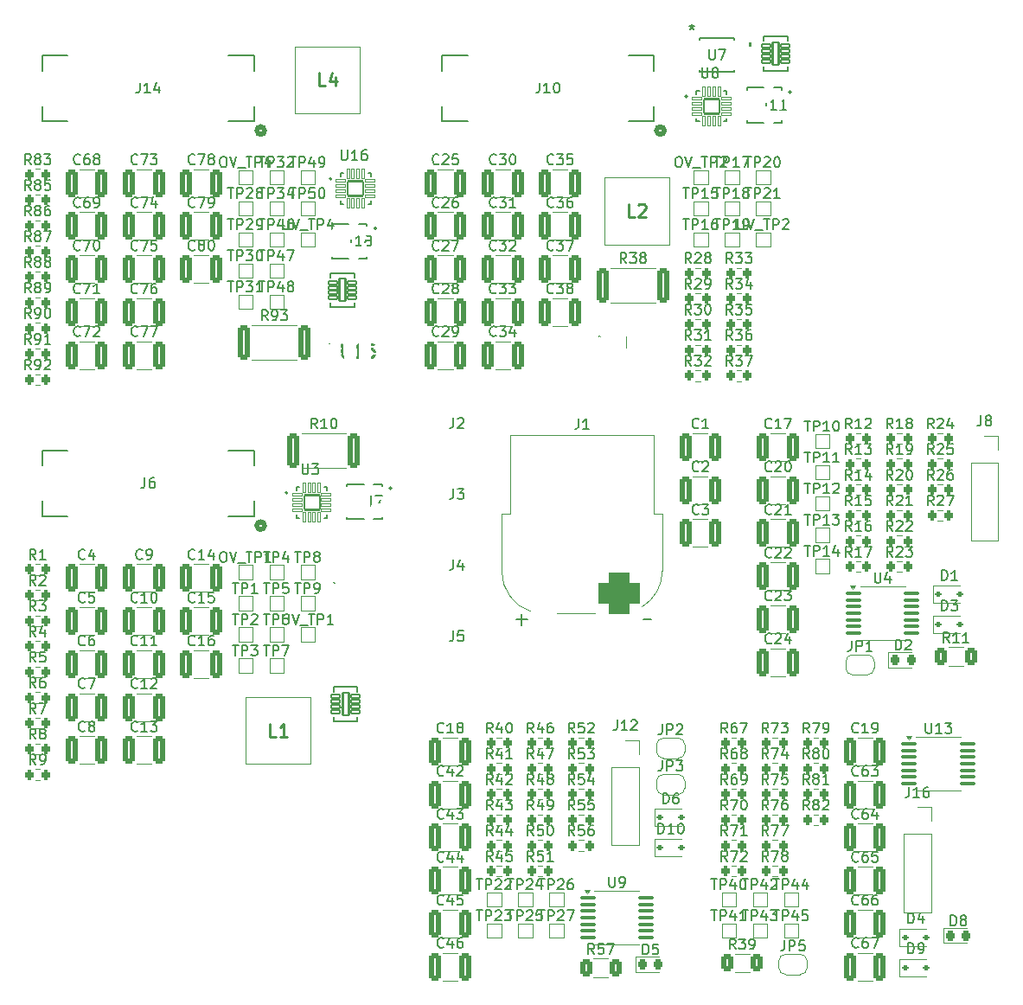
<source format=gbr>
%TF.GenerationSoftware,KiCad,Pcbnew,9.0.0*%
%TF.CreationDate,2025-04-17T09:53:27-07:00*%
%TF.ProjectId,EPS_Scales_RevC,4550535f-5363-4616-9c65-735f52657643,rev?*%
%TF.SameCoordinates,Original*%
%TF.FileFunction,Legend,Top*%
%TF.FilePolarity,Positive*%
%FSLAX46Y46*%
G04 Gerber Fmt 4.6, Leading zero omitted, Abs format (unit mm)*
G04 Created by KiCad (PCBNEW 9.0.0) date 2025-04-17 09:53:27*
%MOMM*%
%LPD*%
G01*
G04 APERTURE LIST*
G04 Aperture macros list*
%AMRoundRect*
0 Rectangle with rounded corners*
0 $1 Rounding radius*
0 $2 $3 $4 $5 $6 $7 $8 $9 X,Y pos of 4 corners*
0 Add a 4 corners polygon primitive as box body*
4,1,4,$2,$3,$4,$5,$6,$7,$8,$9,$2,$3,0*
0 Add four circle primitives for the rounded corners*
1,1,$1+$1,$2,$3*
1,1,$1+$1,$4,$5*
1,1,$1+$1,$6,$7*
1,1,$1+$1,$8,$9*
0 Add four rect primitives between the rounded corners*
20,1,$1+$1,$2,$3,$4,$5,0*
20,1,$1+$1,$4,$5,$6,$7,0*
20,1,$1+$1,$6,$7,$8,$9,0*
20,1,$1+$1,$8,$9,$2,$3,0*%
%AMFreePoly0*
4,1,23,0.500000,-0.750000,0.000000,-0.750000,0.000000,-0.745722,-0.065263,-0.745722,-0.191342,-0.711940,-0.304381,-0.646677,-0.396677,-0.554381,-0.461940,-0.441342,-0.495722,-0.315263,-0.495722,-0.250000,-0.500000,-0.250000,-0.500000,0.250000,-0.495722,0.250000,-0.495722,0.315263,-0.461940,0.441342,-0.396677,0.554381,-0.304381,0.646677,-0.191342,0.711940,-0.065263,0.745722,0.000000,0.745722,
0.000000,0.750000,0.500000,0.750000,0.500000,-0.750000,0.500000,-0.750000,$1*%
%AMFreePoly1*
4,1,23,0.000000,0.745722,0.065263,0.745722,0.191342,0.711940,0.304381,0.646677,0.396677,0.554381,0.461940,0.441342,0.495722,0.315263,0.495722,0.250000,0.500000,0.250000,0.500000,-0.250000,0.495722,-0.250000,0.495722,-0.315263,0.461940,-0.441342,0.396677,-0.554381,0.304381,-0.646677,0.191342,-0.711940,0.065263,-0.745722,0.000000,-0.745722,0.000000,-0.750000,-0.500000,-0.750000,
-0.500000,0.750000,0.000000,0.750000,0.000000,0.745722,0.000000,0.745722,$1*%
G04 Aperture macros list end*
%ADD10C,0.150000*%
%ADD11C,0.254000*%
%ADD12C,0.120000*%
%ADD13C,0.152400*%
%ADD14C,0.127000*%
%ADD15C,0.200000*%
%ADD16C,0.100000*%
%ADD17C,0.000000*%
%ADD18C,0.508000*%
%ADD19RoundRect,0.200000X-0.200000X-0.275000X0.200000X-0.275000X0.200000X0.275000X-0.200000X0.275000X0*%
%ADD20R,1.000000X1.000000*%
%ADD21RoundRect,0.250000X-0.312500X-1.075000X0.312500X-1.075000X0.312500X1.075000X-0.312500X1.075000X0*%
%ADD22FreePoly0,0.000000*%
%ADD23FreePoly1,0.000000*%
%ADD24RoundRect,0.102000X-0.402400X-0.150000X0.402400X-0.150000X0.402400X0.150000X-0.402400X0.150000X0*%
%ADD25RoundRect,0.102000X-0.305000X-1.100000X0.305000X-1.100000X0.305000X1.100000X-0.305000X1.100000X0*%
%ADD26RoundRect,0.250000X-0.312500X-0.625000X0.312500X-0.625000X0.312500X0.625000X-0.312500X0.625000X0*%
%ADD27RoundRect,0.045000X-0.435000X-0.135000X0.435000X-0.135000X0.435000X0.135000X-0.435000X0.135000X0*%
%ADD28RoundRect,0.045000X-0.135000X-0.435000X0.135000X-0.435000X0.135000X0.435000X-0.135000X0.435000X0*%
%ADD29RoundRect,0.102000X-0.760000X-0.710000X0.760000X-0.710000X0.760000X0.710000X-0.760000X0.710000X0*%
%ADD30RoundRect,0.100000X-0.637500X-0.100000X0.637500X-0.100000X0.637500X0.100000X-0.637500X0.100000X0*%
%ADD31RoundRect,0.250000X-0.362500X-1.425000X0.362500X-1.425000X0.362500X1.425000X-0.362500X1.425000X0*%
%ADD32R,0.700000X0.250000*%
%ADD33R,0.250000X0.700000*%
%ADD34R,1.200000X1.700000*%
%ADD35R,0.375000X0.375000*%
%ADD36RoundRect,0.112500X-0.187500X-0.112500X0.187500X-0.112500X0.187500X0.112500X-0.187500X0.112500X0*%
%ADD37C,0.800000*%
%ADD38C,5.400000*%
%ADD39RoundRect,0.218750X-0.218750X-0.256250X0.218750X-0.256250X0.218750X0.256250X-0.218750X0.256250X0*%
%ADD40R,1.430000X5.500000*%
%ADD41R,1.333500X0.279400*%
%ADD42R,1.700000X1.700000*%
%ADD43O,1.700000X1.700000*%
%ADD44R,1.092200X2.006600*%
%ADD45R,2.006600X2.794000*%
%ADD46R,0.900000X2.000000*%
%ADD47RoundRect,1.025000X-1.025000X-1.025000X1.025000X-1.025000X1.025000X1.025000X-1.025000X1.025000X0*%
%ADD48C,4.100000*%
%ADD49R,0.508000X0.406400*%
%ADD50R,0.558800X0.406400*%
G04 APERTURE END LIST*
D10*
X162117142Y-94204819D02*
X161783809Y-93728628D01*
X161545714Y-94204819D02*
X161545714Y-93204819D01*
X161545714Y-93204819D02*
X161926666Y-93204819D01*
X161926666Y-93204819D02*
X162021904Y-93252438D01*
X162021904Y-93252438D02*
X162069523Y-93300057D01*
X162069523Y-93300057D02*
X162117142Y-93395295D01*
X162117142Y-93395295D02*
X162117142Y-93538152D01*
X162117142Y-93538152D02*
X162069523Y-93633390D01*
X162069523Y-93633390D02*
X162021904Y-93681009D01*
X162021904Y-93681009D02*
X161926666Y-93728628D01*
X161926666Y-93728628D02*
X161545714Y-93728628D01*
X162450476Y-93204819D02*
X163117142Y-93204819D01*
X163117142Y-93204819D02*
X162688571Y-94204819D01*
X163402857Y-93204819D02*
X164021904Y-93204819D01*
X164021904Y-93204819D02*
X163688571Y-93585771D01*
X163688571Y-93585771D02*
X163831428Y-93585771D01*
X163831428Y-93585771D02*
X163926666Y-93633390D01*
X163926666Y-93633390D02*
X163974285Y-93681009D01*
X163974285Y-93681009D02*
X164021904Y-93776247D01*
X164021904Y-93776247D02*
X164021904Y-94014342D01*
X164021904Y-94014342D02*
X163974285Y-94109580D01*
X163974285Y-94109580D02*
X163926666Y-94157200D01*
X163926666Y-94157200D02*
X163831428Y-94204819D01*
X163831428Y-94204819D02*
X163545714Y-94204819D01*
X163545714Y-94204819D02*
X163450476Y-94157200D01*
X163450476Y-94157200D02*
X163402857Y-94109580D01*
X154577142Y-55744819D02*
X154243809Y-55268628D01*
X154005714Y-55744819D02*
X154005714Y-54744819D01*
X154005714Y-54744819D02*
X154386666Y-54744819D01*
X154386666Y-54744819D02*
X154481904Y-54792438D01*
X154481904Y-54792438D02*
X154529523Y-54840057D01*
X154529523Y-54840057D02*
X154577142Y-54935295D01*
X154577142Y-54935295D02*
X154577142Y-55078152D01*
X154577142Y-55078152D02*
X154529523Y-55173390D01*
X154529523Y-55173390D02*
X154481904Y-55221009D01*
X154481904Y-55221009D02*
X154386666Y-55268628D01*
X154386666Y-55268628D02*
X154005714Y-55268628D01*
X154910476Y-54744819D02*
X155529523Y-54744819D01*
X155529523Y-54744819D02*
X155196190Y-55125771D01*
X155196190Y-55125771D02*
X155339047Y-55125771D01*
X155339047Y-55125771D02*
X155434285Y-55173390D01*
X155434285Y-55173390D02*
X155481904Y-55221009D01*
X155481904Y-55221009D02*
X155529523Y-55316247D01*
X155529523Y-55316247D02*
X155529523Y-55554342D01*
X155529523Y-55554342D02*
X155481904Y-55649580D01*
X155481904Y-55649580D02*
X155434285Y-55697200D01*
X155434285Y-55697200D02*
X155339047Y-55744819D01*
X155339047Y-55744819D02*
X155053333Y-55744819D01*
X155053333Y-55744819D02*
X154958095Y-55697200D01*
X154958095Y-55697200D02*
X154910476Y-55649580D01*
X156481904Y-55744819D02*
X155910476Y-55744819D01*
X156196190Y-55744819D02*
X156196190Y-54744819D01*
X156196190Y-54744819D02*
X156100952Y-54887676D01*
X156100952Y-54887676D02*
X156005714Y-54982914D01*
X156005714Y-54982914D02*
X155910476Y-55030533D01*
X112718095Y-85626819D02*
X113289523Y-85626819D01*
X113003809Y-86626819D02*
X113003809Y-85626819D01*
X113622857Y-86626819D02*
X113622857Y-85626819D01*
X113622857Y-85626819D02*
X114003809Y-85626819D01*
X114003809Y-85626819D02*
X114099047Y-85674438D01*
X114099047Y-85674438D02*
X114146666Y-85722057D01*
X114146666Y-85722057D02*
X114194285Y-85817295D01*
X114194285Y-85817295D02*
X114194285Y-85960152D01*
X114194285Y-85960152D02*
X114146666Y-86055390D01*
X114146666Y-86055390D02*
X114099047Y-86103009D01*
X114099047Y-86103009D02*
X114003809Y-86150628D01*
X114003809Y-86150628D02*
X113622857Y-86150628D01*
X114527619Y-85626819D02*
X115194285Y-85626819D01*
X115194285Y-85626819D02*
X114765714Y-86626819D01*
X143147142Y-99224819D02*
X142813809Y-98748628D01*
X142575714Y-99224819D02*
X142575714Y-98224819D01*
X142575714Y-98224819D02*
X142956666Y-98224819D01*
X142956666Y-98224819D02*
X143051904Y-98272438D01*
X143051904Y-98272438D02*
X143099523Y-98320057D01*
X143099523Y-98320057D02*
X143147142Y-98415295D01*
X143147142Y-98415295D02*
X143147142Y-98558152D01*
X143147142Y-98558152D02*
X143099523Y-98653390D01*
X143099523Y-98653390D02*
X143051904Y-98701009D01*
X143051904Y-98701009D02*
X142956666Y-98748628D01*
X142956666Y-98748628D02*
X142575714Y-98748628D01*
X144051904Y-98224819D02*
X143575714Y-98224819D01*
X143575714Y-98224819D02*
X143528095Y-98701009D01*
X143528095Y-98701009D02*
X143575714Y-98653390D01*
X143575714Y-98653390D02*
X143670952Y-98605771D01*
X143670952Y-98605771D02*
X143909047Y-98605771D01*
X143909047Y-98605771D02*
X144004285Y-98653390D01*
X144004285Y-98653390D02*
X144051904Y-98701009D01*
X144051904Y-98701009D02*
X144099523Y-98796247D01*
X144099523Y-98796247D02*
X144099523Y-99034342D01*
X144099523Y-99034342D02*
X144051904Y-99129580D01*
X144051904Y-99129580D02*
X144004285Y-99177200D01*
X144004285Y-99177200D02*
X143909047Y-99224819D01*
X143909047Y-99224819D02*
X143670952Y-99224819D01*
X143670952Y-99224819D02*
X143575714Y-99177200D01*
X143575714Y-99177200D02*
X143528095Y-99129580D01*
X144956666Y-98558152D02*
X144956666Y-99224819D01*
X144718571Y-98177200D02*
X144480476Y-98891485D01*
X144480476Y-98891485D02*
X145099523Y-98891485D01*
X129857142Y-38459580D02*
X129809523Y-38507200D01*
X129809523Y-38507200D02*
X129666666Y-38554819D01*
X129666666Y-38554819D02*
X129571428Y-38554819D01*
X129571428Y-38554819D02*
X129428571Y-38507200D01*
X129428571Y-38507200D02*
X129333333Y-38411961D01*
X129333333Y-38411961D02*
X129285714Y-38316723D01*
X129285714Y-38316723D02*
X129238095Y-38126247D01*
X129238095Y-38126247D02*
X129238095Y-37983390D01*
X129238095Y-37983390D02*
X129285714Y-37792914D01*
X129285714Y-37792914D02*
X129333333Y-37697676D01*
X129333333Y-37697676D02*
X129428571Y-37602438D01*
X129428571Y-37602438D02*
X129571428Y-37554819D01*
X129571428Y-37554819D02*
X129666666Y-37554819D01*
X129666666Y-37554819D02*
X129809523Y-37602438D01*
X129809523Y-37602438D02*
X129857142Y-37650057D01*
X130238095Y-37650057D02*
X130285714Y-37602438D01*
X130285714Y-37602438D02*
X130380952Y-37554819D01*
X130380952Y-37554819D02*
X130619047Y-37554819D01*
X130619047Y-37554819D02*
X130714285Y-37602438D01*
X130714285Y-37602438D02*
X130761904Y-37650057D01*
X130761904Y-37650057D02*
X130809523Y-37745295D01*
X130809523Y-37745295D02*
X130809523Y-37840533D01*
X130809523Y-37840533D02*
X130761904Y-37983390D01*
X130761904Y-37983390D02*
X130190476Y-38554819D01*
X130190476Y-38554819D02*
X130809523Y-38554819D01*
X131714285Y-37554819D02*
X131238095Y-37554819D01*
X131238095Y-37554819D02*
X131190476Y-38031009D01*
X131190476Y-38031009D02*
X131238095Y-37983390D01*
X131238095Y-37983390D02*
X131333333Y-37935771D01*
X131333333Y-37935771D02*
X131571428Y-37935771D01*
X131571428Y-37935771D02*
X131666666Y-37983390D01*
X131666666Y-37983390D02*
X131714285Y-38031009D01*
X131714285Y-38031009D02*
X131761904Y-38126247D01*
X131761904Y-38126247D02*
X131761904Y-38364342D01*
X131761904Y-38364342D02*
X131714285Y-38459580D01*
X131714285Y-38459580D02*
X131666666Y-38507200D01*
X131666666Y-38507200D02*
X131571428Y-38554819D01*
X131571428Y-38554819D02*
X131333333Y-38554819D01*
X131333333Y-38554819D02*
X131238095Y-38507200D01*
X131238095Y-38507200D02*
X131190476Y-38459580D01*
X112241905Y-46956819D02*
X112813333Y-46956819D01*
X112527619Y-47956819D02*
X112527619Y-46956819D01*
X113146667Y-47956819D02*
X113146667Y-46956819D01*
X113146667Y-46956819D02*
X113527619Y-46956819D01*
X113527619Y-46956819D02*
X113622857Y-47004438D01*
X113622857Y-47004438D02*
X113670476Y-47052057D01*
X113670476Y-47052057D02*
X113718095Y-47147295D01*
X113718095Y-47147295D02*
X113718095Y-47290152D01*
X113718095Y-47290152D02*
X113670476Y-47385390D01*
X113670476Y-47385390D02*
X113622857Y-47433009D01*
X113622857Y-47433009D02*
X113527619Y-47480628D01*
X113527619Y-47480628D02*
X113146667Y-47480628D01*
X114575238Y-47290152D02*
X114575238Y-47956819D01*
X114337143Y-46909200D02*
X114099048Y-47623485D01*
X114099048Y-47623485D02*
X114718095Y-47623485D01*
X115003810Y-46956819D02*
X115670476Y-46956819D01*
X115670476Y-46956819D02*
X115241905Y-47956819D01*
X170266666Y-85184819D02*
X170266666Y-85899104D01*
X170266666Y-85899104D02*
X170219047Y-86041961D01*
X170219047Y-86041961D02*
X170123809Y-86137200D01*
X170123809Y-86137200D02*
X169980952Y-86184819D01*
X169980952Y-86184819D02*
X169885714Y-86184819D01*
X170742857Y-86184819D02*
X170742857Y-85184819D01*
X170742857Y-85184819D02*
X171123809Y-85184819D01*
X171123809Y-85184819D02*
X171219047Y-85232438D01*
X171219047Y-85232438D02*
X171266666Y-85280057D01*
X171266666Y-85280057D02*
X171314285Y-85375295D01*
X171314285Y-85375295D02*
X171314285Y-85518152D01*
X171314285Y-85518152D02*
X171266666Y-85613390D01*
X171266666Y-85613390D02*
X171219047Y-85661009D01*
X171219047Y-85661009D02*
X171123809Y-85708628D01*
X171123809Y-85708628D02*
X170742857Y-85708628D01*
X172266666Y-86184819D02*
X171695238Y-86184819D01*
X171980952Y-86184819D02*
X171980952Y-85184819D01*
X171980952Y-85184819D02*
X171885714Y-85327676D01*
X171885714Y-85327676D02*
X171790476Y-85422914D01*
X171790476Y-85422914D02*
X171695238Y-85470533D01*
X143147142Y-101734819D02*
X142813809Y-101258628D01*
X142575714Y-101734819D02*
X142575714Y-100734819D01*
X142575714Y-100734819D02*
X142956666Y-100734819D01*
X142956666Y-100734819D02*
X143051904Y-100782438D01*
X143051904Y-100782438D02*
X143099523Y-100830057D01*
X143099523Y-100830057D02*
X143147142Y-100925295D01*
X143147142Y-100925295D02*
X143147142Y-101068152D01*
X143147142Y-101068152D02*
X143099523Y-101163390D01*
X143099523Y-101163390D02*
X143051904Y-101211009D01*
X143051904Y-101211009D02*
X142956666Y-101258628D01*
X142956666Y-101258628D02*
X142575714Y-101258628D01*
X144051904Y-100734819D02*
X143575714Y-100734819D01*
X143575714Y-100734819D02*
X143528095Y-101211009D01*
X143528095Y-101211009D02*
X143575714Y-101163390D01*
X143575714Y-101163390D02*
X143670952Y-101115771D01*
X143670952Y-101115771D02*
X143909047Y-101115771D01*
X143909047Y-101115771D02*
X144004285Y-101163390D01*
X144004285Y-101163390D02*
X144051904Y-101211009D01*
X144051904Y-101211009D02*
X144099523Y-101306247D01*
X144099523Y-101306247D02*
X144099523Y-101544342D01*
X144099523Y-101544342D02*
X144051904Y-101639580D01*
X144051904Y-101639580D02*
X144004285Y-101687200D01*
X144004285Y-101687200D02*
X143909047Y-101734819D01*
X143909047Y-101734819D02*
X143670952Y-101734819D01*
X143670952Y-101734819D02*
X143575714Y-101687200D01*
X143575714Y-101687200D02*
X143528095Y-101639580D01*
X145004285Y-100734819D02*
X144528095Y-100734819D01*
X144528095Y-100734819D02*
X144480476Y-101211009D01*
X144480476Y-101211009D02*
X144528095Y-101163390D01*
X144528095Y-101163390D02*
X144623333Y-101115771D01*
X144623333Y-101115771D02*
X144861428Y-101115771D01*
X144861428Y-101115771D02*
X144956666Y-101163390D01*
X144956666Y-101163390D02*
X145004285Y-101211009D01*
X145004285Y-101211009D02*
X145051904Y-101306247D01*
X145051904Y-101306247D02*
X145051904Y-101544342D01*
X145051904Y-101544342D02*
X145004285Y-101639580D01*
X145004285Y-101639580D02*
X144956666Y-101687200D01*
X144956666Y-101687200D02*
X144861428Y-101734819D01*
X144861428Y-101734819D02*
X144623333Y-101734819D01*
X144623333Y-101734819D02*
X144528095Y-101687200D01*
X144528095Y-101687200D02*
X144480476Y-101639580D01*
X89927142Y-51104819D02*
X89593809Y-50628628D01*
X89355714Y-51104819D02*
X89355714Y-50104819D01*
X89355714Y-50104819D02*
X89736666Y-50104819D01*
X89736666Y-50104819D02*
X89831904Y-50152438D01*
X89831904Y-50152438D02*
X89879523Y-50200057D01*
X89879523Y-50200057D02*
X89927142Y-50295295D01*
X89927142Y-50295295D02*
X89927142Y-50438152D01*
X89927142Y-50438152D02*
X89879523Y-50533390D01*
X89879523Y-50533390D02*
X89831904Y-50581009D01*
X89831904Y-50581009D02*
X89736666Y-50628628D01*
X89736666Y-50628628D02*
X89355714Y-50628628D01*
X90498571Y-50533390D02*
X90403333Y-50485771D01*
X90403333Y-50485771D02*
X90355714Y-50438152D01*
X90355714Y-50438152D02*
X90308095Y-50342914D01*
X90308095Y-50342914D02*
X90308095Y-50295295D01*
X90308095Y-50295295D02*
X90355714Y-50200057D01*
X90355714Y-50200057D02*
X90403333Y-50152438D01*
X90403333Y-50152438D02*
X90498571Y-50104819D01*
X90498571Y-50104819D02*
X90689047Y-50104819D01*
X90689047Y-50104819D02*
X90784285Y-50152438D01*
X90784285Y-50152438D02*
X90831904Y-50200057D01*
X90831904Y-50200057D02*
X90879523Y-50295295D01*
X90879523Y-50295295D02*
X90879523Y-50342914D01*
X90879523Y-50342914D02*
X90831904Y-50438152D01*
X90831904Y-50438152D02*
X90784285Y-50485771D01*
X90784285Y-50485771D02*
X90689047Y-50533390D01*
X90689047Y-50533390D02*
X90498571Y-50533390D01*
X90498571Y-50533390D02*
X90403333Y-50581009D01*
X90403333Y-50581009D02*
X90355714Y-50628628D01*
X90355714Y-50628628D02*
X90308095Y-50723866D01*
X90308095Y-50723866D02*
X90308095Y-50914342D01*
X90308095Y-50914342D02*
X90355714Y-51009580D01*
X90355714Y-51009580D02*
X90403333Y-51057200D01*
X90403333Y-51057200D02*
X90498571Y-51104819D01*
X90498571Y-51104819D02*
X90689047Y-51104819D01*
X90689047Y-51104819D02*
X90784285Y-51057200D01*
X90784285Y-51057200D02*
X90831904Y-51009580D01*
X90831904Y-51009580D02*
X90879523Y-50914342D01*
X90879523Y-50914342D02*
X90879523Y-50723866D01*
X90879523Y-50723866D02*
X90831904Y-50628628D01*
X90831904Y-50628628D02*
X90784285Y-50581009D01*
X90784285Y-50581009D02*
X90689047Y-50533390D01*
X91355714Y-51104819D02*
X91546190Y-51104819D01*
X91546190Y-51104819D02*
X91641428Y-51057200D01*
X91641428Y-51057200D02*
X91689047Y-51009580D01*
X91689047Y-51009580D02*
X91784285Y-50866723D01*
X91784285Y-50866723D02*
X91831904Y-50676247D01*
X91831904Y-50676247D02*
X91831904Y-50295295D01*
X91831904Y-50295295D02*
X91784285Y-50200057D01*
X91784285Y-50200057D02*
X91736666Y-50152438D01*
X91736666Y-50152438D02*
X91641428Y-50104819D01*
X91641428Y-50104819D02*
X91450952Y-50104819D01*
X91450952Y-50104819D02*
X91355714Y-50152438D01*
X91355714Y-50152438D02*
X91308095Y-50200057D01*
X91308095Y-50200057D02*
X91260476Y-50295295D01*
X91260476Y-50295295D02*
X91260476Y-50533390D01*
X91260476Y-50533390D02*
X91308095Y-50628628D01*
X91308095Y-50628628D02*
X91355714Y-50676247D01*
X91355714Y-50676247D02*
X91450952Y-50723866D01*
X91450952Y-50723866D02*
X91641428Y-50723866D01*
X91641428Y-50723866D02*
X91736666Y-50676247D01*
X91736666Y-50676247D02*
X91784285Y-50628628D01*
X91784285Y-50628628D02*
X91831904Y-50533390D01*
X120119874Y-90966665D02*
X120119874Y-91604086D01*
X120119874Y-91604086D02*
X120157370Y-91679076D01*
X120157370Y-91679076D02*
X120194865Y-91716572D01*
X120194865Y-91716572D02*
X120269856Y-91754067D01*
X120269856Y-91754067D02*
X120419837Y-91754067D01*
X120419837Y-91754067D02*
X120494828Y-91716572D01*
X120494828Y-91716572D02*
X120532323Y-91679076D01*
X120532323Y-91679076D02*
X120569818Y-91604086D01*
X120569818Y-91604086D02*
X120569818Y-90966665D01*
X121357220Y-91754067D02*
X120907276Y-91754067D01*
X121132248Y-91754067D02*
X121132248Y-90966665D01*
X121132248Y-90966665D02*
X121057257Y-91079151D01*
X121057257Y-91079151D02*
X120982267Y-91154142D01*
X120982267Y-91154142D02*
X120907276Y-91191637D01*
X108668095Y-76476819D02*
X108858571Y-76476819D01*
X108858571Y-76476819D02*
X108953809Y-76524438D01*
X108953809Y-76524438D02*
X109049047Y-76619676D01*
X109049047Y-76619676D02*
X109096666Y-76810152D01*
X109096666Y-76810152D02*
X109096666Y-77143485D01*
X109096666Y-77143485D02*
X109049047Y-77333961D01*
X109049047Y-77333961D02*
X108953809Y-77429200D01*
X108953809Y-77429200D02*
X108858571Y-77476819D01*
X108858571Y-77476819D02*
X108668095Y-77476819D01*
X108668095Y-77476819D02*
X108572857Y-77429200D01*
X108572857Y-77429200D02*
X108477619Y-77333961D01*
X108477619Y-77333961D02*
X108430000Y-77143485D01*
X108430000Y-77143485D02*
X108430000Y-76810152D01*
X108430000Y-76810152D02*
X108477619Y-76619676D01*
X108477619Y-76619676D02*
X108572857Y-76524438D01*
X108572857Y-76524438D02*
X108668095Y-76476819D01*
X109382381Y-76476819D02*
X109715714Y-77476819D01*
X109715714Y-77476819D02*
X110049047Y-76476819D01*
X110144286Y-77572057D02*
X110906190Y-77572057D01*
X111001429Y-76476819D02*
X111572857Y-76476819D01*
X111287143Y-77476819D02*
X111287143Y-76476819D01*
X111906191Y-77476819D02*
X111906191Y-76476819D01*
X111906191Y-76476819D02*
X112287143Y-76476819D01*
X112287143Y-76476819D02*
X112382381Y-76524438D01*
X112382381Y-76524438D02*
X112430000Y-76572057D01*
X112430000Y-76572057D02*
X112477619Y-76667295D01*
X112477619Y-76667295D02*
X112477619Y-76810152D01*
X112477619Y-76810152D02*
X112430000Y-76905390D01*
X112430000Y-76905390D02*
X112382381Y-76953009D01*
X112382381Y-76953009D02*
X112287143Y-77000628D01*
X112287143Y-77000628D02*
X111906191Y-77000628D01*
X113430000Y-77476819D02*
X112858572Y-77476819D01*
X113144286Y-77476819D02*
X113144286Y-76476819D01*
X113144286Y-76476819D02*
X113049048Y-76619676D01*
X113049048Y-76619676D02*
X112953810Y-76714914D01*
X112953810Y-76714914D02*
X112858572Y-76762533D01*
X136601905Y-111566819D02*
X137173333Y-111566819D01*
X136887619Y-112566819D02*
X136887619Y-111566819D01*
X137506667Y-112566819D02*
X137506667Y-111566819D01*
X137506667Y-111566819D02*
X137887619Y-111566819D01*
X137887619Y-111566819D02*
X137982857Y-111614438D01*
X137982857Y-111614438D02*
X138030476Y-111662057D01*
X138030476Y-111662057D02*
X138078095Y-111757295D01*
X138078095Y-111757295D02*
X138078095Y-111900152D01*
X138078095Y-111900152D02*
X138030476Y-111995390D01*
X138030476Y-111995390D02*
X137982857Y-112043009D01*
X137982857Y-112043009D02*
X137887619Y-112090628D01*
X137887619Y-112090628D02*
X137506667Y-112090628D01*
X138459048Y-111662057D02*
X138506667Y-111614438D01*
X138506667Y-111614438D02*
X138601905Y-111566819D01*
X138601905Y-111566819D02*
X138840000Y-111566819D01*
X138840000Y-111566819D02*
X138935238Y-111614438D01*
X138935238Y-111614438D02*
X138982857Y-111662057D01*
X138982857Y-111662057D02*
X139030476Y-111757295D01*
X139030476Y-111757295D02*
X139030476Y-111852533D01*
X139030476Y-111852533D02*
X138982857Y-111995390D01*
X138982857Y-111995390D02*
X138411429Y-112566819D01*
X138411429Y-112566819D02*
X139030476Y-112566819D01*
X139935238Y-111566819D02*
X139459048Y-111566819D01*
X139459048Y-111566819D02*
X139411429Y-112043009D01*
X139411429Y-112043009D02*
X139459048Y-111995390D01*
X139459048Y-111995390D02*
X139554286Y-111947771D01*
X139554286Y-111947771D02*
X139792381Y-111947771D01*
X139792381Y-111947771D02*
X139887619Y-111995390D01*
X139887619Y-111995390D02*
X139935238Y-112043009D01*
X139935238Y-112043009D02*
X139982857Y-112138247D01*
X139982857Y-112138247D02*
X139982857Y-112376342D01*
X139982857Y-112376342D02*
X139935238Y-112471580D01*
X139935238Y-112471580D02*
X139887619Y-112519200D01*
X139887619Y-112519200D02*
X139792381Y-112566819D01*
X139792381Y-112566819D02*
X139554286Y-112566819D01*
X139554286Y-112566819D02*
X139459048Y-112519200D01*
X139459048Y-112519200D02*
X139411429Y-112471580D01*
X174297142Y-74444819D02*
X173963809Y-73968628D01*
X173725714Y-74444819D02*
X173725714Y-73444819D01*
X173725714Y-73444819D02*
X174106666Y-73444819D01*
X174106666Y-73444819D02*
X174201904Y-73492438D01*
X174201904Y-73492438D02*
X174249523Y-73540057D01*
X174249523Y-73540057D02*
X174297142Y-73635295D01*
X174297142Y-73635295D02*
X174297142Y-73778152D01*
X174297142Y-73778152D02*
X174249523Y-73873390D01*
X174249523Y-73873390D02*
X174201904Y-73921009D01*
X174201904Y-73921009D02*
X174106666Y-73968628D01*
X174106666Y-73968628D02*
X173725714Y-73968628D01*
X174678095Y-73540057D02*
X174725714Y-73492438D01*
X174725714Y-73492438D02*
X174820952Y-73444819D01*
X174820952Y-73444819D02*
X175059047Y-73444819D01*
X175059047Y-73444819D02*
X175154285Y-73492438D01*
X175154285Y-73492438D02*
X175201904Y-73540057D01*
X175201904Y-73540057D02*
X175249523Y-73635295D01*
X175249523Y-73635295D02*
X175249523Y-73730533D01*
X175249523Y-73730533D02*
X175201904Y-73873390D01*
X175201904Y-73873390D02*
X174630476Y-74444819D01*
X174630476Y-74444819D02*
X175249523Y-74444819D01*
X175630476Y-73540057D02*
X175678095Y-73492438D01*
X175678095Y-73492438D02*
X175773333Y-73444819D01*
X175773333Y-73444819D02*
X176011428Y-73444819D01*
X176011428Y-73444819D02*
X176106666Y-73492438D01*
X176106666Y-73492438D02*
X176154285Y-73540057D01*
X176154285Y-73540057D02*
X176201904Y-73635295D01*
X176201904Y-73635295D02*
X176201904Y-73730533D01*
X176201904Y-73730533D02*
X176154285Y-73873390D01*
X176154285Y-73873390D02*
X175582857Y-74444819D01*
X175582857Y-74444819D02*
X176201904Y-74444819D01*
X130317142Y-102529580D02*
X130269523Y-102577200D01*
X130269523Y-102577200D02*
X130126666Y-102624819D01*
X130126666Y-102624819D02*
X130031428Y-102624819D01*
X130031428Y-102624819D02*
X129888571Y-102577200D01*
X129888571Y-102577200D02*
X129793333Y-102481961D01*
X129793333Y-102481961D02*
X129745714Y-102386723D01*
X129745714Y-102386723D02*
X129698095Y-102196247D01*
X129698095Y-102196247D02*
X129698095Y-102053390D01*
X129698095Y-102053390D02*
X129745714Y-101862914D01*
X129745714Y-101862914D02*
X129793333Y-101767676D01*
X129793333Y-101767676D02*
X129888571Y-101672438D01*
X129888571Y-101672438D02*
X130031428Y-101624819D01*
X130031428Y-101624819D02*
X130126666Y-101624819D01*
X130126666Y-101624819D02*
X130269523Y-101672438D01*
X130269523Y-101672438D02*
X130317142Y-101720057D01*
X131174285Y-101958152D02*
X131174285Y-102624819D01*
X130936190Y-101577200D02*
X130698095Y-102291485D01*
X130698095Y-102291485D02*
X131317142Y-102291485D01*
X131602857Y-101624819D02*
X132221904Y-101624819D01*
X132221904Y-101624819D02*
X131888571Y-102005771D01*
X131888571Y-102005771D02*
X132031428Y-102005771D01*
X132031428Y-102005771D02*
X132126666Y-102053390D01*
X132126666Y-102053390D02*
X132174285Y-102101009D01*
X132174285Y-102101009D02*
X132221904Y-102196247D01*
X132221904Y-102196247D02*
X132221904Y-102434342D01*
X132221904Y-102434342D02*
X132174285Y-102529580D01*
X132174285Y-102529580D02*
X132126666Y-102577200D01*
X132126666Y-102577200D02*
X132031428Y-102624819D01*
X132031428Y-102624819D02*
X131745714Y-102624819D01*
X131745714Y-102624819D02*
X131650476Y-102577200D01*
X131650476Y-102577200D02*
X131602857Y-102529580D01*
X158907142Y-115364819D02*
X158573809Y-114888628D01*
X158335714Y-115364819D02*
X158335714Y-114364819D01*
X158335714Y-114364819D02*
X158716666Y-114364819D01*
X158716666Y-114364819D02*
X158811904Y-114412438D01*
X158811904Y-114412438D02*
X158859523Y-114460057D01*
X158859523Y-114460057D02*
X158907142Y-114555295D01*
X158907142Y-114555295D02*
X158907142Y-114698152D01*
X158907142Y-114698152D02*
X158859523Y-114793390D01*
X158859523Y-114793390D02*
X158811904Y-114841009D01*
X158811904Y-114841009D02*
X158716666Y-114888628D01*
X158716666Y-114888628D02*
X158335714Y-114888628D01*
X159240476Y-114364819D02*
X159859523Y-114364819D01*
X159859523Y-114364819D02*
X159526190Y-114745771D01*
X159526190Y-114745771D02*
X159669047Y-114745771D01*
X159669047Y-114745771D02*
X159764285Y-114793390D01*
X159764285Y-114793390D02*
X159811904Y-114841009D01*
X159811904Y-114841009D02*
X159859523Y-114936247D01*
X159859523Y-114936247D02*
X159859523Y-115174342D01*
X159859523Y-115174342D02*
X159811904Y-115269580D01*
X159811904Y-115269580D02*
X159764285Y-115317200D01*
X159764285Y-115317200D02*
X159669047Y-115364819D01*
X159669047Y-115364819D02*
X159383333Y-115364819D01*
X159383333Y-115364819D02*
X159288095Y-115317200D01*
X159288095Y-115317200D02*
X159240476Y-115269580D01*
X160335714Y-115364819D02*
X160526190Y-115364819D01*
X160526190Y-115364819D02*
X160621428Y-115317200D01*
X160621428Y-115317200D02*
X160669047Y-115269580D01*
X160669047Y-115269580D02*
X160764285Y-115126723D01*
X160764285Y-115126723D02*
X160811904Y-114936247D01*
X160811904Y-114936247D02*
X160811904Y-114555295D01*
X160811904Y-114555295D02*
X160764285Y-114460057D01*
X160764285Y-114460057D02*
X160716666Y-114412438D01*
X160716666Y-114412438D02*
X160621428Y-114364819D01*
X160621428Y-114364819D02*
X160430952Y-114364819D01*
X160430952Y-114364819D02*
X160335714Y-114412438D01*
X160335714Y-114412438D02*
X160288095Y-114460057D01*
X160288095Y-114460057D02*
X160240476Y-114555295D01*
X160240476Y-114555295D02*
X160240476Y-114793390D01*
X160240476Y-114793390D02*
X160288095Y-114888628D01*
X160288095Y-114888628D02*
X160335714Y-114936247D01*
X160335714Y-114936247D02*
X160430952Y-114983866D01*
X160430952Y-114983866D02*
X160621428Y-114983866D01*
X160621428Y-114983866D02*
X160716666Y-114936247D01*
X160716666Y-114936247D02*
X160764285Y-114888628D01*
X160764285Y-114888628D02*
X160811904Y-114793390D01*
X170937142Y-115159580D02*
X170889523Y-115207200D01*
X170889523Y-115207200D02*
X170746666Y-115254819D01*
X170746666Y-115254819D02*
X170651428Y-115254819D01*
X170651428Y-115254819D02*
X170508571Y-115207200D01*
X170508571Y-115207200D02*
X170413333Y-115111961D01*
X170413333Y-115111961D02*
X170365714Y-115016723D01*
X170365714Y-115016723D02*
X170318095Y-114826247D01*
X170318095Y-114826247D02*
X170318095Y-114683390D01*
X170318095Y-114683390D02*
X170365714Y-114492914D01*
X170365714Y-114492914D02*
X170413333Y-114397676D01*
X170413333Y-114397676D02*
X170508571Y-114302438D01*
X170508571Y-114302438D02*
X170651428Y-114254819D01*
X170651428Y-114254819D02*
X170746666Y-114254819D01*
X170746666Y-114254819D02*
X170889523Y-114302438D01*
X170889523Y-114302438D02*
X170937142Y-114350057D01*
X171794285Y-114254819D02*
X171603809Y-114254819D01*
X171603809Y-114254819D02*
X171508571Y-114302438D01*
X171508571Y-114302438D02*
X171460952Y-114350057D01*
X171460952Y-114350057D02*
X171365714Y-114492914D01*
X171365714Y-114492914D02*
X171318095Y-114683390D01*
X171318095Y-114683390D02*
X171318095Y-115064342D01*
X171318095Y-115064342D02*
X171365714Y-115159580D01*
X171365714Y-115159580D02*
X171413333Y-115207200D01*
X171413333Y-115207200D02*
X171508571Y-115254819D01*
X171508571Y-115254819D02*
X171699047Y-115254819D01*
X171699047Y-115254819D02*
X171794285Y-115207200D01*
X171794285Y-115207200D02*
X171841904Y-115159580D01*
X171841904Y-115159580D02*
X171889523Y-115064342D01*
X171889523Y-115064342D02*
X171889523Y-114826247D01*
X171889523Y-114826247D02*
X171841904Y-114731009D01*
X171841904Y-114731009D02*
X171794285Y-114683390D01*
X171794285Y-114683390D02*
X171699047Y-114635771D01*
X171699047Y-114635771D02*
X171508571Y-114635771D01*
X171508571Y-114635771D02*
X171413333Y-114683390D01*
X171413333Y-114683390D02*
X171365714Y-114731009D01*
X171365714Y-114731009D02*
X171318095Y-114826247D01*
X172222857Y-114254819D02*
X172889523Y-114254819D01*
X172889523Y-114254819D02*
X172460952Y-115254819D01*
X116493095Y-67869819D02*
X116493095Y-68679342D01*
X116493095Y-68679342D02*
X116540714Y-68774580D01*
X116540714Y-68774580D02*
X116588333Y-68822200D01*
X116588333Y-68822200D02*
X116683571Y-68869819D01*
X116683571Y-68869819D02*
X116874047Y-68869819D01*
X116874047Y-68869819D02*
X116969285Y-68822200D01*
X116969285Y-68822200D02*
X117016904Y-68774580D01*
X117016904Y-68774580D02*
X117064523Y-68679342D01*
X117064523Y-68679342D02*
X117064523Y-67869819D01*
X117445476Y-67869819D02*
X118064523Y-67869819D01*
X118064523Y-67869819D02*
X117731190Y-68250771D01*
X117731190Y-68250771D02*
X117874047Y-68250771D01*
X117874047Y-68250771D02*
X117969285Y-68298390D01*
X117969285Y-68298390D02*
X118016904Y-68346009D01*
X118016904Y-68346009D02*
X118064523Y-68441247D01*
X118064523Y-68441247D02*
X118064523Y-68679342D01*
X118064523Y-68679342D02*
X118016904Y-68774580D01*
X118016904Y-68774580D02*
X117969285Y-68822200D01*
X117969285Y-68822200D02*
X117874047Y-68869819D01*
X117874047Y-68869819D02*
X117588333Y-68869819D01*
X117588333Y-68869819D02*
X117493095Y-68822200D01*
X117493095Y-68822200D02*
X117445476Y-68774580D01*
X95213333Y-77129580D02*
X95165714Y-77177200D01*
X95165714Y-77177200D02*
X95022857Y-77224819D01*
X95022857Y-77224819D02*
X94927619Y-77224819D01*
X94927619Y-77224819D02*
X94784762Y-77177200D01*
X94784762Y-77177200D02*
X94689524Y-77081961D01*
X94689524Y-77081961D02*
X94641905Y-76986723D01*
X94641905Y-76986723D02*
X94594286Y-76796247D01*
X94594286Y-76796247D02*
X94594286Y-76653390D01*
X94594286Y-76653390D02*
X94641905Y-76462914D01*
X94641905Y-76462914D02*
X94689524Y-76367676D01*
X94689524Y-76367676D02*
X94784762Y-76272438D01*
X94784762Y-76272438D02*
X94927619Y-76224819D01*
X94927619Y-76224819D02*
X95022857Y-76224819D01*
X95022857Y-76224819D02*
X95165714Y-76272438D01*
X95165714Y-76272438D02*
X95213333Y-76320057D01*
X96070476Y-76558152D02*
X96070476Y-77224819D01*
X95832381Y-76177200D02*
X95594286Y-76891485D01*
X95594286Y-76891485D02*
X96213333Y-76891485D01*
X112718095Y-82576819D02*
X113289523Y-82576819D01*
X113003809Y-83576819D02*
X113003809Y-82576819D01*
X113622857Y-83576819D02*
X113622857Y-82576819D01*
X113622857Y-82576819D02*
X114003809Y-82576819D01*
X114003809Y-82576819D02*
X114099047Y-82624438D01*
X114099047Y-82624438D02*
X114146666Y-82672057D01*
X114146666Y-82672057D02*
X114194285Y-82767295D01*
X114194285Y-82767295D02*
X114194285Y-82910152D01*
X114194285Y-82910152D02*
X114146666Y-83005390D01*
X114146666Y-83005390D02*
X114099047Y-83053009D01*
X114099047Y-83053009D02*
X114003809Y-83100628D01*
X114003809Y-83100628D02*
X113622857Y-83100628D01*
X115051428Y-82576819D02*
X114860952Y-82576819D01*
X114860952Y-82576819D02*
X114765714Y-82624438D01*
X114765714Y-82624438D02*
X114718095Y-82672057D01*
X114718095Y-82672057D02*
X114622857Y-82814914D01*
X114622857Y-82814914D02*
X114575238Y-83005390D01*
X114575238Y-83005390D02*
X114575238Y-83386342D01*
X114575238Y-83386342D02*
X114622857Y-83481580D01*
X114622857Y-83481580D02*
X114670476Y-83529200D01*
X114670476Y-83529200D02*
X114765714Y-83576819D01*
X114765714Y-83576819D02*
X114956190Y-83576819D01*
X114956190Y-83576819D02*
X115051428Y-83529200D01*
X115051428Y-83529200D02*
X115099047Y-83481580D01*
X115099047Y-83481580D02*
X115146666Y-83386342D01*
X115146666Y-83386342D02*
X115146666Y-83148247D01*
X115146666Y-83148247D02*
X115099047Y-83053009D01*
X115099047Y-83053009D02*
X115051428Y-83005390D01*
X115051428Y-83005390D02*
X114956190Y-82957771D01*
X114956190Y-82957771D02*
X114765714Y-82957771D01*
X114765714Y-82957771D02*
X114670476Y-83005390D01*
X114670476Y-83005390D02*
X114622857Y-83053009D01*
X114622857Y-83053009D02*
X114575238Y-83148247D01*
X177521905Y-93229819D02*
X177521905Y-94039342D01*
X177521905Y-94039342D02*
X177569524Y-94134580D01*
X177569524Y-94134580D02*
X177617143Y-94182200D01*
X177617143Y-94182200D02*
X177712381Y-94229819D01*
X177712381Y-94229819D02*
X177902857Y-94229819D01*
X177902857Y-94229819D02*
X177998095Y-94182200D01*
X177998095Y-94182200D02*
X178045714Y-94134580D01*
X178045714Y-94134580D02*
X178093333Y-94039342D01*
X178093333Y-94039342D02*
X178093333Y-93229819D01*
X179093333Y-94229819D02*
X178521905Y-94229819D01*
X178807619Y-94229819D02*
X178807619Y-93229819D01*
X178807619Y-93229819D02*
X178712381Y-93372676D01*
X178712381Y-93372676D02*
X178617143Y-93467914D01*
X178617143Y-93467914D02*
X178521905Y-93515533D01*
X179426667Y-93229819D02*
X180045714Y-93229819D01*
X180045714Y-93229819D02*
X179712381Y-93610771D01*
X179712381Y-93610771D02*
X179855238Y-93610771D01*
X179855238Y-93610771D02*
X179950476Y-93658390D01*
X179950476Y-93658390D02*
X179998095Y-93706009D01*
X179998095Y-93706009D02*
X180045714Y-93801247D01*
X180045714Y-93801247D02*
X180045714Y-94039342D01*
X180045714Y-94039342D02*
X179998095Y-94134580D01*
X179998095Y-94134580D02*
X179950476Y-94182200D01*
X179950476Y-94182200D02*
X179855238Y-94229819D01*
X179855238Y-94229819D02*
X179569524Y-94229819D01*
X179569524Y-94229819D02*
X179474286Y-94182200D01*
X179474286Y-94182200D02*
X179426667Y-94134580D01*
X100347142Y-93969580D02*
X100299523Y-94017200D01*
X100299523Y-94017200D02*
X100156666Y-94064819D01*
X100156666Y-94064819D02*
X100061428Y-94064819D01*
X100061428Y-94064819D02*
X99918571Y-94017200D01*
X99918571Y-94017200D02*
X99823333Y-93921961D01*
X99823333Y-93921961D02*
X99775714Y-93826723D01*
X99775714Y-93826723D02*
X99728095Y-93636247D01*
X99728095Y-93636247D02*
X99728095Y-93493390D01*
X99728095Y-93493390D02*
X99775714Y-93302914D01*
X99775714Y-93302914D02*
X99823333Y-93207676D01*
X99823333Y-93207676D02*
X99918571Y-93112438D01*
X99918571Y-93112438D02*
X100061428Y-93064819D01*
X100061428Y-93064819D02*
X100156666Y-93064819D01*
X100156666Y-93064819D02*
X100299523Y-93112438D01*
X100299523Y-93112438D02*
X100347142Y-93160057D01*
X101299523Y-94064819D02*
X100728095Y-94064819D01*
X101013809Y-94064819D02*
X101013809Y-93064819D01*
X101013809Y-93064819D02*
X100918571Y-93207676D01*
X100918571Y-93207676D02*
X100823333Y-93302914D01*
X100823333Y-93302914D02*
X100728095Y-93350533D01*
X101632857Y-93064819D02*
X102251904Y-93064819D01*
X102251904Y-93064819D02*
X101918571Y-93445771D01*
X101918571Y-93445771D02*
X102061428Y-93445771D01*
X102061428Y-93445771D02*
X102156666Y-93493390D01*
X102156666Y-93493390D02*
X102204285Y-93541009D01*
X102204285Y-93541009D02*
X102251904Y-93636247D01*
X102251904Y-93636247D02*
X102251904Y-93874342D01*
X102251904Y-93874342D02*
X102204285Y-93969580D01*
X102204285Y-93969580D02*
X102156666Y-94017200D01*
X102156666Y-94017200D02*
X102061428Y-94064819D01*
X102061428Y-94064819D02*
X101775714Y-94064819D01*
X101775714Y-94064819D02*
X101680476Y-94017200D01*
X101680476Y-94017200D02*
X101632857Y-93969580D01*
X146528095Y-108289819D02*
X146528095Y-109099342D01*
X146528095Y-109099342D02*
X146575714Y-109194580D01*
X146575714Y-109194580D02*
X146623333Y-109242200D01*
X146623333Y-109242200D02*
X146718571Y-109289819D01*
X146718571Y-109289819D02*
X146909047Y-109289819D01*
X146909047Y-109289819D02*
X147004285Y-109242200D01*
X147004285Y-109242200D02*
X147051904Y-109194580D01*
X147051904Y-109194580D02*
X147099523Y-109099342D01*
X147099523Y-109099342D02*
X147099523Y-108289819D01*
X147623333Y-109289819D02*
X147813809Y-109289819D01*
X147813809Y-109289819D02*
X147909047Y-109242200D01*
X147909047Y-109242200D02*
X147956666Y-109194580D01*
X147956666Y-109194580D02*
X148051904Y-109051723D01*
X148051904Y-109051723D02*
X148099523Y-108861247D01*
X148099523Y-108861247D02*
X148099523Y-108480295D01*
X148099523Y-108480295D02*
X148051904Y-108385057D01*
X148051904Y-108385057D02*
X148004285Y-108337438D01*
X148004285Y-108337438D02*
X147909047Y-108289819D01*
X147909047Y-108289819D02*
X147718571Y-108289819D01*
X147718571Y-108289819D02*
X147623333Y-108337438D01*
X147623333Y-108337438D02*
X147575714Y-108385057D01*
X147575714Y-108385057D02*
X147528095Y-108480295D01*
X147528095Y-108480295D02*
X147528095Y-108718390D01*
X147528095Y-108718390D02*
X147575714Y-108813628D01*
X147575714Y-108813628D02*
X147623333Y-108861247D01*
X147623333Y-108861247D02*
X147718571Y-108908866D01*
X147718571Y-108908866D02*
X147909047Y-108908866D01*
X147909047Y-108908866D02*
X148004285Y-108861247D01*
X148004285Y-108861247D02*
X148051904Y-108813628D01*
X148051904Y-108813628D02*
X148099523Y-108718390D01*
X113107142Y-53804819D02*
X112773809Y-53328628D01*
X112535714Y-53804819D02*
X112535714Y-52804819D01*
X112535714Y-52804819D02*
X112916666Y-52804819D01*
X112916666Y-52804819D02*
X113011904Y-52852438D01*
X113011904Y-52852438D02*
X113059523Y-52900057D01*
X113059523Y-52900057D02*
X113107142Y-52995295D01*
X113107142Y-52995295D02*
X113107142Y-53138152D01*
X113107142Y-53138152D02*
X113059523Y-53233390D01*
X113059523Y-53233390D02*
X113011904Y-53281009D01*
X113011904Y-53281009D02*
X112916666Y-53328628D01*
X112916666Y-53328628D02*
X112535714Y-53328628D01*
X113583333Y-53804819D02*
X113773809Y-53804819D01*
X113773809Y-53804819D02*
X113869047Y-53757200D01*
X113869047Y-53757200D02*
X113916666Y-53709580D01*
X113916666Y-53709580D02*
X114011904Y-53566723D01*
X114011904Y-53566723D02*
X114059523Y-53376247D01*
X114059523Y-53376247D02*
X114059523Y-52995295D01*
X114059523Y-52995295D02*
X114011904Y-52900057D01*
X114011904Y-52900057D02*
X113964285Y-52852438D01*
X113964285Y-52852438D02*
X113869047Y-52804819D01*
X113869047Y-52804819D02*
X113678571Y-52804819D01*
X113678571Y-52804819D02*
X113583333Y-52852438D01*
X113583333Y-52852438D02*
X113535714Y-52900057D01*
X113535714Y-52900057D02*
X113488095Y-52995295D01*
X113488095Y-52995295D02*
X113488095Y-53233390D01*
X113488095Y-53233390D02*
X113535714Y-53328628D01*
X113535714Y-53328628D02*
X113583333Y-53376247D01*
X113583333Y-53376247D02*
X113678571Y-53423866D01*
X113678571Y-53423866D02*
X113869047Y-53423866D01*
X113869047Y-53423866D02*
X113964285Y-53376247D01*
X113964285Y-53376247D02*
X114011904Y-53328628D01*
X114011904Y-53328628D02*
X114059523Y-53233390D01*
X114392857Y-52804819D02*
X115011904Y-52804819D01*
X115011904Y-52804819D02*
X114678571Y-53185771D01*
X114678571Y-53185771D02*
X114821428Y-53185771D01*
X114821428Y-53185771D02*
X114916666Y-53233390D01*
X114916666Y-53233390D02*
X114964285Y-53281009D01*
X114964285Y-53281009D02*
X115011904Y-53376247D01*
X115011904Y-53376247D02*
X115011904Y-53614342D01*
X115011904Y-53614342D02*
X114964285Y-53709580D01*
X114964285Y-53709580D02*
X114916666Y-53757200D01*
X114916666Y-53757200D02*
X114821428Y-53804819D01*
X114821428Y-53804819D02*
X114535714Y-53804819D01*
X114535714Y-53804819D02*
X114440476Y-53757200D01*
X114440476Y-53757200D02*
X114392857Y-53709580D01*
X109191905Y-50006819D02*
X109763333Y-50006819D01*
X109477619Y-51006819D02*
X109477619Y-50006819D01*
X110096667Y-51006819D02*
X110096667Y-50006819D01*
X110096667Y-50006819D02*
X110477619Y-50006819D01*
X110477619Y-50006819D02*
X110572857Y-50054438D01*
X110572857Y-50054438D02*
X110620476Y-50102057D01*
X110620476Y-50102057D02*
X110668095Y-50197295D01*
X110668095Y-50197295D02*
X110668095Y-50340152D01*
X110668095Y-50340152D02*
X110620476Y-50435390D01*
X110620476Y-50435390D02*
X110572857Y-50483009D01*
X110572857Y-50483009D02*
X110477619Y-50530628D01*
X110477619Y-50530628D02*
X110096667Y-50530628D01*
X111001429Y-50006819D02*
X111620476Y-50006819D01*
X111620476Y-50006819D02*
X111287143Y-50387771D01*
X111287143Y-50387771D02*
X111430000Y-50387771D01*
X111430000Y-50387771D02*
X111525238Y-50435390D01*
X111525238Y-50435390D02*
X111572857Y-50483009D01*
X111572857Y-50483009D02*
X111620476Y-50578247D01*
X111620476Y-50578247D02*
X111620476Y-50816342D01*
X111620476Y-50816342D02*
X111572857Y-50911580D01*
X111572857Y-50911580D02*
X111525238Y-50959200D01*
X111525238Y-50959200D02*
X111430000Y-51006819D01*
X111430000Y-51006819D02*
X111144286Y-51006819D01*
X111144286Y-51006819D02*
X111049048Y-50959200D01*
X111049048Y-50959200D02*
X111001429Y-50911580D01*
X112572857Y-51006819D02*
X112001429Y-51006819D01*
X112287143Y-51006819D02*
X112287143Y-50006819D01*
X112287143Y-50006819D02*
X112191905Y-50149676D01*
X112191905Y-50149676D02*
X112096667Y-50244914D01*
X112096667Y-50244914D02*
X112001429Y-50292533D01*
X141077142Y-51089580D02*
X141029523Y-51137200D01*
X141029523Y-51137200D02*
X140886666Y-51184819D01*
X140886666Y-51184819D02*
X140791428Y-51184819D01*
X140791428Y-51184819D02*
X140648571Y-51137200D01*
X140648571Y-51137200D02*
X140553333Y-51041961D01*
X140553333Y-51041961D02*
X140505714Y-50946723D01*
X140505714Y-50946723D02*
X140458095Y-50756247D01*
X140458095Y-50756247D02*
X140458095Y-50613390D01*
X140458095Y-50613390D02*
X140505714Y-50422914D01*
X140505714Y-50422914D02*
X140553333Y-50327676D01*
X140553333Y-50327676D02*
X140648571Y-50232438D01*
X140648571Y-50232438D02*
X140791428Y-50184819D01*
X140791428Y-50184819D02*
X140886666Y-50184819D01*
X140886666Y-50184819D02*
X141029523Y-50232438D01*
X141029523Y-50232438D02*
X141077142Y-50280057D01*
X141410476Y-50184819D02*
X142029523Y-50184819D01*
X142029523Y-50184819D02*
X141696190Y-50565771D01*
X141696190Y-50565771D02*
X141839047Y-50565771D01*
X141839047Y-50565771D02*
X141934285Y-50613390D01*
X141934285Y-50613390D02*
X141981904Y-50661009D01*
X141981904Y-50661009D02*
X142029523Y-50756247D01*
X142029523Y-50756247D02*
X142029523Y-50994342D01*
X142029523Y-50994342D02*
X141981904Y-51089580D01*
X141981904Y-51089580D02*
X141934285Y-51137200D01*
X141934285Y-51137200D02*
X141839047Y-51184819D01*
X141839047Y-51184819D02*
X141553333Y-51184819D01*
X141553333Y-51184819D02*
X141458095Y-51137200D01*
X141458095Y-51137200D02*
X141410476Y-51089580D01*
X142600952Y-50613390D02*
X142505714Y-50565771D01*
X142505714Y-50565771D02*
X142458095Y-50518152D01*
X142458095Y-50518152D02*
X142410476Y-50422914D01*
X142410476Y-50422914D02*
X142410476Y-50375295D01*
X142410476Y-50375295D02*
X142458095Y-50280057D01*
X142458095Y-50280057D02*
X142505714Y-50232438D01*
X142505714Y-50232438D02*
X142600952Y-50184819D01*
X142600952Y-50184819D02*
X142791428Y-50184819D01*
X142791428Y-50184819D02*
X142886666Y-50232438D01*
X142886666Y-50232438D02*
X142934285Y-50280057D01*
X142934285Y-50280057D02*
X142981904Y-50375295D01*
X142981904Y-50375295D02*
X142981904Y-50422914D01*
X142981904Y-50422914D02*
X142934285Y-50518152D01*
X142934285Y-50518152D02*
X142886666Y-50565771D01*
X142886666Y-50565771D02*
X142791428Y-50613390D01*
X142791428Y-50613390D02*
X142600952Y-50613390D01*
X142600952Y-50613390D02*
X142505714Y-50661009D01*
X142505714Y-50661009D02*
X142458095Y-50708628D01*
X142458095Y-50708628D02*
X142410476Y-50803866D01*
X142410476Y-50803866D02*
X142410476Y-50994342D01*
X142410476Y-50994342D02*
X142458095Y-51089580D01*
X142458095Y-51089580D02*
X142505714Y-51137200D01*
X142505714Y-51137200D02*
X142600952Y-51184819D01*
X142600952Y-51184819D02*
X142791428Y-51184819D01*
X142791428Y-51184819D02*
X142886666Y-51137200D01*
X142886666Y-51137200D02*
X142934285Y-51089580D01*
X142934285Y-51089580D02*
X142981904Y-50994342D01*
X142981904Y-50994342D02*
X142981904Y-50803866D01*
X142981904Y-50803866D02*
X142934285Y-50708628D01*
X142934285Y-50708628D02*
X142886666Y-50661009D01*
X142886666Y-50661009D02*
X142791428Y-50613390D01*
D11*
X120322618Y-56129318D02*
X120322618Y-57157413D01*
X120322618Y-57157413D02*
X120383095Y-57278365D01*
X120383095Y-57278365D02*
X120443571Y-57338842D01*
X120443571Y-57338842D02*
X120564523Y-57399318D01*
X120564523Y-57399318D02*
X120806428Y-57399318D01*
X120806428Y-57399318D02*
X120927380Y-57338842D01*
X120927380Y-57338842D02*
X120987857Y-57278365D01*
X120987857Y-57278365D02*
X121048333Y-57157413D01*
X121048333Y-57157413D02*
X121048333Y-56129318D01*
X122318333Y-57399318D02*
X121592618Y-57399318D01*
X121955475Y-57399318D02*
X121955475Y-56129318D01*
X121955475Y-56129318D02*
X121834523Y-56310746D01*
X121834523Y-56310746D02*
X121713571Y-56431699D01*
X121713571Y-56431699D02*
X121592618Y-56492175D01*
X123467380Y-56129318D02*
X122862618Y-56129318D01*
X122862618Y-56129318D02*
X122802142Y-56734080D01*
X122802142Y-56734080D02*
X122862618Y-56673603D01*
X122862618Y-56673603D02*
X122983571Y-56613127D01*
X122983571Y-56613127D02*
X123285952Y-56613127D01*
X123285952Y-56613127D02*
X123406904Y-56673603D01*
X123406904Y-56673603D02*
X123467380Y-56734080D01*
X123467380Y-56734080D02*
X123527857Y-56855032D01*
X123527857Y-56855032D02*
X123527857Y-57157413D01*
X123527857Y-57157413D02*
X123467380Y-57278365D01*
X123467380Y-57278365D02*
X123406904Y-57338842D01*
X123406904Y-57338842D02*
X123285952Y-57399318D01*
X123285952Y-57399318D02*
X122983571Y-57399318D01*
X122983571Y-57399318D02*
X122862618Y-57338842D01*
X122862618Y-57338842D02*
X122802142Y-57278365D01*
D10*
X154577142Y-53234819D02*
X154243809Y-52758628D01*
X154005714Y-53234819D02*
X154005714Y-52234819D01*
X154005714Y-52234819D02*
X154386666Y-52234819D01*
X154386666Y-52234819D02*
X154481904Y-52282438D01*
X154481904Y-52282438D02*
X154529523Y-52330057D01*
X154529523Y-52330057D02*
X154577142Y-52425295D01*
X154577142Y-52425295D02*
X154577142Y-52568152D01*
X154577142Y-52568152D02*
X154529523Y-52663390D01*
X154529523Y-52663390D02*
X154481904Y-52711009D01*
X154481904Y-52711009D02*
X154386666Y-52758628D01*
X154386666Y-52758628D02*
X154005714Y-52758628D01*
X154910476Y-52234819D02*
X155529523Y-52234819D01*
X155529523Y-52234819D02*
X155196190Y-52615771D01*
X155196190Y-52615771D02*
X155339047Y-52615771D01*
X155339047Y-52615771D02*
X155434285Y-52663390D01*
X155434285Y-52663390D02*
X155481904Y-52711009D01*
X155481904Y-52711009D02*
X155529523Y-52806247D01*
X155529523Y-52806247D02*
X155529523Y-53044342D01*
X155529523Y-53044342D02*
X155481904Y-53139580D01*
X155481904Y-53139580D02*
X155434285Y-53187200D01*
X155434285Y-53187200D02*
X155339047Y-53234819D01*
X155339047Y-53234819D02*
X155053333Y-53234819D01*
X155053333Y-53234819D02*
X154958095Y-53187200D01*
X154958095Y-53187200D02*
X154910476Y-53139580D01*
X156148571Y-52234819D02*
X156243809Y-52234819D01*
X156243809Y-52234819D02*
X156339047Y-52282438D01*
X156339047Y-52282438D02*
X156386666Y-52330057D01*
X156386666Y-52330057D02*
X156434285Y-52425295D01*
X156434285Y-52425295D02*
X156481904Y-52615771D01*
X156481904Y-52615771D02*
X156481904Y-52853866D01*
X156481904Y-52853866D02*
X156434285Y-53044342D01*
X156434285Y-53044342D02*
X156386666Y-53139580D01*
X156386666Y-53139580D02*
X156339047Y-53187200D01*
X156339047Y-53187200D02*
X156243809Y-53234819D01*
X156243809Y-53234819D02*
X156148571Y-53234819D01*
X156148571Y-53234819D02*
X156053333Y-53187200D01*
X156053333Y-53187200D02*
X156005714Y-53139580D01*
X156005714Y-53139580D02*
X155958095Y-53044342D01*
X155958095Y-53044342D02*
X155910476Y-52853866D01*
X155910476Y-52853866D02*
X155910476Y-52615771D01*
X155910476Y-52615771D02*
X155958095Y-52425295D01*
X155958095Y-52425295D02*
X156005714Y-52330057D01*
X156005714Y-52330057D02*
X156053333Y-52282438D01*
X156053333Y-52282438D02*
X156148571Y-52234819D01*
X89927142Y-56124819D02*
X89593809Y-55648628D01*
X89355714Y-56124819D02*
X89355714Y-55124819D01*
X89355714Y-55124819D02*
X89736666Y-55124819D01*
X89736666Y-55124819D02*
X89831904Y-55172438D01*
X89831904Y-55172438D02*
X89879523Y-55220057D01*
X89879523Y-55220057D02*
X89927142Y-55315295D01*
X89927142Y-55315295D02*
X89927142Y-55458152D01*
X89927142Y-55458152D02*
X89879523Y-55553390D01*
X89879523Y-55553390D02*
X89831904Y-55601009D01*
X89831904Y-55601009D02*
X89736666Y-55648628D01*
X89736666Y-55648628D02*
X89355714Y-55648628D01*
X90403333Y-56124819D02*
X90593809Y-56124819D01*
X90593809Y-56124819D02*
X90689047Y-56077200D01*
X90689047Y-56077200D02*
X90736666Y-56029580D01*
X90736666Y-56029580D02*
X90831904Y-55886723D01*
X90831904Y-55886723D02*
X90879523Y-55696247D01*
X90879523Y-55696247D02*
X90879523Y-55315295D01*
X90879523Y-55315295D02*
X90831904Y-55220057D01*
X90831904Y-55220057D02*
X90784285Y-55172438D01*
X90784285Y-55172438D02*
X90689047Y-55124819D01*
X90689047Y-55124819D02*
X90498571Y-55124819D01*
X90498571Y-55124819D02*
X90403333Y-55172438D01*
X90403333Y-55172438D02*
X90355714Y-55220057D01*
X90355714Y-55220057D02*
X90308095Y-55315295D01*
X90308095Y-55315295D02*
X90308095Y-55553390D01*
X90308095Y-55553390D02*
X90355714Y-55648628D01*
X90355714Y-55648628D02*
X90403333Y-55696247D01*
X90403333Y-55696247D02*
X90498571Y-55743866D01*
X90498571Y-55743866D02*
X90689047Y-55743866D01*
X90689047Y-55743866D02*
X90784285Y-55696247D01*
X90784285Y-55696247D02*
X90831904Y-55648628D01*
X90831904Y-55648628D02*
X90879523Y-55553390D01*
X91831904Y-56124819D02*
X91260476Y-56124819D01*
X91546190Y-56124819D02*
X91546190Y-55124819D01*
X91546190Y-55124819D02*
X91450952Y-55267676D01*
X91450952Y-55267676D02*
X91355714Y-55362914D01*
X91355714Y-55362914D02*
X91260476Y-55410533D01*
X179106905Y-79264819D02*
X179106905Y-78264819D01*
X179106905Y-78264819D02*
X179345000Y-78264819D01*
X179345000Y-78264819D02*
X179487857Y-78312438D01*
X179487857Y-78312438D02*
X179583095Y-78407676D01*
X179583095Y-78407676D02*
X179630714Y-78502914D01*
X179630714Y-78502914D02*
X179678333Y-78693390D01*
X179678333Y-78693390D02*
X179678333Y-78836247D01*
X179678333Y-78836247D02*
X179630714Y-79026723D01*
X179630714Y-79026723D02*
X179583095Y-79121961D01*
X179583095Y-79121961D02*
X179487857Y-79217200D01*
X179487857Y-79217200D02*
X179345000Y-79264819D01*
X179345000Y-79264819D02*
X179106905Y-79264819D01*
X180630714Y-79264819D02*
X180059286Y-79264819D01*
X180345000Y-79264819D02*
X180345000Y-78264819D01*
X180345000Y-78264819D02*
X180249762Y-78407676D01*
X180249762Y-78407676D02*
X180154524Y-78502914D01*
X180154524Y-78502914D02*
X180059286Y-78550533D01*
X156821905Y-40856819D02*
X157393333Y-40856819D01*
X157107619Y-41856819D02*
X157107619Y-40856819D01*
X157726667Y-41856819D02*
X157726667Y-40856819D01*
X157726667Y-40856819D02*
X158107619Y-40856819D01*
X158107619Y-40856819D02*
X158202857Y-40904438D01*
X158202857Y-40904438D02*
X158250476Y-40952057D01*
X158250476Y-40952057D02*
X158298095Y-41047295D01*
X158298095Y-41047295D02*
X158298095Y-41190152D01*
X158298095Y-41190152D02*
X158250476Y-41285390D01*
X158250476Y-41285390D02*
X158202857Y-41333009D01*
X158202857Y-41333009D02*
X158107619Y-41380628D01*
X158107619Y-41380628D02*
X157726667Y-41380628D01*
X159250476Y-41856819D02*
X158679048Y-41856819D01*
X158964762Y-41856819D02*
X158964762Y-40856819D01*
X158964762Y-40856819D02*
X158869524Y-40999676D01*
X158869524Y-40999676D02*
X158774286Y-41094914D01*
X158774286Y-41094914D02*
X158679048Y-41142533D01*
X159821905Y-41285390D02*
X159726667Y-41237771D01*
X159726667Y-41237771D02*
X159679048Y-41190152D01*
X159679048Y-41190152D02*
X159631429Y-41094914D01*
X159631429Y-41094914D02*
X159631429Y-41047295D01*
X159631429Y-41047295D02*
X159679048Y-40952057D01*
X159679048Y-40952057D02*
X159726667Y-40904438D01*
X159726667Y-40904438D02*
X159821905Y-40856819D01*
X159821905Y-40856819D02*
X160012381Y-40856819D01*
X160012381Y-40856819D02*
X160107619Y-40904438D01*
X160107619Y-40904438D02*
X160155238Y-40952057D01*
X160155238Y-40952057D02*
X160202857Y-41047295D01*
X160202857Y-41047295D02*
X160202857Y-41094914D01*
X160202857Y-41094914D02*
X160155238Y-41190152D01*
X160155238Y-41190152D02*
X160107619Y-41237771D01*
X160107619Y-41237771D02*
X160012381Y-41285390D01*
X160012381Y-41285390D02*
X159821905Y-41285390D01*
X159821905Y-41285390D02*
X159726667Y-41333009D01*
X159726667Y-41333009D02*
X159679048Y-41380628D01*
X159679048Y-41380628D02*
X159631429Y-41475866D01*
X159631429Y-41475866D02*
X159631429Y-41666342D01*
X159631429Y-41666342D02*
X159679048Y-41761580D01*
X159679048Y-41761580D02*
X159726667Y-41809200D01*
X159726667Y-41809200D02*
X159821905Y-41856819D01*
X159821905Y-41856819D02*
X160012381Y-41856819D01*
X160012381Y-41856819D02*
X160107619Y-41809200D01*
X160107619Y-41809200D02*
X160155238Y-41761580D01*
X160155238Y-41761580D02*
X160202857Y-41666342D01*
X160202857Y-41666342D02*
X160202857Y-41475866D01*
X160202857Y-41475866D02*
X160155238Y-41380628D01*
X160155238Y-41380628D02*
X160107619Y-41333009D01*
X160107619Y-41333009D02*
X160012381Y-41285390D01*
X105957142Y-77129580D02*
X105909523Y-77177200D01*
X105909523Y-77177200D02*
X105766666Y-77224819D01*
X105766666Y-77224819D02*
X105671428Y-77224819D01*
X105671428Y-77224819D02*
X105528571Y-77177200D01*
X105528571Y-77177200D02*
X105433333Y-77081961D01*
X105433333Y-77081961D02*
X105385714Y-76986723D01*
X105385714Y-76986723D02*
X105338095Y-76796247D01*
X105338095Y-76796247D02*
X105338095Y-76653390D01*
X105338095Y-76653390D02*
X105385714Y-76462914D01*
X105385714Y-76462914D02*
X105433333Y-76367676D01*
X105433333Y-76367676D02*
X105528571Y-76272438D01*
X105528571Y-76272438D02*
X105671428Y-76224819D01*
X105671428Y-76224819D02*
X105766666Y-76224819D01*
X105766666Y-76224819D02*
X105909523Y-76272438D01*
X105909523Y-76272438D02*
X105957142Y-76320057D01*
X106909523Y-77224819D02*
X106338095Y-77224819D01*
X106623809Y-77224819D02*
X106623809Y-76224819D01*
X106623809Y-76224819D02*
X106528571Y-76367676D01*
X106528571Y-76367676D02*
X106433333Y-76462914D01*
X106433333Y-76462914D02*
X106338095Y-76510533D01*
X107766666Y-76558152D02*
X107766666Y-77224819D01*
X107528571Y-76177200D02*
X107290476Y-76891485D01*
X107290476Y-76891485D02*
X107909523Y-76891485D01*
X141077142Y-42669580D02*
X141029523Y-42717200D01*
X141029523Y-42717200D02*
X140886666Y-42764819D01*
X140886666Y-42764819D02*
X140791428Y-42764819D01*
X140791428Y-42764819D02*
X140648571Y-42717200D01*
X140648571Y-42717200D02*
X140553333Y-42621961D01*
X140553333Y-42621961D02*
X140505714Y-42526723D01*
X140505714Y-42526723D02*
X140458095Y-42336247D01*
X140458095Y-42336247D02*
X140458095Y-42193390D01*
X140458095Y-42193390D02*
X140505714Y-42002914D01*
X140505714Y-42002914D02*
X140553333Y-41907676D01*
X140553333Y-41907676D02*
X140648571Y-41812438D01*
X140648571Y-41812438D02*
X140791428Y-41764819D01*
X140791428Y-41764819D02*
X140886666Y-41764819D01*
X140886666Y-41764819D02*
X141029523Y-41812438D01*
X141029523Y-41812438D02*
X141077142Y-41860057D01*
X141410476Y-41764819D02*
X142029523Y-41764819D01*
X142029523Y-41764819D02*
X141696190Y-42145771D01*
X141696190Y-42145771D02*
X141839047Y-42145771D01*
X141839047Y-42145771D02*
X141934285Y-42193390D01*
X141934285Y-42193390D02*
X141981904Y-42241009D01*
X141981904Y-42241009D02*
X142029523Y-42336247D01*
X142029523Y-42336247D02*
X142029523Y-42574342D01*
X142029523Y-42574342D02*
X141981904Y-42669580D01*
X141981904Y-42669580D02*
X141934285Y-42717200D01*
X141934285Y-42717200D02*
X141839047Y-42764819D01*
X141839047Y-42764819D02*
X141553333Y-42764819D01*
X141553333Y-42764819D02*
X141458095Y-42717200D01*
X141458095Y-42717200D02*
X141410476Y-42669580D01*
X142886666Y-41764819D02*
X142696190Y-41764819D01*
X142696190Y-41764819D02*
X142600952Y-41812438D01*
X142600952Y-41812438D02*
X142553333Y-41860057D01*
X142553333Y-41860057D02*
X142458095Y-42002914D01*
X142458095Y-42002914D02*
X142410476Y-42193390D01*
X142410476Y-42193390D02*
X142410476Y-42574342D01*
X142410476Y-42574342D02*
X142458095Y-42669580D01*
X142458095Y-42669580D02*
X142505714Y-42717200D01*
X142505714Y-42717200D02*
X142600952Y-42764819D01*
X142600952Y-42764819D02*
X142791428Y-42764819D01*
X142791428Y-42764819D02*
X142886666Y-42717200D01*
X142886666Y-42717200D02*
X142934285Y-42669580D01*
X142934285Y-42669580D02*
X142981904Y-42574342D01*
X142981904Y-42574342D02*
X142981904Y-42336247D01*
X142981904Y-42336247D02*
X142934285Y-42241009D01*
X142934285Y-42241009D02*
X142886666Y-42193390D01*
X142886666Y-42193390D02*
X142791428Y-42145771D01*
X142791428Y-42145771D02*
X142600952Y-42145771D01*
X142600952Y-42145771D02*
X142505714Y-42193390D01*
X142505714Y-42193390D02*
X142458095Y-42241009D01*
X142458095Y-42241009D02*
X142410476Y-42336247D01*
X112241905Y-37806819D02*
X112813333Y-37806819D01*
X112527619Y-38806819D02*
X112527619Y-37806819D01*
X113146667Y-38806819D02*
X113146667Y-37806819D01*
X113146667Y-37806819D02*
X113527619Y-37806819D01*
X113527619Y-37806819D02*
X113622857Y-37854438D01*
X113622857Y-37854438D02*
X113670476Y-37902057D01*
X113670476Y-37902057D02*
X113718095Y-37997295D01*
X113718095Y-37997295D02*
X113718095Y-38140152D01*
X113718095Y-38140152D02*
X113670476Y-38235390D01*
X113670476Y-38235390D02*
X113622857Y-38283009D01*
X113622857Y-38283009D02*
X113527619Y-38330628D01*
X113527619Y-38330628D02*
X113146667Y-38330628D01*
X114051429Y-37806819D02*
X114670476Y-37806819D01*
X114670476Y-37806819D02*
X114337143Y-38187771D01*
X114337143Y-38187771D02*
X114480000Y-38187771D01*
X114480000Y-38187771D02*
X114575238Y-38235390D01*
X114575238Y-38235390D02*
X114622857Y-38283009D01*
X114622857Y-38283009D02*
X114670476Y-38378247D01*
X114670476Y-38378247D02*
X114670476Y-38616342D01*
X114670476Y-38616342D02*
X114622857Y-38711580D01*
X114622857Y-38711580D02*
X114575238Y-38759200D01*
X114575238Y-38759200D02*
X114480000Y-38806819D01*
X114480000Y-38806819D02*
X114194286Y-38806819D01*
X114194286Y-38806819D02*
X114099048Y-38759200D01*
X114099048Y-38759200D02*
X114051429Y-38711580D01*
X115051429Y-37902057D02*
X115099048Y-37854438D01*
X115099048Y-37854438D02*
X115194286Y-37806819D01*
X115194286Y-37806819D02*
X115432381Y-37806819D01*
X115432381Y-37806819D02*
X115527619Y-37854438D01*
X115527619Y-37854438D02*
X115575238Y-37902057D01*
X115575238Y-37902057D02*
X115622857Y-37997295D01*
X115622857Y-37997295D02*
X115622857Y-38092533D01*
X115622857Y-38092533D02*
X115575238Y-38235390D01*
X115575238Y-38235390D02*
X115003810Y-38806819D01*
X115003810Y-38806819D02*
X115622857Y-38806819D01*
X155293333Y-64309580D02*
X155245714Y-64357200D01*
X155245714Y-64357200D02*
X155102857Y-64404819D01*
X155102857Y-64404819D02*
X155007619Y-64404819D01*
X155007619Y-64404819D02*
X154864762Y-64357200D01*
X154864762Y-64357200D02*
X154769524Y-64261961D01*
X154769524Y-64261961D02*
X154721905Y-64166723D01*
X154721905Y-64166723D02*
X154674286Y-63976247D01*
X154674286Y-63976247D02*
X154674286Y-63833390D01*
X154674286Y-63833390D02*
X154721905Y-63642914D01*
X154721905Y-63642914D02*
X154769524Y-63547676D01*
X154769524Y-63547676D02*
X154864762Y-63452438D01*
X154864762Y-63452438D02*
X155007619Y-63404819D01*
X155007619Y-63404819D02*
X155102857Y-63404819D01*
X155102857Y-63404819D02*
X155245714Y-63452438D01*
X155245714Y-63452438D02*
X155293333Y-63500057D01*
X156245714Y-64404819D02*
X155674286Y-64404819D01*
X155960000Y-64404819D02*
X155960000Y-63404819D01*
X155960000Y-63404819D02*
X155864762Y-63547676D01*
X155864762Y-63547676D02*
X155769524Y-63642914D01*
X155769524Y-63642914D02*
X155674286Y-63690533D01*
X100347142Y-89759580D02*
X100299523Y-89807200D01*
X100299523Y-89807200D02*
X100156666Y-89854819D01*
X100156666Y-89854819D02*
X100061428Y-89854819D01*
X100061428Y-89854819D02*
X99918571Y-89807200D01*
X99918571Y-89807200D02*
X99823333Y-89711961D01*
X99823333Y-89711961D02*
X99775714Y-89616723D01*
X99775714Y-89616723D02*
X99728095Y-89426247D01*
X99728095Y-89426247D02*
X99728095Y-89283390D01*
X99728095Y-89283390D02*
X99775714Y-89092914D01*
X99775714Y-89092914D02*
X99823333Y-88997676D01*
X99823333Y-88997676D02*
X99918571Y-88902438D01*
X99918571Y-88902438D02*
X100061428Y-88854819D01*
X100061428Y-88854819D02*
X100156666Y-88854819D01*
X100156666Y-88854819D02*
X100299523Y-88902438D01*
X100299523Y-88902438D02*
X100347142Y-88950057D01*
X101299523Y-89854819D02*
X100728095Y-89854819D01*
X101013809Y-89854819D02*
X101013809Y-88854819D01*
X101013809Y-88854819D02*
X100918571Y-88997676D01*
X100918571Y-88997676D02*
X100823333Y-89092914D01*
X100823333Y-89092914D02*
X100728095Y-89140533D01*
X101680476Y-88950057D02*
X101728095Y-88902438D01*
X101728095Y-88902438D02*
X101823333Y-88854819D01*
X101823333Y-88854819D02*
X102061428Y-88854819D01*
X102061428Y-88854819D02*
X102156666Y-88902438D01*
X102156666Y-88902438D02*
X102204285Y-88950057D01*
X102204285Y-88950057D02*
X102251904Y-89045295D01*
X102251904Y-89045295D02*
X102251904Y-89140533D01*
X102251904Y-89140533D02*
X102204285Y-89283390D01*
X102204285Y-89283390D02*
X101632857Y-89854819D01*
X101632857Y-89854819D02*
X102251904Y-89854819D01*
X131296666Y-70304819D02*
X131296666Y-71019104D01*
X131296666Y-71019104D02*
X131249047Y-71161961D01*
X131249047Y-71161961D02*
X131153809Y-71257200D01*
X131153809Y-71257200D02*
X131010952Y-71304819D01*
X131010952Y-71304819D02*
X130915714Y-71304819D01*
X131677619Y-70304819D02*
X132296666Y-70304819D01*
X132296666Y-70304819D02*
X131963333Y-70685771D01*
X131963333Y-70685771D02*
X132106190Y-70685771D01*
X132106190Y-70685771D02*
X132201428Y-70733390D01*
X132201428Y-70733390D02*
X132249047Y-70781009D01*
X132249047Y-70781009D02*
X132296666Y-70876247D01*
X132296666Y-70876247D02*
X132296666Y-71114342D01*
X132296666Y-71114342D02*
X132249047Y-71209580D01*
X132249047Y-71209580D02*
X132201428Y-71257200D01*
X132201428Y-71257200D02*
X132106190Y-71304819D01*
X132106190Y-71304819D02*
X131820476Y-71304819D01*
X131820476Y-71304819D02*
X131725238Y-71257200D01*
X131725238Y-71257200D02*
X131677619Y-71209580D01*
X155623095Y-29059819D02*
X155623095Y-29869342D01*
X155623095Y-29869342D02*
X155670714Y-29964580D01*
X155670714Y-29964580D02*
X155718333Y-30012200D01*
X155718333Y-30012200D02*
X155813571Y-30059819D01*
X155813571Y-30059819D02*
X156004047Y-30059819D01*
X156004047Y-30059819D02*
X156099285Y-30012200D01*
X156099285Y-30012200D02*
X156146904Y-29964580D01*
X156146904Y-29964580D02*
X156194523Y-29869342D01*
X156194523Y-29869342D02*
X156194523Y-29059819D01*
X156813571Y-29488390D02*
X156718333Y-29440771D01*
X156718333Y-29440771D02*
X156670714Y-29393152D01*
X156670714Y-29393152D02*
X156623095Y-29297914D01*
X156623095Y-29297914D02*
X156623095Y-29250295D01*
X156623095Y-29250295D02*
X156670714Y-29155057D01*
X156670714Y-29155057D02*
X156718333Y-29107438D01*
X156718333Y-29107438D02*
X156813571Y-29059819D01*
X156813571Y-29059819D02*
X157004047Y-29059819D01*
X157004047Y-29059819D02*
X157099285Y-29107438D01*
X157099285Y-29107438D02*
X157146904Y-29155057D01*
X157146904Y-29155057D02*
X157194523Y-29250295D01*
X157194523Y-29250295D02*
X157194523Y-29297914D01*
X157194523Y-29297914D02*
X157146904Y-29393152D01*
X157146904Y-29393152D02*
X157099285Y-29440771D01*
X157099285Y-29440771D02*
X157004047Y-29488390D01*
X157004047Y-29488390D02*
X156813571Y-29488390D01*
X156813571Y-29488390D02*
X156718333Y-29536009D01*
X156718333Y-29536009D02*
X156670714Y-29583628D01*
X156670714Y-29583628D02*
X156623095Y-29678866D01*
X156623095Y-29678866D02*
X156623095Y-29869342D01*
X156623095Y-29869342D02*
X156670714Y-29964580D01*
X156670714Y-29964580D02*
X156718333Y-30012200D01*
X156718333Y-30012200D02*
X156813571Y-30059819D01*
X156813571Y-30059819D02*
X157004047Y-30059819D01*
X157004047Y-30059819D02*
X157099285Y-30012200D01*
X157099285Y-30012200D02*
X157146904Y-29964580D01*
X157146904Y-29964580D02*
X157194523Y-29869342D01*
X157194523Y-29869342D02*
X157194523Y-29678866D01*
X157194523Y-29678866D02*
X157146904Y-29583628D01*
X157146904Y-29583628D02*
X157099285Y-29536009D01*
X157099285Y-29536009D02*
X157004047Y-29488390D01*
X139651905Y-108516819D02*
X140223333Y-108516819D01*
X139937619Y-109516819D02*
X139937619Y-108516819D01*
X140556667Y-109516819D02*
X140556667Y-108516819D01*
X140556667Y-108516819D02*
X140937619Y-108516819D01*
X140937619Y-108516819D02*
X141032857Y-108564438D01*
X141032857Y-108564438D02*
X141080476Y-108612057D01*
X141080476Y-108612057D02*
X141128095Y-108707295D01*
X141128095Y-108707295D02*
X141128095Y-108850152D01*
X141128095Y-108850152D02*
X141080476Y-108945390D01*
X141080476Y-108945390D02*
X141032857Y-108993009D01*
X141032857Y-108993009D02*
X140937619Y-109040628D01*
X140937619Y-109040628D02*
X140556667Y-109040628D01*
X141509048Y-108612057D02*
X141556667Y-108564438D01*
X141556667Y-108564438D02*
X141651905Y-108516819D01*
X141651905Y-108516819D02*
X141890000Y-108516819D01*
X141890000Y-108516819D02*
X141985238Y-108564438D01*
X141985238Y-108564438D02*
X142032857Y-108612057D01*
X142032857Y-108612057D02*
X142080476Y-108707295D01*
X142080476Y-108707295D02*
X142080476Y-108802533D01*
X142080476Y-108802533D02*
X142032857Y-108945390D01*
X142032857Y-108945390D02*
X141461429Y-109516819D01*
X141461429Y-109516819D02*
X142080476Y-109516819D01*
X142937619Y-108516819D02*
X142747143Y-108516819D01*
X142747143Y-108516819D02*
X142651905Y-108564438D01*
X142651905Y-108564438D02*
X142604286Y-108612057D01*
X142604286Y-108612057D02*
X142509048Y-108754914D01*
X142509048Y-108754914D02*
X142461429Y-108945390D01*
X142461429Y-108945390D02*
X142461429Y-109326342D01*
X142461429Y-109326342D02*
X142509048Y-109421580D01*
X142509048Y-109421580D02*
X142556667Y-109469200D01*
X142556667Y-109469200D02*
X142651905Y-109516819D01*
X142651905Y-109516819D02*
X142842381Y-109516819D01*
X142842381Y-109516819D02*
X142937619Y-109469200D01*
X142937619Y-109469200D02*
X142985238Y-109421580D01*
X142985238Y-109421580D02*
X143032857Y-109326342D01*
X143032857Y-109326342D02*
X143032857Y-109088247D01*
X143032857Y-109088247D02*
X142985238Y-108993009D01*
X142985238Y-108993009D02*
X142937619Y-108945390D01*
X142937619Y-108945390D02*
X142842381Y-108897771D01*
X142842381Y-108897771D02*
X142651905Y-108897771D01*
X142651905Y-108897771D02*
X142556667Y-108945390D01*
X142556667Y-108945390D02*
X142509048Y-108993009D01*
X142509048Y-108993009D02*
X142461429Y-109088247D01*
X170937142Y-98319580D02*
X170889523Y-98367200D01*
X170889523Y-98367200D02*
X170746666Y-98414819D01*
X170746666Y-98414819D02*
X170651428Y-98414819D01*
X170651428Y-98414819D02*
X170508571Y-98367200D01*
X170508571Y-98367200D02*
X170413333Y-98271961D01*
X170413333Y-98271961D02*
X170365714Y-98176723D01*
X170365714Y-98176723D02*
X170318095Y-97986247D01*
X170318095Y-97986247D02*
X170318095Y-97843390D01*
X170318095Y-97843390D02*
X170365714Y-97652914D01*
X170365714Y-97652914D02*
X170413333Y-97557676D01*
X170413333Y-97557676D02*
X170508571Y-97462438D01*
X170508571Y-97462438D02*
X170651428Y-97414819D01*
X170651428Y-97414819D02*
X170746666Y-97414819D01*
X170746666Y-97414819D02*
X170889523Y-97462438D01*
X170889523Y-97462438D02*
X170937142Y-97510057D01*
X171794285Y-97414819D02*
X171603809Y-97414819D01*
X171603809Y-97414819D02*
X171508571Y-97462438D01*
X171508571Y-97462438D02*
X171460952Y-97510057D01*
X171460952Y-97510057D02*
X171365714Y-97652914D01*
X171365714Y-97652914D02*
X171318095Y-97843390D01*
X171318095Y-97843390D02*
X171318095Y-98224342D01*
X171318095Y-98224342D02*
X171365714Y-98319580D01*
X171365714Y-98319580D02*
X171413333Y-98367200D01*
X171413333Y-98367200D02*
X171508571Y-98414819D01*
X171508571Y-98414819D02*
X171699047Y-98414819D01*
X171699047Y-98414819D02*
X171794285Y-98367200D01*
X171794285Y-98367200D02*
X171841904Y-98319580D01*
X171841904Y-98319580D02*
X171889523Y-98224342D01*
X171889523Y-98224342D02*
X171889523Y-97986247D01*
X171889523Y-97986247D02*
X171841904Y-97891009D01*
X171841904Y-97891009D02*
X171794285Y-97843390D01*
X171794285Y-97843390D02*
X171699047Y-97795771D01*
X171699047Y-97795771D02*
X171508571Y-97795771D01*
X171508571Y-97795771D02*
X171413333Y-97843390D01*
X171413333Y-97843390D02*
X171365714Y-97891009D01*
X171365714Y-97891009D02*
X171318095Y-97986247D01*
X172222857Y-97414819D02*
X172841904Y-97414819D01*
X172841904Y-97414819D02*
X172508571Y-97795771D01*
X172508571Y-97795771D02*
X172651428Y-97795771D01*
X172651428Y-97795771D02*
X172746666Y-97843390D01*
X172746666Y-97843390D02*
X172794285Y-97891009D01*
X172794285Y-97891009D02*
X172841904Y-97986247D01*
X172841904Y-97986247D02*
X172841904Y-98224342D01*
X172841904Y-98224342D02*
X172794285Y-98319580D01*
X172794285Y-98319580D02*
X172746666Y-98367200D01*
X172746666Y-98367200D02*
X172651428Y-98414819D01*
X172651428Y-98414819D02*
X172365714Y-98414819D01*
X172365714Y-98414819D02*
X172270476Y-98367200D01*
X172270476Y-98367200D02*
X172222857Y-98319580D01*
X158587142Y-48214819D02*
X158253809Y-47738628D01*
X158015714Y-48214819D02*
X158015714Y-47214819D01*
X158015714Y-47214819D02*
X158396666Y-47214819D01*
X158396666Y-47214819D02*
X158491904Y-47262438D01*
X158491904Y-47262438D02*
X158539523Y-47310057D01*
X158539523Y-47310057D02*
X158587142Y-47405295D01*
X158587142Y-47405295D02*
X158587142Y-47548152D01*
X158587142Y-47548152D02*
X158539523Y-47643390D01*
X158539523Y-47643390D02*
X158491904Y-47691009D01*
X158491904Y-47691009D02*
X158396666Y-47738628D01*
X158396666Y-47738628D02*
X158015714Y-47738628D01*
X158920476Y-47214819D02*
X159539523Y-47214819D01*
X159539523Y-47214819D02*
X159206190Y-47595771D01*
X159206190Y-47595771D02*
X159349047Y-47595771D01*
X159349047Y-47595771D02*
X159444285Y-47643390D01*
X159444285Y-47643390D02*
X159491904Y-47691009D01*
X159491904Y-47691009D02*
X159539523Y-47786247D01*
X159539523Y-47786247D02*
X159539523Y-48024342D01*
X159539523Y-48024342D02*
X159491904Y-48119580D01*
X159491904Y-48119580D02*
X159444285Y-48167200D01*
X159444285Y-48167200D02*
X159349047Y-48214819D01*
X159349047Y-48214819D02*
X159063333Y-48214819D01*
X159063333Y-48214819D02*
X158968095Y-48167200D01*
X158968095Y-48167200D02*
X158920476Y-48119580D01*
X159872857Y-47214819D02*
X160491904Y-47214819D01*
X160491904Y-47214819D02*
X160158571Y-47595771D01*
X160158571Y-47595771D02*
X160301428Y-47595771D01*
X160301428Y-47595771D02*
X160396666Y-47643390D01*
X160396666Y-47643390D02*
X160444285Y-47691009D01*
X160444285Y-47691009D02*
X160491904Y-47786247D01*
X160491904Y-47786247D02*
X160491904Y-48024342D01*
X160491904Y-48024342D02*
X160444285Y-48119580D01*
X160444285Y-48119580D02*
X160396666Y-48167200D01*
X160396666Y-48167200D02*
X160301428Y-48214819D01*
X160301428Y-48214819D02*
X160015714Y-48214819D01*
X160015714Y-48214819D02*
X159920476Y-48167200D01*
X159920476Y-48167200D02*
X159872857Y-48119580D01*
X90403333Y-92284819D02*
X90070000Y-91808628D01*
X89831905Y-92284819D02*
X89831905Y-91284819D01*
X89831905Y-91284819D02*
X90212857Y-91284819D01*
X90212857Y-91284819D02*
X90308095Y-91332438D01*
X90308095Y-91332438D02*
X90355714Y-91380057D01*
X90355714Y-91380057D02*
X90403333Y-91475295D01*
X90403333Y-91475295D02*
X90403333Y-91618152D01*
X90403333Y-91618152D02*
X90355714Y-91713390D01*
X90355714Y-91713390D02*
X90308095Y-91761009D01*
X90308095Y-91761009D02*
X90212857Y-91808628D01*
X90212857Y-91808628D02*
X89831905Y-91808628D01*
X90736667Y-91284819D02*
X91403333Y-91284819D01*
X91403333Y-91284819D02*
X90974762Y-92284819D01*
X129857142Y-46879580D02*
X129809523Y-46927200D01*
X129809523Y-46927200D02*
X129666666Y-46974819D01*
X129666666Y-46974819D02*
X129571428Y-46974819D01*
X129571428Y-46974819D02*
X129428571Y-46927200D01*
X129428571Y-46927200D02*
X129333333Y-46831961D01*
X129333333Y-46831961D02*
X129285714Y-46736723D01*
X129285714Y-46736723D02*
X129238095Y-46546247D01*
X129238095Y-46546247D02*
X129238095Y-46403390D01*
X129238095Y-46403390D02*
X129285714Y-46212914D01*
X129285714Y-46212914D02*
X129333333Y-46117676D01*
X129333333Y-46117676D02*
X129428571Y-46022438D01*
X129428571Y-46022438D02*
X129571428Y-45974819D01*
X129571428Y-45974819D02*
X129666666Y-45974819D01*
X129666666Y-45974819D02*
X129809523Y-46022438D01*
X129809523Y-46022438D02*
X129857142Y-46070057D01*
X130238095Y-46070057D02*
X130285714Y-46022438D01*
X130285714Y-46022438D02*
X130380952Y-45974819D01*
X130380952Y-45974819D02*
X130619047Y-45974819D01*
X130619047Y-45974819D02*
X130714285Y-46022438D01*
X130714285Y-46022438D02*
X130761904Y-46070057D01*
X130761904Y-46070057D02*
X130809523Y-46165295D01*
X130809523Y-46165295D02*
X130809523Y-46260533D01*
X130809523Y-46260533D02*
X130761904Y-46403390D01*
X130761904Y-46403390D02*
X130190476Y-46974819D01*
X130190476Y-46974819D02*
X130809523Y-46974819D01*
X131142857Y-45974819D02*
X131809523Y-45974819D01*
X131809523Y-45974819D02*
X131380952Y-46974819D01*
X174581905Y-86074819D02*
X174581905Y-85074819D01*
X174581905Y-85074819D02*
X174820000Y-85074819D01*
X174820000Y-85074819D02*
X174962857Y-85122438D01*
X174962857Y-85122438D02*
X175058095Y-85217676D01*
X175058095Y-85217676D02*
X175105714Y-85312914D01*
X175105714Y-85312914D02*
X175153333Y-85503390D01*
X175153333Y-85503390D02*
X175153333Y-85646247D01*
X175153333Y-85646247D02*
X175105714Y-85836723D01*
X175105714Y-85836723D02*
X175058095Y-85931961D01*
X175058095Y-85931961D02*
X174962857Y-86027200D01*
X174962857Y-86027200D02*
X174820000Y-86074819D01*
X174820000Y-86074819D02*
X174581905Y-86074819D01*
X175534286Y-85170057D02*
X175581905Y-85122438D01*
X175581905Y-85122438D02*
X175677143Y-85074819D01*
X175677143Y-85074819D02*
X175915238Y-85074819D01*
X175915238Y-85074819D02*
X176010476Y-85122438D01*
X176010476Y-85122438D02*
X176058095Y-85170057D01*
X176058095Y-85170057D02*
X176105714Y-85265295D01*
X176105714Y-85265295D02*
X176105714Y-85360533D01*
X176105714Y-85360533D02*
X176058095Y-85503390D01*
X176058095Y-85503390D02*
X175486667Y-86074819D01*
X175486667Y-86074819D02*
X176105714Y-86074819D01*
X90403333Y-89774819D02*
X90070000Y-89298628D01*
X89831905Y-89774819D02*
X89831905Y-88774819D01*
X89831905Y-88774819D02*
X90212857Y-88774819D01*
X90212857Y-88774819D02*
X90308095Y-88822438D01*
X90308095Y-88822438D02*
X90355714Y-88870057D01*
X90355714Y-88870057D02*
X90403333Y-88965295D01*
X90403333Y-88965295D02*
X90403333Y-89108152D01*
X90403333Y-89108152D02*
X90355714Y-89203390D01*
X90355714Y-89203390D02*
X90308095Y-89251009D01*
X90308095Y-89251009D02*
X90212857Y-89298628D01*
X90212857Y-89298628D02*
X89831905Y-89298628D01*
X91260476Y-88774819D02*
X91070000Y-88774819D01*
X91070000Y-88774819D02*
X90974762Y-88822438D01*
X90974762Y-88822438D02*
X90927143Y-88870057D01*
X90927143Y-88870057D02*
X90831905Y-89012914D01*
X90831905Y-89012914D02*
X90784286Y-89203390D01*
X90784286Y-89203390D02*
X90784286Y-89584342D01*
X90784286Y-89584342D02*
X90831905Y-89679580D01*
X90831905Y-89679580D02*
X90879524Y-89727200D01*
X90879524Y-89727200D02*
X90974762Y-89774819D01*
X90974762Y-89774819D02*
X91165238Y-89774819D01*
X91165238Y-89774819D02*
X91260476Y-89727200D01*
X91260476Y-89727200D02*
X91308095Y-89679580D01*
X91308095Y-89679580D02*
X91355714Y-89584342D01*
X91355714Y-89584342D02*
X91355714Y-89346247D01*
X91355714Y-89346247D02*
X91308095Y-89251009D01*
X91308095Y-89251009D02*
X91260476Y-89203390D01*
X91260476Y-89203390D02*
X91165238Y-89155771D01*
X91165238Y-89155771D02*
X90974762Y-89155771D01*
X90974762Y-89155771D02*
X90879524Y-89203390D01*
X90879524Y-89203390D02*
X90831905Y-89251009D01*
X90831905Y-89251009D02*
X90784286Y-89346247D01*
X149831905Y-115874819D02*
X149831905Y-114874819D01*
X149831905Y-114874819D02*
X150070000Y-114874819D01*
X150070000Y-114874819D02*
X150212857Y-114922438D01*
X150212857Y-114922438D02*
X150308095Y-115017676D01*
X150308095Y-115017676D02*
X150355714Y-115112914D01*
X150355714Y-115112914D02*
X150403333Y-115303390D01*
X150403333Y-115303390D02*
X150403333Y-115446247D01*
X150403333Y-115446247D02*
X150355714Y-115636723D01*
X150355714Y-115636723D02*
X150308095Y-115731961D01*
X150308095Y-115731961D02*
X150212857Y-115827200D01*
X150212857Y-115827200D02*
X150070000Y-115874819D01*
X150070000Y-115874819D02*
X149831905Y-115874819D01*
X151308095Y-114874819D02*
X150831905Y-114874819D01*
X150831905Y-114874819D02*
X150784286Y-115351009D01*
X150784286Y-115351009D02*
X150831905Y-115303390D01*
X150831905Y-115303390D02*
X150927143Y-115255771D01*
X150927143Y-115255771D02*
X151165238Y-115255771D01*
X151165238Y-115255771D02*
X151260476Y-115303390D01*
X151260476Y-115303390D02*
X151308095Y-115351009D01*
X151308095Y-115351009D02*
X151355714Y-115446247D01*
X151355714Y-115446247D02*
X151355714Y-115684342D01*
X151355714Y-115684342D02*
X151308095Y-115779580D01*
X151308095Y-115779580D02*
X151260476Y-115827200D01*
X151260476Y-115827200D02*
X151165238Y-115874819D01*
X151165238Y-115874819D02*
X150927143Y-115874819D01*
X150927143Y-115874819D02*
X150831905Y-115827200D01*
X150831905Y-115827200D02*
X150784286Y-115779580D01*
X117947142Y-64404819D02*
X117613809Y-63928628D01*
X117375714Y-64404819D02*
X117375714Y-63404819D01*
X117375714Y-63404819D02*
X117756666Y-63404819D01*
X117756666Y-63404819D02*
X117851904Y-63452438D01*
X117851904Y-63452438D02*
X117899523Y-63500057D01*
X117899523Y-63500057D02*
X117947142Y-63595295D01*
X117947142Y-63595295D02*
X117947142Y-63738152D01*
X117947142Y-63738152D02*
X117899523Y-63833390D01*
X117899523Y-63833390D02*
X117851904Y-63881009D01*
X117851904Y-63881009D02*
X117756666Y-63928628D01*
X117756666Y-63928628D02*
X117375714Y-63928628D01*
X118899523Y-64404819D02*
X118328095Y-64404819D01*
X118613809Y-64404819D02*
X118613809Y-63404819D01*
X118613809Y-63404819D02*
X118518571Y-63547676D01*
X118518571Y-63547676D02*
X118423333Y-63642914D01*
X118423333Y-63642914D02*
X118328095Y-63690533D01*
X119518571Y-63404819D02*
X119613809Y-63404819D01*
X119613809Y-63404819D02*
X119709047Y-63452438D01*
X119709047Y-63452438D02*
X119756666Y-63500057D01*
X119756666Y-63500057D02*
X119804285Y-63595295D01*
X119804285Y-63595295D02*
X119851904Y-63785771D01*
X119851904Y-63785771D02*
X119851904Y-64023866D01*
X119851904Y-64023866D02*
X119804285Y-64214342D01*
X119804285Y-64214342D02*
X119756666Y-64309580D01*
X119756666Y-64309580D02*
X119709047Y-64357200D01*
X119709047Y-64357200D02*
X119613809Y-64404819D01*
X119613809Y-64404819D02*
X119518571Y-64404819D01*
X119518571Y-64404819D02*
X119423333Y-64357200D01*
X119423333Y-64357200D02*
X119375714Y-64309580D01*
X119375714Y-64309580D02*
X119328095Y-64214342D01*
X119328095Y-64214342D02*
X119280476Y-64023866D01*
X119280476Y-64023866D02*
X119280476Y-63785771D01*
X119280476Y-63785771D02*
X119328095Y-63595295D01*
X119328095Y-63595295D02*
X119375714Y-63500057D01*
X119375714Y-63500057D02*
X119423333Y-63452438D01*
X119423333Y-63452438D02*
X119518571Y-63404819D01*
X135127142Y-99224819D02*
X134793809Y-98748628D01*
X134555714Y-99224819D02*
X134555714Y-98224819D01*
X134555714Y-98224819D02*
X134936666Y-98224819D01*
X134936666Y-98224819D02*
X135031904Y-98272438D01*
X135031904Y-98272438D02*
X135079523Y-98320057D01*
X135079523Y-98320057D02*
X135127142Y-98415295D01*
X135127142Y-98415295D02*
X135127142Y-98558152D01*
X135127142Y-98558152D02*
X135079523Y-98653390D01*
X135079523Y-98653390D02*
X135031904Y-98701009D01*
X135031904Y-98701009D02*
X134936666Y-98748628D01*
X134936666Y-98748628D02*
X134555714Y-98748628D01*
X135984285Y-98558152D02*
X135984285Y-99224819D01*
X135746190Y-98177200D02*
X135508095Y-98891485D01*
X135508095Y-98891485D02*
X136127142Y-98891485D01*
X136460476Y-98320057D02*
X136508095Y-98272438D01*
X136508095Y-98272438D02*
X136603333Y-98224819D01*
X136603333Y-98224819D02*
X136841428Y-98224819D01*
X136841428Y-98224819D02*
X136936666Y-98272438D01*
X136936666Y-98272438D02*
X136984285Y-98320057D01*
X136984285Y-98320057D02*
X137031904Y-98415295D01*
X137031904Y-98415295D02*
X137031904Y-98510533D01*
X137031904Y-98510533D02*
X136984285Y-98653390D01*
X136984285Y-98653390D02*
X136412857Y-99224819D01*
X136412857Y-99224819D02*
X137031904Y-99224819D01*
X95213333Y-81339580D02*
X95165714Y-81387200D01*
X95165714Y-81387200D02*
X95022857Y-81434819D01*
X95022857Y-81434819D02*
X94927619Y-81434819D01*
X94927619Y-81434819D02*
X94784762Y-81387200D01*
X94784762Y-81387200D02*
X94689524Y-81291961D01*
X94689524Y-81291961D02*
X94641905Y-81196723D01*
X94641905Y-81196723D02*
X94594286Y-81006247D01*
X94594286Y-81006247D02*
X94594286Y-80863390D01*
X94594286Y-80863390D02*
X94641905Y-80672914D01*
X94641905Y-80672914D02*
X94689524Y-80577676D01*
X94689524Y-80577676D02*
X94784762Y-80482438D01*
X94784762Y-80482438D02*
X94927619Y-80434819D01*
X94927619Y-80434819D02*
X95022857Y-80434819D01*
X95022857Y-80434819D02*
X95165714Y-80482438D01*
X95165714Y-80482438D02*
X95213333Y-80530057D01*
X96118095Y-80434819D02*
X95641905Y-80434819D01*
X95641905Y-80434819D02*
X95594286Y-80911009D01*
X95594286Y-80911009D02*
X95641905Y-80863390D01*
X95641905Y-80863390D02*
X95737143Y-80815771D01*
X95737143Y-80815771D02*
X95975238Y-80815771D01*
X95975238Y-80815771D02*
X96070476Y-80863390D01*
X96070476Y-80863390D02*
X96118095Y-80911009D01*
X96118095Y-80911009D02*
X96165714Y-81006247D01*
X96165714Y-81006247D02*
X96165714Y-81244342D01*
X96165714Y-81244342D02*
X96118095Y-81339580D01*
X96118095Y-81339580D02*
X96070476Y-81387200D01*
X96070476Y-81387200D02*
X95975238Y-81434819D01*
X95975238Y-81434819D02*
X95737143Y-81434819D01*
X95737143Y-81434819D02*
X95641905Y-81387200D01*
X95641905Y-81387200D02*
X95594286Y-81339580D01*
X109668095Y-82576819D02*
X110239523Y-82576819D01*
X109953809Y-83576819D02*
X109953809Y-82576819D01*
X110572857Y-83576819D02*
X110572857Y-82576819D01*
X110572857Y-82576819D02*
X110953809Y-82576819D01*
X110953809Y-82576819D02*
X111049047Y-82624438D01*
X111049047Y-82624438D02*
X111096666Y-82672057D01*
X111096666Y-82672057D02*
X111144285Y-82767295D01*
X111144285Y-82767295D02*
X111144285Y-82910152D01*
X111144285Y-82910152D02*
X111096666Y-83005390D01*
X111096666Y-83005390D02*
X111049047Y-83053009D01*
X111049047Y-83053009D02*
X110953809Y-83100628D01*
X110953809Y-83100628D02*
X110572857Y-83100628D01*
X111525238Y-82672057D02*
X111572857Y-82624438D01*
X111572857Y-82624438D02*
X111668095Y-82576819D01*
X111668095Y-82576819D02*
X111906190Y-82576819D01*
X111906190Y-82576819D02*
X112001428Y-82624438D01*
X112001428Y-82624438D02*
X112049047Y-82672057D01*
X112049047Y-82672057D02*
X112096666Y-82767295D01*
X112096666Y-82767295D02*
X112096666Y-82862533D01*
X112096666Y-82862533D02*
X112049047Y-83005390D01*
X112049047Y-83005390D02*
X111477619Y-83576819D01*
X111477619Y-83576819D02*
X112096666Y-83576819D01*
X162631905Y-111566819D02*
X163203333Y-111566819D01*
X162917619Y-112566819D02*
X162917619Y-111566819D01*
X163536667Y-112566819D02*
X163536667Y-111566819D01*
X163536667Y-111566819D02*
X163917619Y-111566819D01*
X163917619Y-111566819D02*
X164012857Y-111614438D01*
X164012857Y-111614438D02*
X164060476Y-111662057D01*
X164060476Y-111662057D02*
X164108095Y-111757295D01*
X164108095Y-111757295D02*
X164108095Y-111900152D01*
X164108095Y-111900152D02*
X164060476Y-111995390D01*
X164060476Y-111995390D02*
X164012857Y-112043009D01*
X164012857Y-112043009D02*
X163917619Y-112090628D01*
X163917619Y-112090628D02*
X163536667Y-112090628D01*
X164965238Y-111900152D02*
X164965238Y-112566819D01*
X164727143Y-111519200D02*
X164489048Y-112233485D01*
X164489048Y-112233485D02*
X165108095Y-112233485D01*
X165965238Y-111566819D02*
X165489048Y-111566819D01*
X165489048Y-111566819D02*
X165441429Y-112043009D01*
X165441429Y-112043009D02*
X165489048Y-111995390D01*
X165489048Y-111995390D02*
X165584286Y-111947771D01*
X165584286Y-111947771D02*
X165822381Y-111947771D01*
X165822381Y-111947771D02*
X165917619Y-111995390D01*
X165917619Y-111995390D02*
X165965238Y-112043009D01*
X165965238Y-112043009D02*
X166012857Y-112138247D01*
X166012857Y-112138247D02*
X166012857Y-112376342D01*
X166012857Y-112376342D02*
X165965238Y-112471580D01*
X165965238Y-112471580D02*
X165917619Y-112519200D01*
X165917619Y-112519200D02*
X165822381Y-112566819D01*
X165822381Y-112566819D02*
X165584286Y-112566819D01*
X165584286Y-112566819D02*
X165489048Y-112519200D01*
X165489048Y-112519200D02*
X165441429Y-112471580D01*
X151826905Y-101104819D02*
X151826905Y-100104819D01*
X151826905Y-100104819D02*
X152065000Y-100104819D01*
X152065000Y-100104819D02*
X152207857Y-100152438D01*
X152207857Y-100152438D02*
X152303095Y-100247676D01*
X152303095Y-100247676D02*
X152350714Y-100342914D01*
X152350714Y-100342914D02*
X152398333Y-100533390D01*
X152398333Y-100533390D02*
X152398333Y-100676247D01*
X152398333Y-100676247D02*
X152350714Y-100866723D01*
X152350714Y-100866723D02*
X152303095Y-100961961D01*
X152303095Y-100961961D02*
X152207857Y-101057200D01*
X152207857Y-101057200D02*
X152065000Y-101104819D01*
X152065000Y-101104819D02*
X151826905Y-101104819D01*
X153255476Y-100104819D02*
X153065000Y-100104819D01*
X153065000Y-100104819D02*
X152969762Y-100152438D01*
X152969762Y-100152438D02*
X152922143Y-100200057D01*
X152922143Y-100200057D02*
X152826905Y-100342914D01*
X152826905Y-100342914D02*
X152779286Y-100533390D01*
X152779286Y-100533390D02*
X152779286Y-100914342D01*
X152779286Y-100914342D02*
X152826905Y-101009580D01*
X152826905Y-101009580D02*
X152874524Y-101057200D01*
X152874524Y-101057200D02*
X152969762Y-101104819D01*
X152969762Y-101104819D02*
X153160238Y-101104819D01*
X153160238Y-101104819D02*
X153255476Y-101057200D01*
X153255476Y-101057200D02*
X153303095Y-101009580D01*
X153303095Y-101009580D02*
X153350714Y-100914342D01*
X153350714Y-100914342D02*
X153350714Y-100676247D01*
X153350714Y-100676247D02*
X153303095Y-100581009D01*
X153303095Y-100581009D02*
X153255476Y-100533390D01*
X153255476Y-100533390D02*
X153160238Y-100485771D01*
X153160238Y-100485771D02*
X152969762Y-100485771D01*
X152969762Y-100485771D02*
X152874524Y-100533390D01*
X152874524Y-100533390D02*
X152826905Y-100581009D01*
X152826905Y-100581009D02*
X152779286Y-100676247D01*
X162427142Y-64309580D02*
X162379523Y-64357200D01*
X162379523Y-64357200D02*
X162236666Y-64404819D01*
X162236666Y-64404819D02*
X162141428Y-64404819D01*
X162141428Y-64404819D02*
X161998571Y-64357200D01*
X161998571Y-64357200D02*
X161903333Y-64261961D01*
X161903333Y-64261961D02*
X161855714Y-64166723D01*
X161855714Y-64166723D02*
X161808095Y-63976247D01*
X161808095Y-63976247D02*
X161808095Y-63833390D01*
X161808095Y-63833390D02*
X161855714Y-63642914D01*
X161855714Y-63642914D02*
X161903333Y-63547676D01*
X161903333Y-63547676D02*
X161998571Y-63452438D01*
X161998571Y-63452438D02*
X162141428Y-63404819D01*
X162141428Y-63404819D02*
X162236666Y-63404819D01*
X162236666Y-63404819D02*
X162379523Y-63452438D01*
X162379523Y-63452438D02*
X162427142Y-63500057D01*
X163379523Y-64404819D02*
X162808095Y-64404819D01*
X163093809Y-64404819D02*
X163093809Y-63404819D01*
X163093809Y-63404819D02*
X162998571Y-63547676D01*
X162998571Y-63547676D02*
X162903333Y-63642914D01*
X162903333Y-63642914D02*
X162808095Y-63690533D01*
X163712857Y-63404819D02*
X164379523Y-63404819D01*
X164379523Y-63404819D02*
X163950952Y-64404819D01*
X131296666Y-84204819D02*
X131296666Y-84919104D01*
X131296666Y-84919104D02*
X131249047Y-85061961D01*
X131249047Y-85061961D02*
X131153809Y-85157200D01*
X131153809Y-85157200D02*
X131010952Y-85204819D01*
X131010952Y-85204819D02*
X130915714Y-85204819D01*
X132249047Y-84204819D02*
X131772857Y-84204819D01*
X131772857Y-84204819D02*
X131725238Y-84681009D01*
X131725238Y-84681009D02*
X131772857Y-84633390D01*
X131772857Y-84633390D02*
X131868095Y-84585771D01*
X131868095Y-84585771D02*
X132106190Y-84585771D01*
X132106190Y-84585771D02*
X132201428Y-84633390D01*
X132201428Y-84633390D02*
X132249047Y-84681009D01*
X132249047Y-84681009D02*
X132296666Y-84776247D01*
X132296666Y-84776247D02*
X132296666Y-85014342D01*
X132296666Y-85014342D02*
X132249047Y-85109580D01*
X132249047Y-85109580D02*
X132201428Y-85157200D01*
X132201428Y-85157200D02*
X132106190Y-85204819D01*
X132106190Y-85204819D02*
X131868095Y-85204819D01*
X131868095Y-85204819D02*
X131772857Y-85157200D01*
X131772857Y-85157200D02*
X131725238Y-85109580D01*
X170287142Y-71934819D02*
X169953809Y-71458628D01*
X169715714Y-71934819D02*
X169715714Y-70934819D01*
X169715714Y-70934819D02*
X170096666Y-70934819D01*
X170096666Y-70934819D02*
X170191904Y-70982438D01*
X170191904Y-70982438D02*
X170239523Y-71030057D01*
X170239523Y-71030057D02*
X170287142Y-71125295D01*
X170287142Y-71125295D02*
X170287142Y-71268152D01*
X170287142Y-71268152D02*
X170239523Y-71363390D01*
X170239523Y-71363390D02*
X170191904Y-71411009D01*
X170191904Y-71411009D02*
X170096666Y-71458628D01*
X170096666Y-71458628D02*
X169715714Y-71458628D01*
X171239523Y-71934819D02*
X170668095Y-71934819D01*
X170953809Y-71934819D02*
X170953809Y-70934819D01*
X170953809Y-70934819D02*
X170858571Y-71077676D01*
X170858571Y-71077676D02*
X170763333Y-71172914D01*
X170763333Y-71172914D02*
X170668095Y-71220533D01*
X172144285Y-70934819D02*
X171668095Y-70934819D01*
X171668095Y-70934819D02*
X171620476Y-71411009D01*
X171620476Y-71411009D02*
X171668095Y-71363390D01*
X171668095Y-71363390D02*
X171763333Y-71315771D01*
X171763333Y-71315771D02*
X172001428Y-71315771D01*
X172001428Y-71315771D02*
X172096666Y-71363390D01*
X172096666Y-71363390D02*
X172144285Y-71411009D01*
X172144285Y-71411009D02*
X172191904Y-71506247D01*
X172191904Y-71506247D02*
X172191904Y-71744342D01*
X172191904Y-71744342D02*
X172144285Y-71839580D01*
X172144285Y-71839580D02*
X172096666Y-71887200D01*
X172096666Y-71887200D02*
X172001428Y-71934819D01*
X172001428Y-71934819D02*
X171763333Y-71934819D01*
X171763333Y-71934819D02*
X171668095Y-71887200D01*
X171668095Y-71887200D02*
X171620476Y-71839580D01*
X158107142Y-96714819D02*
X157773809Y-96238628D01*
X157535714Y-96714819D02*
X157535714Y-95714819D01*
X157535714Y-95714819D02*
X157916666Y-95714819D01*
X157916666Y-95714819D02*
X158011904Y-95762438D01*
X158011904Y-95762438D02*
X158059523Y-95810057D01*
X158059523Y-95810057D02*
X158107142Y-95905295D01*
X158107142Y-95905295D02*
X158107142Y-96048152D01*
X158107142Y-96048152D02*
X158059523Y-96143390D01*
X158059523Y-96143390D02*
X158011904Y-96191009D01*
X158011904Y-96191009D02*
X157916666Y-96238628D01*
X157916666Y-96238628D02*
X157535714Y-96238628D01*
X158964285Y-95714819D02*
X158773809Y-95714819D01*
X158773809Y-95714819D02*
X158678571Y-95762438D01*
X158678571Y-95762438D02*
X158630952Y-95810057D01*
X158630952Y-95810057D02*
X158535714Y-95952914D01*
X158535714Y-95952914D02*
X158488095Y-96143390D01*
X158488095Y-96143390D02*
X158488095Y-96524342D01*
X158488095Y-96524342D02*
X158535714Y-96619580D01*
X158535714Y-96619580D02*
X158583333Y-96667200D01*
X158583333Y-96667200D02*
X158678571Y-96714819D01*
X158678571Y-96714819D02*
X158869047Y-96714819D01*
X158869047Y-96714819D02*
X158964285Y-96667200D01*
X158964285Y-96667200D02*
X159011904Y-96619580D01*
X159011904Y-96619580D02*
X159059523Y-96524342D01*
X159059523Y-96524342D02*
X159059523Y-96286247D01*
X159059523Y-96286247D02*
X159011904Y-96191009D01*
X159011904Y-96191009D02*
X158964285Y-96143390D01*
X158964285Y-96143390D02*
X158869047Y-96095771D01*
X158869047Y-96095771D02*
X158678571Y-96095771D01*
X158678571Y-96095771D02*
X158583333Y-96143390D01*
X158583333Y-96143390D02*
X158535714Y-96191009D01*
X158535714Y-96191009D02*
X158488095Y-96286247D01*
X159630952Y-96143390D02*
X159535714Y-96095771D01*
X159535714Y-96095771D02*
X159488095Y-96048152D01*
X159488095Y-96048152D02*
X159440476Y-95952914D01*
X159440476Y-95952914D02*
X159440476Y-95905295D01*
X159440476Y-95905295D02*
X159488095Y-95810057D01*
X159488095Y-95810057D02*
X159535714Y-95762438D01*
X159535714Y-95762438D02*
X159630952Y-95714819D01*
X159630952Y-95714819D02*
X159821428Y-95714819D01*
X159821428Y-95714819D02*
X159916666Y-95762438D01*
X159916666Y-95762438D02*
X159964285Y-95810057D01*
X159964285Y-95810057D02*
X160011904Y-95905295D01*
X160011904Y-95905295D02*
X160011904Y-95952914D01*
X160011904Y-95952914D02*
X159964285Y-96048152D01*
X159964285Y-96048152D02*
X159916666Y-96095771D01*
X159916666Y-96095771D02*
X159821428Y-96143390D01*
X159821428Y-96143390D02*
X159630952Y-96143390D01*
X159630952Y-96143390D02*
X159535714Y-96191009D01*
X159535714Y-96191009D02*
X159488095Y-96238628D01*
X159488095Y-96238628D02*
X159440476Y-96333866D01*
X159440476Y-96333866D02*
X159440476Y-96524342D01*
X159440476Y-96524342D02*
X159488095Y-96619580D01*
X159488095Y-96619580D02*
X159535714Y-96667200D01*
X159535714Y-96667200D02*
X159630952Y-96714819D01*
X159630952Y-96714819D02*
X159821428Y-96714819D01*
X159821428Y-96714819D02*
X159916666Y-96667200D01*
X159916666Y-96667200D02*
X159964285Y-96619580D01*
X159964285Y-96619580D02*
X160011904Y-96524342D01*
X160011904Y-96524342D02*
X160011904Y-96333866D01*
X160011904Y-96333866D02*
X159964285Y-96238628D01*
X159964285Y-96238628D02*
X159916666Y-96191009D01*
X159916666Y-96191009D02*
X159821428Y-96143390D01*
D11*
X149043333Y-43679318D02*
X148438571Y-43679318D01*
X148438571Y-43679318D02*
X148438571Y-42409318D01*
X149406190Y-42530270D02*
X149466666Y-42469794D01*
X149466666Y-42469794D02*
X149587619Y-42409318D01*
X149587619Y-42409318D02*
X149890000Y-42409318D01*
X149890000Y-42409318D02*
X150010952Y-42469794D01*
X150010952Y-42469794D02*
X150071428Y-42530270D01*
X150071428Y-42530270D02*
X150131905Y-42651222D01*
X150131905Y-42651222D02*
X150131905Y-42772175D01*
X150131905Y-42772175D02*
X150071428Y-42953603D01*
X150071428Y-42953603D02*
X149345714Y-43679318D01*
X149345714Y-43679318D02*
X150131905Y-43679318D01*
D10*
X154577142Y-58254819D02*
X154243809Y-57778628D01*
X154005714Y-58254819D02*
X154005714Y-57254819D01*
X154005714Y-57254819D02*
X154386666Y-57254819D01*
X154386666Y-57254819D02*
X154481904Y-57302438D01*
X154481904Y-57302438D02*
X154529523Y-57350057D01*
X154529523Y-57350057D02*
X154577142Y-57445295D01*
X154577142Y-57445295D02*
X154577142Y-57588152D01*
X154577142Y-57588152D02*
X154529523Y-57683390D01*
X154529523Y-57683390D02*
X154481904Y-57731009D01*
X154481904Y-57731009D02*
X154386666Y-57778628D01*
X154386666Y-57778628D02*
X154005714Y-57778628D01*
X154910476Y-57254819D02*
X155529523Y-57254819D01*
X155529523Y-57254819D02*
X155196190Y-57635771D01*
X155196190Y-57635771D02*
X155339047Y-57635771D01*
X155339047Y-57635771D02*
X155434285Y-57683390D01*
X155434285Y-57683390D02*
X155481904Y-57731009D01*
X155481904Y-57731009D02*
X155529523Y-57826247D01*
X155529523Y-57826247D02*
X155529523Y-58064342D01*
X155529523Y-58064342D02*
X155481904Y-58159580D01*
X155481904Y-58159580D02*
X155434285Y-58207200D01*
X155434285Y-58207200D02*
X155339047Y-58254819D01*
X155339047Y-58254819D02*
X155053333Y-58254819D01*
X155053333Y-58254819D02*
X154958095Y-58207200D01*
X154958095Y-58207200D02*
X154910476Y-58159580D01*
X155910476Y-57350057D02*
X155958095Y-57302438D01*
X155958095Y-57302438D02*
X156053333Y-57254819D01*
X156053333Y-57254819D02*
X156291428Y-57254819D01*
X156291428Y-57254819D02*
X156386666Y-57302438D01*
X156386666Y-57302438D02*
X156434285Y-57350057D01*
X156434285Y-57350057D02*
X156481904Y-57445295D01*
X156481904Y-57445295D02*
X156481904Y-57540533D01*
X156481904Y-57540533D02*
X156434285Y-57683390D01*
X156434285Y-57683390D02*
X155862857Y-58254819D01*
X155862857Y-58254819D02*
X156481904Y-58254819D01*
X156821905Y-43906819D02*
X157393333Y-43906819D01*
X157107619Y-44906819D02*
X157107619Y-43906819D01*
X157726667Y-44906819D02*
X157726667Y-43906819D01*
X157726667Y-43906819D02*
X158107619Y-43906819D01*
X158107619Y-43906819D02*
X158202857Y-43954438D01*
X158202857Y-43954438D02*
X158250476Y-44002057D01*
X158250476Y-44002057D02*
X158298095Y-44097295D01*
X158298095Y-44097295D02*
X158298095Y-44240152D01*
X158298095Y-44240152D02*
X158250476Y-44335390D01*
X158250476Y-44335390D02*
X158202857Y-44383009D01*
X158202857Y-44383009D02*
X158107619Y-44430628D01*
X158107619Y-44430628D02*
X157726667Y-44430628D01*
X159250476Y-44906819D02*
X158679048Y-44906819D01*
X158964762Y-44906819D02*
X158964762Y-43906819D01*
X158964762Y-43906819D02*
X158869524Y-44049676D01*
X158869524Y-44049676D02*
X158774286Y-44144914D01*
X158774286Y-44144914D02*
X158679048Y-44192533D01*
X159726667Y-44906819D02*
X159917143Y-44906819D01*
X159917143Y-44906819D02*
X160012381Y-44859200D01*
X160012381Y-44859200D02*
X160060000Y-44811580D01*
X160060000Y-44811580D02*
X160155238Y-44668723D01*
X160155238Y-44668723D02*
X160202857Y-44478247D01*
X160202857Y-44478247D02*
X160202857Y-44097295D01*
X160202857Y-44097295D02*
X160155238Y-44002057D01*
X160155238Y-44002057D02*
X160107619Y-43954438D01*
X160107619Y-43954438D02*
X160012381Y-43906819D01*
X160012381Y-43906819D02*
X159821905Y-43906819D01*
X159821905Y-43906819D02*
X159726667Y-43954438D01*
X159726667Y-43954438D02*
X159679048Y-44002057D01*
X159679048Y-44002057D02*
X159631429Y-44097295D01*
X159631429Y-44097295D02*
X159631429Y-44335390D01*
X159631429Y-44335390D02*
X159679048Y-44430628D01*
X159679048Y-44430628D02*
X159726667Y-44478247D01*
X159726667Y-44478247D02*
X159821905Y-44525866D01*
X159821905Y-44525866D02*
X160012381Y-44525866D01*
X160012381Y-44525866D02*
X160107619Y-44478247D01*
X160107619Y-44478247D02*
X160155238Y-44430628D01*
X160155238Y-44430628D02*
X160202857Y-44335390D01*
X154577142Y-50724819D02*
X154243809Y-50248628D01*
X154005714Y-50724819D02*
X154005714Y-49724819D01*
X154005714Y-49724819D02*
X154386666Y-49724819D01*
X154386666Y-49724819D02*
X154481904Y-49772438D01*
X154481904Y-49772438D02*
X154529523Y-49820057D01*
X154529523Y-49820057D02*
X154577142Y-49915295D01*
X154577142Y-49915295D02*
X154577142Y-50058152D01*
X154577142Y-50058152D02*
X154529523Y-50153390D01*
X154529523Y-50153390D02*
X154481904Y-50201009D01*
X154481904Y-50201009D02*
X154386666Y-50248628D01*
X154386666Y-50248628D02*
X154005714Y-50248628D01*
X154958095Y-49820057D02*
X155005714Y-49772438D01*
X155005714Y-49772438D02*
X155100952Y-49724819D01*
X155100952Y-49724819D02*
X155339047Y-49724819D01*
X155339047Y-49724819D02*
X155434285Y-49772438D01*
X155434285Y-49772438D02*
X155481904Y-49820057D01*
X155481904Y-49820057D02*
X155529523Y-49915295D01*
X155529523Y-49915295D02*
X155529523Y-50010533D01*
X155529523Y-50010533D02*
X155481904Y-50153390D01*
X155481904Y-50153390D02*
X154910476Y-50724819D01*
X154910476Y-50724819D02*
X155529523Y-50724819D01*
X156005714Y-50724819D02*
X156196190Y-50724819D01*
X156196190Y-50724819D02*
X156291428Y-50677200D01*
X156291428Y-50677200D02*
X156339047Y-50629580D01*
X156339047Y-50629580D02*
X156434285Y-50486723D01*
X156434285Y-50486723D02*
X156481904Y-50296247D01*
X156481904Y-50296247D02*
X156481904Y-49915295D01*
X156481904Y-49915295D02*
X156434285Y-49820057D01*
X156434285Y-49820057D02*
X156386666Y-49772438D01*
X156386666Y-49772438D02*
X156291428Y-49724819D01*
X156291428Y-49724819D02*
X156100952Y-49724819D01*
X156100952Y-49724819D02*
X156005714Y-49772438D01*
X156005714Y-49772438D02*
X155958095Y-49820057D01*
X155958095Y-49820057D02*
X155910476Y-49915295D01*
X155910476Y-49915295D02*
X155910476Y-50153390D01*
X155910476Y-50153390D02*
X155958095Y-50248628D01*
X155958095Y-50248628D02*
X156005714Y-50296247D01*
X156005714Y-50296247D02*
X156100952Y-50343866D01*
X156100952Y-50343866D02*
X156291428Y-50343866D01*
X156291428Y-50343866D02*
X156386666Y-50296247D01*
X156386666Y-50296247D02*
X156434285Y-50248628D01*
X156434285Y-50248628D02*
X156481904Y-50153390D01*
X89927142Y-43574819D02*
X89593809Y-43098628D01*
X89355714Y-43574819D02*
X89355714Y-42574819D01*
X89355714Y-42574819D02*
X89736666Y-42574819D01*
X89736666Y-42574819D02*
X89831904Y-42622438D01*
X89831904Y-42622438D02*
X89879523Y-42670057D01*
X89879523Y-42670057D02*
X89927142Y-42765295D01*
X89927142Y-42765295D02*
X89927142Y-42908152D01*
X89927142Y-42908152D02*
X89879523Y-43003390D01*
X89879523Y-43003390D02*
X89831904Y-43051009D01*
X89831904Y-43051009D02*
X89736666Y-43098628D01*
X89736666Y-43098628D02*
X89355714Y-43098628D01*
X90498571Y-43003390D02*
X90403333Y-42955771D01*
X90403333Y-42955771D02*
X90355714Y-42908152D01*
X90355714Y-42908152D02*
X90308095Y-42812914D01*
X90308095Y-42812914D02*
X90308095Y-42765295D01*
X90308095Y-42765295D02*
X90355714Y-42670057D01*
X90355714Y-42670057D02*
X90403333Y-42622438D01*
X90403333Y-42622438D02*
X90498571Y-42574819D01*
X90498571Y-42574819D02*
X90689047Y-42574819D01*
X90689047Y-42574819D02*
X90784285Y-42622438D01*
X90784285Y-42622438D02*
X90831904Y-42670057D01*
X90831904Y-42670057D02*
X90879523Y-42765295D01*
X90879523Y-42765295D02*
X90879523Y-42812914D01*
X90879523Y-42812914D02*
X90831904Y-42908152D01*
X90831904Y-42908152D02*
X90784285Y-42955771D01*
X90784285Y-42955771D02*
X90689047Y-43003390D01*
X90689047Y-43003390D02*
X90498571Y-43003390D01*
X90498571Y-43003390D02*
X90403333Y-43051009D01*
X90403333Y-43051009D02*
X90355714Y-43098628D01*
X90355714Y-43098628D02*
X90308095Y-43193866D01*
X90308095Y-43193866D02*
X90308095Y-43384342D01*
X90308095Y-43384342D02*
X90355714Y-43479580D01*
X90355714Y-43479580D02*
X90403333Y-43527200D01*
X90403333Y-43527200D02*
X90498571Y-43574819D01*
X90498571Y-43574819D02*
X90689047Y-43574819D01*
X90689047Y-43574819D02*
X90784285Y-43527200D01*
X90784285Y-43527200D02*
X90831904Y-43479580D01*
X90831904Y-43479580D02*
X90879523Y-43384342D01*
X90879523Y-43384342D02*
X90879523Y-43193866D01*
X90879523Y-43193866D02*
X90831904Y-43098628D01*
X90831904Y-43098628D02*
X90784285Y-43051009D01*
X90784285Y-43051009D02*
X90689047Y-43003390D01*
X91736666Y-42574819D02*
X91546190Y-42574819D01*
X91546190Y-42574819D02*
X91450952Y-42622438D01*
X91450952Y-42622438D02*
X91403333Y-42670057D01*
X91403333Y-42670057D02*
X91308095Y-42812914D01*
X91308095Y-42812914D02*
X91260476Y-43003390D01*
X91260476Y-43003390D02*
X91260476Y-43384342D01*
X91260476Y-43384342D02*
X91308095Y-43479580D01*
X91308095Y-43479580D02*
X91355714Y-43527200D01*
X91355714Y-43527200D02*
X91450952Y-43574819D01*
X91450952Y-43574819D02*
X91641428Y-43574819D01*
X91641428Y-43574819D02*
X91736666Y-43527200D01*
X91736666Y-43527200D02*
X91784285Y-43479580D01*
X91784285Y-43479580D02*
X91831904Y-43384342D01*
X91831904Y-43384342D02*
X91831904Y-43146247D01*
X91831904Y-43146247D02*
X91784285Y-43051009D01*
X91784285Y-43051009D02*
X91736666Y-43003390D01*
X91736666Y-43003390D02*
X91641428Y-42955771D01*
X91641428Y-42955771D02*
X91450952Y-42955771D01*
X91450952Y-42955771D02*
X91355714Y-43003390D01*
X91355714Y-43003390D02*
X91308095Y-43051009D01*
X91308095Y-43051009D02*
X91260476Y-43146247D01*
X148227142Y-48214819D02*
X147893809Y-47738628D01*
X147655714Y-48214819D02*
X147655714Y-47214819D01*
X147655714Y-47214819D02*
X148036666Y-47214819D01*
X148036666Y-47214819D02*
X148131904Y-47262438D01*
X148131904Y-47262438D02*
X148179523Y-47310057D01*
X148179523Y-47310057D02*
X148227142Y-47405295D01*
X148227142Y-47405295D02*
X148227142Y-47548152D01*
X148227142Y-47548152D02*
X148179523Y-47643390D01*
X148179523Y-47643390D02*
X148131904Y-47691009D01*
X148131904Y-47691009D02*
X148036666Y-47738628D01*
X148036666Y-47738628D02*
X147655714Y-47738628D01*
X148560476Y-47214819D02*
X149179523Y-47214819D01*
X149179523Y-47214819D02*
X148846190Y-47595771D01*
X148846190Y-47595771D02*
X148989047Y-47595771D01*
X148989047Y-47595771D02*
X149084285Y-47643390D01*
X149084285Y-47643390D02*
X149131904Y-47691009D01*
X149131904Y-47691009D02*
X149179523Y-47786247D01*
X149179523Y-47786247D02*
X149179523Y-48024342D01*
X149179523Y-48024342D02*
X149131904Y-48119580D01*
X149131904Y-48119580D02*
X149084285Y-48167200D01*
X149084285Y-48167200D02*
X148989047Y-48214819D01*
X148989047Y-48214819D02*
X148703333Y-48214819D01*
X148703333Y-48214819D02*
X148608095Y-48167200D01*
X148608095Y-48167200D02*
X148560476Y-48119580D01*
X149750952Y-47643390D02*
X149655714Y-47595771D01*
X149655714Y-47595771D02*
X149608095Y-47548152D01*
X149608095Y-47548152D02*
X149560476Y-47452914D01*
X149560476Y-47452914D02*
X149560476Y-47405295D01*
X149560476Y-47405295D02*
X149608095Y-47310057D01*
X149608095Y-47310057D02*
X149655714Y-47262438D01*
X149655714Y-47262438D02*
X149750952Y-47214819D01*
X149750952Y-47214819D02*
X149941428Y-47214819D01*
X149941428Y-47214819D02*
X150036666Y-47262438D01*
X150036666Y-47262438D02*
X150084285Y-47310057D01*
X150084285Y-47310057D02*
X150131904Y-47405295D01*
X150131904Y-47405295D02*
X150131904Y-47452914D01*
X150131904Y-47452914D02*
X150084285Y-47548152D01*
X150084285Y-47548152D02*
X150036666Y-47595771D01*
X150036666Y-47595771D02*
X149941428Y-47643390D01*
X149941428Y-47643390D02*
X149750952Y-47643390D01*
X149750952Y-47643390D02*
X149655714Y-47691009D01*
X149655714Y-47691009D02*
X149608095Y-47738628D01*
X149608095Y-47738628D02*
X149560476Y-47833866D01*
X149560476Y-47833866D02*
X149560476Y-48024342D01*
X149560476Y-48024342D02*
X149608095Y-48119580D01*
X149608095Y-48119580D02*
X149655714Y-48167200D01*
X149655714Y-48167200D02*
X149750952Y-48214819D01*
X149750952Y-48214819D02*
X149941428Y-48214819D01*
X149941428Y-48214819D02*
X150036666Y-48167200D01*
X150036666Y-48167200D02*
X150084285Y-48119580D01*
X150084285Y-48119580D02*
X150131904Y-48024342D01*
X150131904Y-48024342D02*
X150131904Y-47833866D01*
X150131904Y-47833866D02*
X150084285Y-47738628D01*
X150084285Y-47738628D02*
X150036666Y-47691009D01*
X150036666Y-47691009D02*
X149941428Y-47643390D01*
X135127142Y-101734819D02*
X134793809Y-101258628D01*
X134555714Y-101734819D02*
X134555714Y-100734819D01*
X134555714Y-100734819D02*
X134936666Y-100734819D01*
X134936666Y-100734819D02*
X135031904Y-100782438D01*
X135031904Y-100782438D02*
X135079523Y-100830057D01*
X135079523Y-100830057D02*
X135127142Y-100925295D01*
X135127142Y-100925295D02*
X135127142Y-101068152D01*
X135127142Y-101068152D02*
X135079523Y-101163390D01*
X135079523Y-101163390D02*
X135031904Y-101211009D01*
X135031904Y-101211009D02*
X134936666Y-101258628D01*
X134936666Y-101258628D02*
X134555714Y-101258628D01*
X135984285Y-101068152D02*
X135984285Y-101734819D01*
X135746190Y-100687200D02*
X135508095Y-101401485D01*
X135508095Y-101401485D02*
X136127142Y-101401485D01*
X136412857Y-100734819D02*
X137031904Y-100734819D01*
X137031904Y-100734819D02*
X136698571Y-101115771D01*
X136698571Y-101115771D02*
X136841428Y-101115771D01*
X136841428Y-101115771D02*
X136936666Y-101163390D01*
X136936666Y-101163390D02*
X136984285Y-101211009D01*
X136984285Y-101211009D02*
X137031904Y-101306247D01*
X137031904Y-101306247D02*
X137031904Y-101544342D01*
X137031904Y-101544342D02*
X136984285Y-101639580D01*
X136984285Y-101639580D02*
X136936666Y-101687200D01*
X136936666Y-101687200D02*
X136841428Y-101734819D01*
X136841428Y-101734819D02*
X136555714Y-101734819D01*
X136555714Y-101734819D02*
X136460476Y-101687200D01*
X136460476Y-101687200D02*
X136412857Y-101639580D01*
X179837142Y-85364819D02*
X179503809Y-84888628D01*
X179265714Y-85364819D02*
X179265714Y-84364819D01*
X179265714Y-84364819D02*
X179646666Y-84364819D01*
X179646666Y-84364819D02*
X179741904Y-84412438D01*
X179741904Y-84412438D02*
X179789523Y-84460057D01*
X179789523Y-84460057D02*
X179837142Y-84555295D01*
X179837142Y-84555295D02*
X179837142Y-84698152D01*
X179837142Y-84698152D02*
X179789523Y-84793390D01*
X179789523Y-84793390D02*
X179741904Y-84841009D01*
X179741904Y-84841009D02*
X179646666Y-84888628D01*
X179646666Y-84888628D02*
X179265714Y-84888628D01*
X180789523Y-85364819D02*
X180218095Y-85364819D01*
X180503809Y-85364819D02*
X180503809Y-84364819D01*
X180503809Y-84364819D02*
X180408571Y-84507676D01*
X180408571Y-84507676D02*
X180313333Y-84602914D01*
X180313333Y-84602914D02*
X180218095Y-84650533D01*
X181741904Y-85364819D02*
X181170476Y-85364819D01*
X181456190Y-85364819D02*
X181456190Y-84364819D01*
X181456190Y-84364819D02*
X181360952Y-84507676D01*
X181360952Y-84507676D02*
X181265714Y-84602914D01*
X181265714Y-84602914D02*
X181170476Y-84650533D01*
X90403333Y-79734819D02*
X90070000Y-79258628D01*
X89831905Y-79734819D02*
X89831905Y-78734819D01*
X89831905Y-78734819D02*
X90212857Y-78734819D01*
X90212857Y-78734819D02*
X90308095Y-78782438D01*
X90308095Y-78782438D02*
X90355714Y-78830057D01*
X90355714Y-78830057D02*
X90403333Y-78925295D01*
X90403333Y-78925295D02*
X90403333Y-79068152D01*
X90403333Y-79068152D02*
X90355714Y-79163390D01*
X90355714Y-79163390D02*
X90308095Y-79211009D01*
X90308095Y-79211009D02*
X90212857Y-79258628D01*
X90212857Y-79258628D02*
X89831905Y-79258628D01*
X90784286Y-78830057D02*
X90831905Y-78782438D01*
X90831905Y-78782438D02*
X90927143Y-78734819D01*
X90927143Y-78734819D02*
X91165238Y-78734819D01*
X91165238Y-78734819D02*
X91260476Y-78782438D01*
X91260476Y-78782438D02*
X91308095Y-78830057D01*
X91308095Y-78830057D02*
X91355714Y-78925295D01*
X91355714Y-78925295D02*
X91355714Y-79020533D01*
X91355714Y-79020533D02*
X91308095Y-79163390D01*
X91308095Y-79163390D02*
X90736667Y-79734819D01*
X90736667Y-79734819D02*
X91355714Y-79734819D01*
X135127142Y-104244819D02*
X134793809Y-103768628D01*
X134555714Y-104244819D02*
X134555714Y-103244819D01*
X134555714Y-103244819D02*
X134936666Y-103244819D01*
X134936666Y-103244819D02*
X135031904Y-103292438D01*
X135031904Y-103292438D02*
X135079523Y-103340057D01*
X135079523Y-103340057D02*
X135127142Y-103435295D01*
X135127142Y-103435295D02*
X135127142Y-103578152D01*
X135127142Y-103578152D02*
X135079523Y-103673390D01*
X135079523Y-103673390D02*
X135031904Y-103721009D01*
X135031904Y-103721009D02*
X134936666Y-103768628D01*
X134936666Y-103768628D02*
X134555714Y-103768628D01*
X135984285Y-103578152D02*
X135984285Y-104244819D01*
X135746190Y-103197200D02*
X135508095Y-103911485D01*
X135508095Y-103911485D02*
X136127142Y-103911485D01*
X136936666Y-103578152D02*
X136936666Y-104244819D01*
X136698571Y-103197200D02*
X136460476Y-103911485D01*
X136460476Y-103911485D02*
X137079523Y-103911485D01*
X170937142Y-94109580D02*
X170889523Y-94157200D01*
X170889523Y-94157200D02*
X170746666Y-94204819D01*
X170746666Y-94204819D02*
X170651428Y-94204819D01*
X170651428Y-94204819D02*
X170508571Y-94157200D01*
X170508571Y-94157200D02*
X170413333Y-94061961D01*
X170413333Y-94061961D02*
X170365714Y-93966723D01*
X170365714Y-93966723D02*
X170318095Y-93776247D01*
X170318095Y-93776247D02*
X170318095Y-93633390D01*
X170318095Y-93633390D02*
X170365714Y-93442914D01*
X170365714Y-93442914D02*
X170413333Y-93347676D01*
X170413333Y-93347676D02*
X170508571Y-93252438D01*
X170508571Y-93252438D02*
X170651428Y-93204819D01*
X170651428Y-93204819D02*
X170746666Y-93204819D01*
X170746666Y-93204819D02*
X170889523Y-93252438D01*
X170889523Y-93252438D02*
X170937142Y-93300057D01*
X171889523Y-94204819D02*
X171318095Y-94204819D01*
X171603809Y-94204819D02*
X171603809Y-93204819D01*
X171603809Y-93204819D02*
X171508571Y-93347676D01*
X171508571Y-93347676D02*
X171413333Y-93442914D01*
X171413333Y-93442914D02*
X171318095Y-93490533D01*
X172365714Y-94204819D02*
X172556190Y-94204819D01*
X172556190Y-94204819D02*
X172651428Y-94157200D01*
X172651428Y-94157200D02*
X172699047Y-94109580D01*
X172699047Y-94109580D02*
X172794285Y-93966723D01*
X172794285Y-93966723D02*
X172841904Y-93776247D01*
X172841904Y-93776247D02*
X172841904Y-93395295D01*
X172841904Y-93395295D02*
X172794285Y-93300057D01*
X172794285Y-93300057D02*
X172746666Y-93252438D01*
X172746666Y-93252438D02*
X172651428Y-93204819D01*
X172651428Y-93204819D02*
X172460952Y-93204819D01*
X172460952Y-93204819D02*
X172365714Y-93252438D01*
X172365714Y-93252438D02*
X172318095Y-93300057D01*
X172318095Y-93300057D02*
X172270476Y-93395295D01*
X172270476Y-93395295D02*
X172270476Y-93633390D01*
X172270476Y-93633390D02*
X172318095Y-93728628D01*
X172318095Y-93728628D02*
X172365714Y-93776247D01*
X172365714Y-93776247D02*
X172460952Y-93823866D01*
X172460952Y-93823866D02*
X172651428Y-93823866D01*
X172651428Y-93823866D02*
X172746666Y-93776247D01*
X172746666Y-93776247D02*
X172794285Y-93728628D01*
X172794285Y-93728628D02*
X172841904Y-93633390D01*
X94737142Y-55299580D02*
X94689523Y-55347200D01*
X94689523Y-55347200D02*
X94546666Y-55394819D01*
X94546666Y-55394819D02*
X94451428Y-55394819D01*
X94451428Y-55394819D02*
X94308571Y-55347200D01*
X94308571Y-55347200D02*
X94213333Y-55251961D01*
X94213333Y-55251961D02*
X94165714Y-55156723D01*
X94165714Y-55156723D02*
X94118095Y-54966247D01*
X94118095Y-54966247D02*
X94118095Y-54823390D01*
X94118095Y-54823390D02*
X94165714Y-54632914D01*
X94165714Y-54632914D02*
X94213333Y-54537676D01*
X94213333Y-54537676D02*
X94308571Y-54442438D01*
X94308571Y-54442438D02*
X94451428Y-54394819D01*
X94451428Y-54394819D02*
X94546666Y-54394819D01*
X94546666Y-54394819D02*
X94689523Y-54442438D01*
X94689523Y-54442438D02*
X94737142Y-54490057D01*
X95070476Y-54394819D02*
X95737142Y-54394819D01*
X95737142Y-54394819D02*
X95308571Y-55394819D01*
X96070476Y-54490057D02*
X96118095Y-54442438D01*
X96118095Y-54442438D02*
X96213333Y-54394819D01*
X96213333Y-54394819D02*
X96451428Y-54394819D01*
X96451428Y-54394819D02*
X96546666Y-54442438D01*
X96546666Y-54442438D02*
X96594285Y-54490057D01*
X96594285Y-54490057D02*
X96641904Y-54585295D01*
X96641904Y-54585295D02*
X96641904Y-54680533D01*
X96641904Y-54680533D02*
X96594285Y-54823390D01*
X96594285Y-54823390D02*
X96022857Y-55394819D01*
X96022857Y-55394819D02*
X96641904Y-55394819D01*
X100347142Y-38459580D02*
X100299523Y-38507200D01*
X100299523Y-38507200D02*
X100156666Y-38554819D01*
X100156666Y-38554819D02*
X100061428Y-38554819D01*
X100061428Y-38554819D02*
X99918571Y-38507200D01*
X99918571Y-38507200D02*
X99823333Y-38411961D01*
X99823333Y-38411961D02*
X99775714Y-38316723D01*
X99775714Y-38316723D02*
X99728095Y-38126247D01*
X99728095Y-38126247D02*
X99728095Y-37983390D01*
X99728095Y-37983390D02*
X99775714Y-37792914D01*
X99775714Y-37792914D02*
X99823333Y-37697676D01*
X99823333Y-37697676D02*
X99918571Y-37602438D01*
X99918571Y-37602438D02*
X100061428Y-37554819D01*
X100061428Y-37554819D02*
X100156666Y-37554819D01*
X100156666Y-37554819D02*
X100299523Y-37602438D01*
X100299523Y-37602438D02*
X100347142Y-37650057D01*
X100680476Y-37554819D02*
X101347142Y-37554819D01*
X101347142Y-37554819D02*
X100918571Y-38554819D01*
X101632857Y-37554819D02*
X102251904Y-37554819D01*
X102251904Y-37554819D02*
X101918571Y-37935771D01*
X101918571Y-37935771D02*
X102061428Y-37935771D01*
X102061428Y-37935771D02*
X102156666Y-37983390D01*
X102156666Y-37983390D02*
X102204285Y-38031009D01*
X102204285Y-38031009D02*
X102251904Y-38126247D01*
X102251904Y-38126247D02*
X102251904Y-38364342D01*
X102251904Y-38364342D02*
X102204285Y-38459580D01*
X102204285Y-38459580D02*
X102156666Y-38507200D01*
X102156666Y-38507200D02*
X102061428Y-38554819D01*
X102061428Y-38554819D02*
X101775714Y-38554819D01*
X101775714Y-38554819D02*
X101680476Y-38507200D01*
X101680476Y-38507200D02*
X101632857Y-38459580D01*
X165661905Y-75856819D02*
X166233333Y-75856819D01*
X165947619Y-76856819D02*
X165947619Y-75856819D01*
X166566667Y-76856819D02*
X166566667Y-75856819D01*
X166566667Y-75856819D02*
X166947619Y-75856819D01*
X166947619Y-75856819D02*
X167042857Y-75904438D01*
X167042857Y-75904438D02*
X167090476Y-75952057D01*
X167090476Y-75952057D02*
X167138095Y-76047295D01*
X167138095Y-76047295D02*
X167138095Y-76190152D01*
X167138095Y-76190152D02*
X167090476Y-76285390D01*
X167090476Y-76285390D02*
X167042857Y-76333009D01*
X167042857Y-76333009D02*
X166947619Y-76380628D01*
X166947619Y-76380628D02*
X166566667Y-76380628D01*
X168090476Y-76856819D02*
X167519048Y-76856819D01*
X167804762Y-76856819D02*
X167804762Y-75856819D01*
X167804762Y-75856819D02*
X167709524Y-75999676D01*
X167709524Y-75999676D02*
X167614286Y-76094914D01*
X167614286Y-76094914D02*
X167519048Y-76142533D01*
X168947619Y-76190152D02*
X168947619Y-76856819D01*
X168709524Y-75809200D02*
X168471429Y-76523485D01*
X168471429Y-76523485D02*
X169090476Y-76523485D01*
X153248095Y-37806819D02*
X153438571Y-37806819D01*
X153438571Y-37806819D02*
X153533809Y-37854438D01*
X153533809Y-37854438D02*
X153629047Y-37949676D01*
X153629047Y-37949676D02*
X153676666Y-38140152D01*
X153676666Y-38140152D02*
X153676666Y-38473485D01*
X153676666Y-38473485D02*
X153629047Y-38663961D01*
X153629047Y-38663961D02*
X153533809Y-38759200D01*
X153533809Y-38759200D02*
X153438571Y-38806819D01*
X153438571Y-38806819D02*
X153248095Y-38806819D01*
X153248095Y-38806819D02*
X153152857Y-38759200D01*
X153152857Y-38759200D02*
X153057619Y-38663961D01*
X153057619Y-38663961D02*
X153010000Y-38473485D01*
X153010000Y-38473485D02*
X153010000Y-38140152D01*
X153010000Y-38140152D02*
X153057619Y-37949676D01*
X153057619Y-37949676D02*
X153152857Y-37854438D01*
X153152857Y-37854438D02*
X153248095Y-37806819D01*
X153962381Y-37806819D02*
X154295714Y-38806819D01*
X154295714Y-38806819D02*
X154629047Y-37806819D01*
X154724286Y-38902057D02*
X155486190Y-38902057D01*
X155581429Y-37806819D02*
X156152857Y-37806819D01*
X155867143Y-38806819D02*
X155867143Y-37806819D01*
X156486191Y-38806819D02*
X156486191Y-37806819D01*
X156486191Y-37806819D02*
X156867143Y-37806819D01*
X156867143Y-37806819D02*
X156962381Y-37854438D01*
X156962381Y-37854438D02*
X157010000Y-37902057D01*
X157010000Y-37902057D02*
X157057619Y-37997295D01*
X157057619Y-37997295D02*
X157057619Y-38140152D01*
X157057619Y-38140152D02*
X157010000Y-38235390D01*
X157010000Y-38235390D02*
X156962381Y-38283009D01*
X156962381Y-38283009D02*
X156867143Y-38330628D01*
X156867143Y-38330628D02*
X156486191Y-38330628D01*
X157438572Y-37902057D02*
X157486191Y-37854438D01*
X157486191Y-37854438D02*
X157581429Y-37806819D01*
X157581429Y-37806819D02*
X157819524Y-37806819D01*
X157819524Y-37806819D02*
X157914762Y-37854438D01*
X157914762Y-37854438D02*
X157962381Y-37902057D01*
X157962381Y-37902057D02*
X158010000Y-37997295D01*
X158010000Y-37997295D02*
X158010000Y-38092533D01*
X158010000Y-38092533D02*
X157962381Y-38235390D01*
X157962381Y-38235390D02*
X157390953Y-38806819D01*
X157390953Y-38806819D02*
X158010000Y-38806819D01*
X165661905Y-66706819D02*
X166233333Y-66706819D01*
X165947619Y-67706819D02*
X165947619Y-66706819D01*
X166566667Y-67706819D02*
X166566667Y-66706819D01*
X166566667Y-66706819D02*
X166947619Y-66706819D01*
X166947619Y-66706819D02*
X167042857Y-66754438D01*
X167042857Y-66754438D02*
X167090476Y-66802057D01*
X167090476Y-66802057D02*
X167138095Y-66897295D01*
X167138095Y-66897295D02*
X167138095Y-67040152D01*
X167138095Y-67040152D02*
X167090476Y-67135390D01*
X167090476Y-67135390D02*
X167042857Y-67183009D01*
X167042857Y-67183009D02*
X166947619Y-67230628D01*
X166947619Y-67230628D02*
X166566667Y-67230628D01*
X168090476Y-67706819D02*
X167519048Y-67706819D01*
X167804762Y-67706819D02*
X167804762Y-66706819D01*
X167804762Y-66706819D02*
X167709524Y-66849676D01*
X167709524Y-66849676D02*
X167614286Y-66944914D01*
X167614286Y-66944914D02*
X167519048Y-66992533D01*
X169042857Y-67706819D02*
X168471429Y-67706819D01*
X168757143Y-67706819D02*
X168757143Y-66706819D01*
X168757143Y-66706819D02*
X168661905Y-66849676D01*
X168661905Y-66849676D02*
X168566667Y-66944914D01*
X168566667Y-66944914D02*
X168471429Y-66992533D01*
X172538095Y-78489819D02*
X172538095Y-79299342D01*
X172538095Y-79299342D02*
X172585714Y-79394580D01*
X172585714Y-79394580D02*
X172633333Y-79442200D01*
X172633333Y-79442200D02*
X172728571Y-79489819D01*
X172728571Y-79489819D02*
X172919047Y-79489819D01*
X172919047Y-79489819D02*
X173014285Y-79442200D01*
X173014285Y-79442200D02*
X173061904Y-79394580D01*
X173061904Y-79394580D02*
X173109523Y-79299342D01*
X173109523Y-79299342D02*
X173109523Y-78489819D01*
X174014285Y-78823152D02*
X174014285Y-79489819D01*
X173776190Y-78442200D02*
X173538095Y-79156485D01*
X173538095Y-79156485D02*
X174157142Y-79156485D01*
X94737142Y-42669580D02*
X94689523Y-42717200D01*
X94689523Y-42717200D02*
X94546666Y-42764819D01*
X94546666Y-42764819D02*
X94451428Y-42764819D01*
X94451428Y-42764819D02*
X94308571Y-42717200D01*
X94308571Y-42717200D02*
X94213333Y-42621961D01*
X94213333Y-42621961D02*
X94165714Y-42526723D01*
X94165714Y-42526723D02*
X94118095Y-42336247D01*
X94118095Y-42336247D02*
X94118095Y-42193390D01*
X94118095Y-42193390D02*
X94165714Y-42002914D01*
X94165714Y-42002914D02*
X94213333Y-41907676D01*
X94213333Y-41907676D02*
X94308571Y-41812438D01*
X94308571Y-41812438D02*
X94451428Y-41764819D01*
X94451428Y-41764819D02*
X94546666Y-41764819D01*
X94546666Y-41764819D02*
X94689523Y-41812438D01*
X94689523Y-41812438D02*
X94737142Y-41860057D01*
X95594285Y-41764819D02*
X95403809Y-41764819D01*
X95403809Y-41764819D02*
X95308571Y-41812438D01*
X95308571Y-41812438D02*
X95260952Y-41860057D01*
X95260952Y-41860057D02*
X95165714Y-42002914D01*
X95165714Y-42002914D02*
X95118095Y-42193390D01*
X95118095Y-42193390D02*
X95118095Y-42574342D01*
X95118095Y-42574342D02*
X95165714Y-42669580D01*
X95165714Y-42669580D02*
X95213333Y-42717200D01*
X95213333Y-42717200D02*
X95308571Y-42764819D01*
X95308571Y-42764819D02*
X95499047Y-42764819D01*
X95499047Y-42764819D02*
X95594285Y-42717200D01*
X95594285Y-42717200D02*
X95641904Y-42669580D01*
X95641904Y-42669580D02*
X95689523Y-42574342D01*
X95689523Y-42574342D02*
X95689523Y-42336247D01*
X95689523Y-42336247D02*
X95641904Y-42241009D01*
X95641904Y-42241009D02*
X95594285Y-42193390D01*
X95594285Y-42193390D02*
X95499047Y-42145771D01*
X95499047Y-42145771D02*
X95308571Y-42145771D01*
X95308571Y-42145771D02*
X95213333Y-42193390D01*
X95213333Y-42193390D02*
X95165714Y-42241009D01*
X95165714Y-42241009D02*
X95118095Y-42336247D01*
X96165714Y-42764819D02*
X96356190Y-42764819D01*
X96356190Y-42764819D02*
X96451428Y-42717200D01*
X96451428Y-42717200D02*
X96499047Y-42669580D01*
X96499047Y-42669580D02*
X96594285Y-42526723D01*
X96594285Y-42526723D02*
X96641904Y-42336247D01*
X96641904Y-42336247D02*
X96641904Y-41955295D01*
X96641904Y-41955295D02*
X96594285Y-41860057D01*
X96594285Y-41860057D02*
X96546666Y-41812438D01*
X96546666Y-41812438D02*
X96451428Y-41764819D01*
X96451428Y-41764819D02*
X96260952Y-41764819D01*
X96260952Y-41764819D02*
X96165714Y-41812438D01*
X96165714Y-41812438D02*
X96118095Y-41860057D01*
X96118095Y-41860057D02*
X96070476Y-41955295D01*
X96070476Y-41955295D02*
X96070476Y-42193390D01*
X96070476Y-42193390D02*
X96118095Y-42288628D01*
X96118095Y-42288628D02*
X96165714Y-42336247D01*
X96165714Y-42336247D02*
X96260952Y-42383866D01*
X96260952Y-42383866D02*
X96451428Y-42383866D01*
X96451428Y-42383866D02*
X96546666Y-42336247D01*
X96546666Y-42336247D02*
X96594285Y-42288628D01*
X96594285Y-42288628D02*
X96641904Y-42193390D01*
X174297142Y-71934819D02*
X173963809Y-71458628D01*
X173725714Y-71934819D02*
X173725714Y-70934819D01*
X173725714Y-70934819D02*
X174106666Y-70934819D01*
X174106666Y-70934819D02*
X174201904Y-70982438D01*
X174201904Y-70982438D02*
X174249523Y-71030057D01*
X174249523Y-71030057D02*
X174297142Y-71125295D01*
X174297142Y-71125295D02*
X174297142Y-71268152D01*
X174297142Y-71268152D02*
X174249523Y-71363390D01*
X174249523Y-71363390D02*
X174201904Y-71411009D01*
X174201904Y-71411009D02*
X174106666Y-71458628D01*
X174106666Y-71458628D02*
X173725714Y-71458628D01*
X174678095Y-71030057D02*
X174725714Y-70982438D01*
X174725714Y-70982438D02*
X174820952Y-70934819D01*
X174820952Y-70934819D02*
X175059047Y-70934819D01*
X175059047Y-70934819D02*
X175154285Y-70982438D01*
X175154285Y-70982438D02*
X175201904Y-71030057D01*
X175201904Y-71030057D02*
X175249523Y-71125295D01*
X175249523Y-71125295D02*
X175249523Y-71220533D01*
X175249523Y-71220533D02*
X175201904Y-71363390D01*
X175201904Y-71363390D02*
X174630476Y-71934819D01*
X174630476Y-71934819D02*
X175249523Y-71934819D01*
X176201904Y-71934819D02*
X175630476Y-71934819D01*
X175916190Y-71934819D02*
X175916190Y-70934819D01*
X175916190Y-70934819D02*
X175820952Y-71077676D01*
X175820952Y-71077676D02*
X175725714Y-71172914D01*
X175725714Y-71172914D02*
X175630476Y-71220533D01*
X100347142Y-55299580D02*
X100299523Y-55347200D01*
X100299523Y-55347200D02*
X100156666Y-55394819D01*
X100156666Y-55394819D02*
X100061428Y-55394819D01*
X100061428Y-55394819D02*
X99918571Y-55347200D01*
X99918571Y-55347200D02*
X99823333Y-55251961D01*
X99823333Y-55251961D02*
X99775714Y-55156723D01*
X99775714Y-55156723D02*
X99728095Y-54966247D01*
X99728095Y-54966247D02*
X99728095Y-54823390D01*
X99728095Y-54823390D02*
X99775714Y-54632914D01*
X99775714Y-54632914D02*
X99823333Y-54537676D01*
X99823333Y-54537676D02*
X99918571Y-54442438D01*
X99918571Y-54442438D02*
X100061428Y-54394819D01*
X100061428Y-54394819D02*
X100156666Y-54394819D01*
X100156666Y-54394819D02*
X100299523Y-54442438D01*
X100299523Y-54442438D02*
X100347142Y-54490057D01*
X100680476Y-54394819D02*
X101347142Y-54394819D01*
X101347142Y-54394819D02*
X100918571Y-55394819D01*
X101632857Y-54394819D02*
X102299523Y-54394819D01*
X102299523Y-54394819D02*
X101870952Y-55394819D01*
X158107142Y-99224819D02*
X157773809Y-98748628D01*
X157535714Y-99224819D02*
X157535714Y-98224819D01*
X157535714Y-98224819D02*
X157916666Y-98224819D01*
X157916666Y-98224819D02*
X158011904Y-98272438D01*
X158011904Y-98272438D02*
X158059523Y-98320057D01*
X158059523Y-98320057D02*
X158107142Y-98415295D01*
X158107142Y-98415295D02*
X158107142Y-98558152D01*
X158107142Y-98558152D02*
X158059523Y-98653390D01*
X158059523Y-98653390D02*
X158011904Y-98701009D01*
X158011904Y-98701009D02*
X157916666Y-98748628D01*
X157916666Y-98748628D02*
X157535714Y-98748628D01*
X158964285Y-98224819D02*
X158773809Y-98224819D01*
X158773809Y-98224819D02*
X158678571Y-98272438D01*
X158678571Y-98272438D02*
X158630952Y-98320057D01*
X158630952Y-98320057D02*
X158535714Y-98462914D01*
X158535714Y-98462914D02*
X158488095Y-98653390D01*
X158488095Y-98653390D02*
X158488095Y-99034342D01*
X158488095Y-99034342D02*
X158535714Y-99129580D01*
X158535714Y-99129580D02*
X158583333Y-99177200D01*
X158583333Y-99177200D02*
X158678571Y-99224819D01*
X158678571Y-99224819D02*
X158869047Y-99224819D01*
X158869047Y-99224819D02*
X158964285Y-99177200D01*
X158964285Y-99177200D02*
X159011904Y-99129580D01*
X159011904Y-99129580D02*
X159059523Y-99034342D01*
X159059523Y-99034342D02*
X159059523Y-98796247D01*
X159059523Y-98796247D02*
X159011904Y-98701009D01*
X159011904Y-98701009D02*
X158964285Y-98653390D01*
X158964285Y-98653390D02*
X158869047Y-98605771D01*
X158869047Y-98605771D02*
X158678571Y-98605771D01*
X158678571Y-98605771D02*
X158583333Y-98653390D01*
X158583333Y-98653390D02*
X158535714Y-98701009D01*
X158535714Y-98701009D02*
X158488095Y-98796247D01*
X159535714Y-99224819D02*
X159726190Y-99224819D01*
X159726190Y-99224819D02*
X159821428Y-99177200D01*
X159821428Y-99177200D02*
X159869047Y-99129580D01*
X159869047Y-99129580D02*
X159964285Y-98986723D01*
X159964285Y-98986723D02*
X160011904Y-98796247D01*
X160011904Y-98796247D02*
X160011904Y-98415295D01*
X160011904Y-98415295D02*
X159964285Y-98320057D01*
X159964285Y-98320057D02*
X159916666Y-98272438D01*
X159916666Y-98272438D02*
X159821428Y-98224819D01*
X159821428Y-98224819D02*
X159630952Y-98224819D01*
X159630952Y-98224819D02*
X159535714Y-98272438D01*
X159535714Y-98272438D02*
X159488095Y-98320057D01*
X159488095Y-98320057D02*
X159440476Y-98415295D01*
X159440476Y-98415295D02*
X159440476Y-98653390D01*
X159440476Y-98653390D02*
X159488095Y-98748628D01*
X159488095Y-98748628D02*
X159535714Y-98796247D01*
X159535714Y-98796247D02*
X159630952Y-98843866D01*
X159630952Y-98843866D02*
X159821428Y-98843866D01*
X159821428Y-98843866D02*
X159916666Y-98796247D01*
X159916666Y-98796247D02*
X159964285Y-98748628D01*
X159964285Y-98748628D02*
X160011904Y-98653390D01*
X133551905Y-108516819D02*
X134123333Y-108516819D01*
X133837619Y-109516819D02*
X133837619Y-108516819D01*
X134456667Y-109516819D02*
X134456667Y-108516819D01*
X134456667Y-108516819D02*
X134837619Y-108516819D01*
X134837619Y-108516819D02*
X134932857Y-108564438D01*
X134932857Y-108564438D02*
X134980476Y-108612057D01*
X134980476Y-108612057D02*
X135028095Y-108707295D01*
X135028095Y-108707295D02*
X135028095Y-108850152D01*
X135028095Y-108850152D02*
X134980476Y-108945390D01*
X134980476Y-108945390D02*
X134932857Y-108993009D01*
X134932857Y-108993009D02*
X134837619Y-109040628D01*
X134837619Y-109040628D02*
X134456667Y-109040628D01*
X135409048Y-108612057D02*
X135456667Y-108564438D01*
X135456667Y-108564438D02*
X135551905Y-108516819D01*
X135551905Y-108516819D02*
X135790000Y-108516819D01*
X135790000Y-108516819D02*
X135885238Y-108564438D01*
X135885238Y-108564438D02*
X135932857Y-108612057D01*
X135932857Y-108612057D02*
X135980476Y-108707295D01*
X135980476Y-108707295D02*
X135980476Y-108802533D01*
X135980476Y-108802533D02*
X135932857Y-108945390D01*
X135932857Y-108945390D02*
X135361429Y-109516819D01*
X135361429Y-109516819D02*
X135980476Y-109516819D01*
X136361429Y-108612057D02*
X136409048Y-108564438D01*
X136409048Y-108564438D02*
X136504286Y-108516819D01*
X136504286Y-108516819D02*
X136742381Y-108516819D01*
X136742381Y-108516819D02*
X136837619Y-108564438D01*
X136837619Y-108564438D02*
X136885238Y-108612057D01*
X136885238Y-108612057D02*
X136932857Y-108707295D01*
X136932857Y-108707295D02*
X136932857Y-108802533D01*
X136932857Y-108802533D02*
X136885238Y-108945390D01*
X136885238Y-108945390D02*
X136313810Y-109516819D01*
X136313810Y-109516819D02*
X136932857Y-109516819D01*
X143147142Y-104244819D02*
X142813809Y-103768628D01*
X142575714Y-104244819D02*
X142575714Y-103244819D01*
X142575714Y-103244819D02*
X142956666Y-103244819D01*
X142956666Y-103244819D02*
X143051904Y-103292438D01*
X143051904Y-103292438D02*
X143099523Y-103340057D01*
X143099523Y-103340057D02*
X143147142Y-103435295D01*
X143147142Y-103435295D02*
X143147142Y-103578152D01*
X143147142Y-103578152D02*
X143099523Y-103673390D01*
X143099523Y-103673390D02*
X143051904Y-103721009D01*
X143051904Y-103721009D02*
X142956666Y-103768628D01*
X142956666Y-103768628D02*
X142575714Y-103768628D01*
X144051904Y-103244819D02*
X143575714Y-103244819D01*
X143575714Y-103244819D02*
X143528095Y-103721009D01*
X143528095Y-103721009D02*
X143575714Y-103673390D01*
X143575714Y-103673390D02*
X143670952Y-103625771D01*
X143670952Y-103625771D02*
X143909047Y-103625771D01*
X143909047Y-103625771D02*
X144004285Y-103673390D01*
X144004285Y-103673390D02*
X144051904Y-103721009D01*
X144051904Y-103721009D02*
X144099523Y-103816247D01*
X144099523Y-103816247D02*
X144099523Y-104054342D01*
X144099523Y-104054342D02*
X144051904Y-104149580D01*
X144051904Y-104149580D02*
X144004285Y-104197200D01*
X144004285Y-104197200D02*
X143909047Y-104244819D01*
X143909047Y-104244819D02*
X143670952Y-104244819D01*
X143670952Y-104244819D02*
X143575714Y-104197200D01*
X143575714Y-104197200D02*
X143528095Y-104149580D01*
X144956666Y-103244819D02*
X144766190Y-103244819D01*
X144766190Y-103244819D02*
X144670952Y-103292438D01*
X144670952Y-103292438D02*
X144623333Y-103340057D01*
X144623333Y-103340057D02*
X144528095Y-103482914D01*
X144528095Y-103482914D02*
X144480476Y-103673390D01*
X144480476Y-103673390D02*
X144480476Y-104054342D01*
X144480476Y-104054342D02*
X144528095Y-104149580D01*
X144528095Y-104149580D02*
X144575714Y-104197200D01*
X144575714Y-104197200D02*
X144670952Y-104244819D01*
X144670952Y-104244819D02*
X144861428Y-104244819D01*
X144861428Y-104244819D02*
X144956666Y-104197200D01*
X144956666Y-104197200D02*
X145004285Y-104149580D01*
X145004285Y-104149580D02*
X145051904Y-104054342D01*
X145051904Y-104054342D02*
X145051904Y-103816247D01*
X145051904Y-103816247D02*
X145004285Y-103721009D01*
X145004285Y-103721009D02*
X144956666Y-103673390D01*
X144956666Y-103673390D02*
X144861428Y-103625771D01*
X144861428Y-103625771D02*
X144670952Y-103625771D01*
X144670952Y-103625771D02*
X144575714Y-103673390D01*
X144575714Y-103673390D02*
X144528095Y-103721009D01*
X144528095Y-103721009D02*
X144480476Y-103816247D01*
X139137142Y-101734819D02*
X138803809Y-101258628D01*
X138565714Y-101734819D02*
X138565714Y-100734819D01*
X138565714Y-100734819D02*
X138946666Y-100734819D01*
X138946666Y-100734819D02*
X139041904Y-100782438D01*
X139041904Y-100782438D02*
X139089523Y-100830057D01*
X139089523Y-100830057D02*
X139137142Y-100925295D01*
X139137142Y-100925295D02*
X139137142Y-101068152D01*
X139137142Y-101068152D02*
X139089523Y-101163390D01*
X139089523Y-101163390D02*
X139041904Y-101211009D01*
X139041904Y-101211009D02*
X138946666Y-101258628D01*
X138946666Y-101258628D02*
X138565714Y-101258628D01*
X139994285Y-101068152D02*
X139994285Y-101734819D01*
X139756190Y-100687200D02*
X139518095Y-101401485D01*
X139518095Y-101401485D02*
X140137142Y-101401485D01*
X140565714Y-101734819D02*
X140756190Y-101734819D01*
X140756190Y-101734819D02*
X140851428Y-101687200D01*
X140851428Y-101687200D02*
X140899047Y-101639580D01*
X140899047Y-101639580D02*
X140994285Y-101496723D01*
X140994285Y-101496723D02*
X141041904Y-101306247D01*
X141041904Y-101306247D02*
X141041904Y-100925295D01*
X141041904Y-100925295D02*
X140994285Y-100830057D01*
X140994285Y-100830057D02*
X140946666Y-100782438D01*
X140946666Y-100782438D02*
X140851428Y-100734819D01*
X140851428Y-100734819D02*
X140660952Y-100734819D01*
X140660952Y-100734819D02*
X140565714Y-100782438D01*
X140565714Y-100782438D02*
X140518095Y-100830057D01*
X140518095Y-100830057D02*
X140470476Y-100925295D01*
X140470476Y-100925295D02*
X140470476Y-101163390D01*
X140470476Y-101163390D02*
X140518095Y-101258628D01*
X140518095Y-101258628D02*
X140565714Y-101306247D01*
X140565714Y-101306247D02*
X140660952Y-101353866D01*
X140660952Y-101353866D02*
X140851428Y-101353866D01*
X140851428Y-101353866D02*
X140946666Y-101306247D01*
X140946666Y-101306247D02*
X140994285Y-101258628D01*
X140994285Y-101258628D02*
X141041904Y-101163390D01*
X166127142Y-101734819D02*
X165793809Y-101258628D01*
X165555714Y-101734819D02*
X165555714Y-100734819D01*
X165555714Y-100734819D02*
X165936666Y-100734819D01*
X165936666Y-100734819D02*
X166031904Y-100782438D01*
X166031904Y-100782438D02*
X166079523Y-100830057D01*
X166079523Y-100830057D02*
X166127142Y-100925295D01*
X166127142Y-100925295D02*
X166127142Y-101068152D01*
X166127142Y-101068152D02*
X166079523Y-101163390D01*
X166079523Y-101163390D02*
X166031904Y-101211009D01*
X166031904Y-101211009D02*
X165936666Y-101258628D01*
X165936666Y-101258628D02*
X165555714Y-101258628D01*
X166698571Y-101163390D02*
X166603333Y-101115771D01*
X166603333Y-101115771D02*
X166555714Y-101068152D01*
X166555714Y-101068152D02*
X166508095Y-100972914D01*
X166508095Y-100972914D02*
X166508095Y-100925295D01*
X166508095Y-100925295D02*
X166555714Y-100830057D01*
X166555714Y-100830057D02*
X166603333Y-100782438D01*
X166603333Y-100782438D02*
X166698571Y-100734819D01*
X166698571Y-100734819D02*
X166889047Y-100734819D01*
X166889047Y-100734819D02*
X166984285Y-100782438D01*
X166984285Y-100782438D02*
X167031904Y-100830057D01*
X167031904Y-100830057D02*
X167079523Y-100925295D01*
X167079523Y-100925295D02*
X167079523Y-100972914D01*
X167079523Y-100972914D02*
X167031904Y-101068152D01*
X167031904Y-101068152D02*
X166984285Y-101115771D01*
X166984285Y-101115771D02*
X166889047Y-101163390D01*
X166889047Y-101163390D02*
X166698571Y-101163390D01*
X166698571Y-101163390D02*
X166603333Y-101211009D01*
X166603333Y-101211009D02*
X166555714Y-101258628D01*
X166555714Y-101258628D02*
X166508095Y-101353866D01*
X166508095Y-101353866D02*
X166508095Y-101544342D01*
X166508095Y-101544342D02*
X166555714Y-101639580D01*
X166555714Y-101639580D02*
X166603333Y-101687200D01*
X166603333Y-101687200D02*
X166698571Y-101734819D01*
X166698571Y-101734819D02*
X166889047Y-101734819D01*
X166889047Y-101734819D02*
X166984285Y-101687200D01*
X166984285Y-101687200D02*
X167031904Y-101639580D01*
X167031904Y-101639580D02*
X167079523Y-101544342D01*
X167079523Y-101544342D02*
X167079523Y-101353866D01*
X167079523Y-101353866D02*
X167031904Y-101258628D01*
X167031904Y-101258628D02*
X166984285Y-101211009D01*
X166984285Y-101211009D02*
X166889047Y-101163390D01*
X167460476Y-100830057D02*
X167508095Y-100782438D01*
X167508095Y-100782438D02*
X167603333Y-100734819D01*
X167603333Y-100734819D02*
X167841428Y-100734819D01*
X167841428Y-100734819D02*
X167936666Y-100782438D01*
X167936666Y-100782438D02*
X167984285Y-100830057D01*
X167984285Y-100830057D02*
X168031904Y-100925295D01*
X168031904Y-100925295D02*
X168031904Y-101020533D01*
X168031904Y-101020533D02*
X167984285Y-101163390D01*
X167984285Y-101163390D02*
X167412857Y-101734819D01*
X167412857Y-101734819D02*
X168031904Y-101734819D01*
X166127142Y-94204819D02*
X165793809Y-93728628D01*
X165555714Y-94204819D02*
X165555714Y-93204819D01*
X165555714Y-93204819D02*
X165936666Y-93204819D01*
X165936666Y-93204819D02*
X166031904Y-93252438D01*
X166031904Y-93252438D02*
X166079523Y-93300057D01*
X166079523Y-93300057D02*
X166127142Y-93395295D01*
X166127142Y-93395295D02*
X166127142Y-93538152D01*
X166127142Y-93538152D02*
X166079523Y-93633390D01*
X166079523Y-93633390D02*
X166031904Y-93681009D01*
X166031904Y-93681009D02*
X165936666Y-93728628D01*
X165936666Y-93728628D02*
X165555714Y-93728628D01*
X166460476Y-93204819D02*
X167127142Y-93204819D01*
X167127142Y-93204819D02*
X166698571Y-94204819D01*
X167555714Y-94204819D02*
X167746190Y-94204819D01*
X167746190Y-94204819D02*
X167841428Y-94157200D01*
X167841428Y-94157200D02*
X167889047Y-94109580D01*
X167889047Y-94109580D02*
X167984285Y-93966723D01*
X167984285Y-93966723D02*
X168031904Y-93776247D01*
X168031904Y-93776247D02*
X168031904Y-93395295D01*
X168031904Y-93395295D02*
X167984285Y-93300057D01*
X167984285Y-93300057D02*
X167936666Y-93252438D01*
X167936666Y-93252438D02*
X167841428Y-93204819D01*
X167841428Y-93204819D02*
X167650952Y-93204819D01*
X167650952Y-93204819D02*
X167555714Y-93252438D01*
X167555714Y-93252438D02*
X167508095Y-93300057D01*
X167508095Y-93300057D02*
X167460476Y-93395295D01*
X167460476Y-93395295D02*
X167460476Y-93633390D01*
X167460476Y-93633390D02*
X167508095Y-93728628D01*
X167508095Y-93728628D02*
X167555714Y-93776247D01*
X167555714Y-93776247D02*
X167650952Y-93823866D01*
X167650952Y-93823866D02*
X167841428Y-93823866D01*
X167841428Y-93823866D02*
X167936666Y-93776247D01*
X167936666Y-93776247D02*
X167984285Y-93728628D01*
X167984285Y-93728628D02*
X168031904Y-93633390D01*
X114577619Y-43906819D02*
X114577619Y-44716342D01*
X114577619Y-44716342D02*
X114625238Y-44811580D01*
X114625238Y-44811580D02*
X114672857Y-44859200D01*
X114672857Y-44859200D02*
X114768095Y-44906819D01*
X114768095Y-44906819D02*
X114958571Y-44906819D01*
X114958571Y-44906819D02*
X115053809Y-44859200D01*
X115053809Y-44859200D02*
X115101428Y-44811580D01*
X115101428Y-44811580D02*
X115149047Y-44716342D01*
X115149047Y-44716342D02*
X115149047Y-43906819D01*
X115482381Y-43906819D02*
X115815714Y-44906819D01*
X115815714Y-44906819D02*
X116149047Y-43906819D01*
X116244286Y-45002057D02*
X117006190Y-45002057D01*
X117101429Y-43906819D02*
X117672857Y-43906819D01*
X117387143Y-44906819D02*
X117387143Y-43906819D01*
X118006191Y-44906819D02*
X118006191Y-43906819D01*
X118006191Y-43906819D02*
X118387143Y-43906819D01*
X118387143Y-43906819D02*
X118482381Y-43954438D01*
X118482381Y-43954438D02*
X118530000Y-44002057D01*
X118530000Y-44002057D02*
X118577619Y-44097295D01*
X118577619Y-44097295D02*
X118577619Y-44240152D01*
X118577619Y-44240152D02*
X118530000Y-44335390D01*
X118530000Y-44335390D02*
X118482381Y-44383009D01*
X118482381Y-44383009D02*
X118387143Y-44430628D01*
X118387143Y-44430628D02*
X118006191Y-44430628D01*
X119434762Y-44240152D02*
X119434762Y-44906819D01*
X119196667Y-43859200D02*
X118958572Y-44573485D01*
X118958572Y-44573485D02*
X119577619Y-44573485D01*
X151736666Y-96904819D02*
X151736666Y-97619104D01*
X151736666Y-97619104D02*
X151689047Y-97761961D01*
X151689047Y-97761961D02*
X151593809Y-97857200D01*
X151593809Y-97857200D02*
X151450952Y-97904819D01*
X151450952Y-97904819D02*
X151355714Y-97904819D01*
X152212857Y-97904819D02*
X152212857Y-96904819D01*
X152212857Y-96904819D02*
X152593809Y-96904819D01*
X152593809Y-96904819D02*
X152689047Y-96952438D01*
X152689047Y-96952438D02*
X152736666Y-97000057D01*
X152736666Y-97000057D02*
X152784285Y-97095295D01*
X152784285Y-97095295D02*
X152784285Y-97238152D01*
X152784285Y-97238152D02*
X152736666Y-97333390D01*
X152736666Y-97333390D02*
X152689047Y-97381009D01*
X152689047Y-97381009D02*
X152593809Y-97428628D01*
X152593809Y-97428628D02*
X152212857Y-97428628D01*
X153117619Y-96904819D02*
X153736666Y-96904819D01*
X153736666Y-96904819D02*
X153403333Y-97285771D01*
X153403333Y-97285771D02*
X153546190Y-97285771D01*
X153546190Y-97285771D02*
X153641428Y-97333390D01*
X153641428Y-97333390D02*
X153689047Y-97381009D01*
X153689047Y-97381009D02*
X153736666Y-97476247D01*
X153736666Y-97476247D02*
X153736666Y-97714342D01*
X153736666Y-97714342D02*
X153689047Y-97809580D01*
X153689047Y-97809580D02*
X153641428Y-97857200D01*
X153641428Y-97857200D02*
X153546190Y-97904819D01*
X153546190Y-97904819D02*
X153260476Y-97904819D01*
X153260476Y-97904819D02*
X153165238Y-97857200D01*
X153165238Y-97857200D02*
X153117619Y-97809580D01*
X178307142Y-64404819D02*
X177973809Y-63928628D01*
X177735714Y-64404819D02*
X177735714Y-63404819D01*
X177735714Y-63404819D02*
X178116666Y-63404819D01*
X178116666Y-63404819D02*
X178211904Y-63452438D01*
X178211904Y-63452438D02*
X178259523Y-63500057D01*
X178259523Y-63500057D02*
X178307142Y-63595295D01*
X178307142Y-63595295D02*
X178307142Y-63738152D01*
X178307142Y-63738152D02*
X178259523Y-63833390D01*
X178259523Y-63833390D02*
X178211904Y-63881009D01*
X178211904Y-63881009D02*
X178116666Y-63928628D01*
X178116666Y-63928628D02*
X177735714Y-63928628D01*
X178688095Y-63500057D02*
X178735714Y-63452438D01*
X178735714Y-63452438D02*
X178830952Y-63404819D01*
X178830952Y-63404819D02*
X179069047Y-63404819D01*
X179069047Y-63404819D02*
X179164285Y-63452438D01*
X179164285Y-63452438D02*
X179211904Y-63500057D01*
X179211904Y-63500057D02*
X179259523Y-63595295D01*
X179259523Y-63595295D02*
X179259523Y-63690533D01*
X179259523Y-63690533D02*
X179211904Y-63833390D01*
X179211904Y-63833390D02*
X178640476Y-64404819D01*
X178640476Y-64404819D02*
X179259523Y-64404819D01*
X180116666Y-63738152D02*
X180116666Y-64404819D01*
X179878571Y-63357200D02*
X179640476Y-64071485D01*
X179640476Y-64071485D02*
X180259523Y-64071485D01*
X165661905Y-63656819D02*
X166233333Y-63656819D01*
X165947619Y-64656819D02*
X165947619Y-63656819D01*
X166566667Y-64656819D02*
X166566667Y-63656819D01*
X166566667Y-63656819D02*
X166947619Y-63656819D01*
X166947619Y-63656819D02*
X167042857Y-63704438D01*
X167042857Y-63704438D02*
X167090476Y-63752057D01*
X167090476Y-63752057D02*
X167138095Y-63847295D01*
X167138095Y-63847295D02*
X167138095Y-63990152D01*
X167138095Y-63990152D02*
X167090476Y-64085390D01*
X167090476Y-64085390D02*
X167042857Y-64133009D01*
X167042857Y-64133009D02*
X166947619Y-64180628D01*
X166947619Y-64180628D02*
X166566667Y-64180628D01*
X168090476Y-64656819D02*
X167519048Y-64656819D01*
X167804762Y-64656819D02*
X167804762Y-63656819D01*
X167804762Y-63656819D02*
X167709524Y-63799676D01*
X167709524Y-63799676D02*
X167614286Y-63894914D01*
X167614286Y-63894914D02*
X167519048Y-63942533D01*
X168709524Y-63656819D02*
X168804762Y-63656819D01*
X168804762Y-63656819D02*
X168900000Y-63704438D01*
X168900000Y-63704438D02*
X168947619Y-63752057D01*
X168947619Y-63752057D02*
X168995238Y-63847295D01*
X168995238Y-63847295D02*
X169042857Y-64037771D01*
X169042857Y-64037771D02*
X169042857Y-64275866D01*
X169042857Y-64275866D02*
X168995238Y-64466342D01*
X168995238Y-64466342D02*
X168947619Y-64561580D01*
X168947619Y-64561580D02*
X168900000Y-64609200D01*
X168900000Y-64609200D02*
X168804762Y-64656819D01*
X168804762Y-64656819D02*
X168709524Y-64656819D01*
X168709524Y-64656819D02*
X168614286Y-64609200D01*
X168614286Y-64609200D02*
X168566667Y-64561580D01*
X168566667Y-64561580D02*
X168519048Y-64466342D01*
X168519048Y-64466342D02*
X168471429Y-64275866D01*
X168471429Y-64275866D02*
X168471429Y-64037771D01*
X168471429Y-64037771D02*
X168519048Y-63847295D01*
X168519048Y-63847295D02*
X168566667Y-63752057D01*
X168566667Y-63752057D02*
X168614286Y-63704438D01*
X168614286Y-63704438D02*
X168709524Y-63656819D01*
X174297142Y-66914819D02*
X173963809Y-66438628D01*
X173725714Y-66914819D02*
X173725714Y-65914819D01*
X173725714Y-65914819D02*
X174106666Y-65914819D01*
X174106666Y-65914819D02*
X174201904Y-65962438D01*
X174201904Y-65962438D02*
X174249523Y-66010057D01*
X174249523Y-66010057D02*
X174297142Y-66105295D01*
X174297142Y-66105295D02*
X174297142Y-66248152D01*
X174297142Y-66248152D02*
X174249523Y-66343390D01*
X174249523Y-66343390D02*
X174201904Y-66391009D01*
X174201904Y-66391009D02*
X174106666Y-66438628D01*
X174106666Y-66438628D02*
X173725714Y-66438628D01*
X175249523Y-66914819D02*
X174678095Y-66914819D01*
X174963809Y-66914819D02*
X174963809Y-65914819D01*
X174963809Y-65914819D02*
X174868571Y-66057676D01*
X174868571Y-66057676D02*
X174773333Y-66152914D01*
X174773333Y-66152914D02*
X174678095Y-66200533D01*
X175725714Y-66914819D02*
X175916190Y-66914819D01*
X175916190Y-66914819D02*
X176011428Y-66867200D01*
X176011428Y-66867200D02*
X176059047Y-66819580D01*
X176059047Y-66819580D02*
X176154285Y-66676723D01*
X176154285Y-66676723D02*
X176201904Y-66486247D01*
X176201904Y-66486247D02*
X176201904Y-66105295D01*
X176201904Y-66105295D02*
X176154285Y-66010057D01*
X176154285Y-66010057D02*
X176106666Y-65962438D01*
X176106666Y-65962438D02*
X176011428Y-65914819D01*
X176011428Y-65914819D02*
X175820952Y-65914819D01*
X175820952Y-65914819D02*
X175725714Y-65962438D01*
X175725714Y-65962438D02*
X175678095Y-66010057D01*
X175678095Y-66010057D02*
X175630476Y-66105295D01*
X175630476Y-66105295D02*
X175630476Y-66343390D01*
X175630476Y-66343390D02*
X175678095Y-66438628D01*
X175678095Y-66438628D02*
X175725714Y-66486247D01*
X175725714Y-66486247D02*
X175820952Y-66533866D01*
X175820952Y-66533866D02*
X176011428Y-66533866D01*
X176011428Y-66533866D02*
X176106666Y-66486247D01*
X176106666Y-66486247D02*
X176154285Y-66438628D01*
X176154285Y-66438628D02*
X176201904Y-66343390D01*
X170287142Y-66914819D02*
X169953809Y-66438628D01*
X169715714Y-66914819D02*
X169715714Y-65914819D01*
X169715714Y-65914819D02*
X170096666Y-65914819D01*
X170096666Y-65914819D02*
X170191904Y-65962438D01*
X170191904Y-65962438D02*
X170239523Y-66010057D01*
X170239523Y-66010057D02*
X170287142Y-66105295D01*
X170287142Y-66105295D02*
X170287142Y-66248152D01*
X170287142Y-66248152D02*
X170239523Y-66343390D01*
X170239523Y-66343390D02*
X170191904Y-66391009D01*
X170191904Y-66391009D02*
X170096666Y-66438628D01*
X170096666Y-66438628D02*
X169715714Y-66438628D01*
X171239523Y-66914819D02*
X170668095Y-66914819D01*
X170953809Y-66914819D02*
X170953809Y-65914819D01*
X170953809Y-65914819D02*
X170858571Y-66057676D01*
X170858571Y-66057676D02*
X170763333Y-66152914D01*
X170763333Y-66152914D02*
X170668095Y-66200533D01*
X171572857Y-65914819D02*
X172191904Y-65914819D01*
X172191904Y-65914819D02*
X171858571Y-66295771D01*
X171858571Y-66295771D02*
X172001428Y-66295771D01*
X172001428Y-66295771D02*
X172096666Y-66343390D01*
X172096666Y-66343390D02*
X172144285Y-66391009D01*
X172144285Y-66391009D02*
X172191904Y-66486247D01*
X172191904Y-66486247D02*
X172191904Y-66724342D01*
X172191904Y-66724342D02*
X172144285Y-66819580D01*
X172144285Y-66819580D02*
X172096666Y-66867200D01*
X172096666Y-66867200D02*
X172001428Y-66914819D01*
X172001428Y-66914819D02*
X171715714Y-66914819D01*
X171715714Y-66914819D02*
X171620476Y-66867200D01*
X171620476Y-66867200D02*
X171572857Y-66819580D01*
X112718095Y-79526819D02*
X113289523Y-79526819D01*
X113003809Y-80526819D02*
X113003809Y-79526819D01*
X113622857Y-80526819D02*
X113622857Y-79526819D01*
X113622857Y-79526819D02*
X114003809Y-79526819D01*
X114003809Y-79526819D02*
X114099047Y-79574438D01*
X114099047Y-79574438D02*
X114146666Y-79622057D01*
X114146666Y-79622057D02*
X114194285Y-79717295D01*
X114194285Y-79717295D02*
X114194285Y-79860152D01*
X114194285Y-79860152D02*
X114146666Y-79955390D01*
X114146666Y-79955390D02*
X114099047Y-80003009D01*
X114099047Y-80003009D02*
X114003809Y-80050628D01*
X114003809Y-80050628D02*
X113622857Y-80050628D01*
X115099047Y-79526819D02*
X114622857Y-79526819D01*
X114622857Y-79526819D02*
X114575238Y-80003009D01*
X114575238Y-80003009D02*
X114622857Y-79955390D01*
X114622857Y-79955390D02*
X114718095Y-79907771D01*
X114718095Y-79907771D02*
X114956190Y-79907771D01*
X114956190Y-79907771D02*
X115051428Y-79955390D01*
X115051428Y-79955390D02*
X115099047Y-80003009D01*
X115099047Y-80003009D02*
X115146666Y-80098247D01*
X115146666Y-80098247D02*
X115146666Y-80336342D01*
X115146666Y-80336342D02*
X115099047Y-80431580D01*
X115099047Y-80431580D02*
X115051428Y-80479200D01*
X115051428Y-80479200D02*
X114956190Y-80526819D01*
X114956190Y-80526819D02*
X114718095Y-80526819D01*
X114718095Y-80526819D02*
X114622857Y-80479200D01*
X114622857Y-80479200D02*
X114575238Y-80431580D01*
X156821905Y-37806819D02*
X157393333Y-37806819D01*
X157107619Y-38806819D02*
X157107619Y-37806819D01*
X157726667Y-38806819D02*
X157726667Y-37806819D01*
X157726667Y-37806819D02*
X158107619Y-37806819D01*
X158107619Y-37806819D02*
X158202857Y-37854438D01*
X158202857Y-37854438D02*
X158250476Y-37902057D01*
X158250476Y-37902057D02*
X158298095Y-37997295D01*
X158298095Y-37997295D02*
X158298095Y-38140152D01*
X158298095Y-38140152D02*
X158250476Y-38235390D01*
X158250476Y-38235390D02*
X158202857Y-38283009D01*
X158202857Y-38283009D02*
X158107619Y-38330628D01*
X158107619Y-38330628D02*
X157726667Y-38330628D01*
X159250476Y-38806819D02*
X158679048Y-38806819D01*
X158964762Y-38806819D02*
X158964762Y-37806819D01*
X158964762Y-37806819D02*
X158869524Y-37949676D01*
X158869524Y-37949676D02*
X158774286Y-38044914D01*
X158774286Y-38044914D02*
X158679048Y-38092533D01*
X159583810Y-37806819D02*
X160250476Y-37806819D01*
X160250476Y-37806819D02*
X159821905Y-38806819D01*
X151736666Y-93354819D02*
X151736666Y-94069104D01*
X151736666Y-94069104D02*
X151689047Y-94211961D01*
X151689047Y-94211961D02*
X151593809Y-94307200D01*
X151593809Y-94307200D02*
X151450952Y-94354819D01*
X151450952Y-94354819D02*
X151355714Y-94354819D01*
X152212857Y-94354819D02*
X152212857Y-93354819D01*
X152212857Y-93354819D02*
X152593809Y-93354819D01*
X152593809Y-93354819D02*
X152689047Y-93402438D01*
X152689047Y-93402438D02*
X152736666Y-93450057D01*
X152736666Y-93450057D02*
X152784285Y-93545295D01*
X152784285Y-93545295D02*
X152784285Y-93688152D01*
X152784285Y-93688152D02*
X152736666Y-93783390D01*
X152736666Y-93783390D02*
X152689047Y-93831009D01*
X152689047Y-93831009D02*
X152593809Y-93878628D01*
X152593809Y-93878628D02*
X152212857Y-93878628D01*
X153165238Y-93450057D02*
X153212857Y-93402438D01*
X153212857Y-93402438D02*
X153308095Y-93354819D01*
X153308095Y-93354819D02*
X153546190Y-93354819D01*
X153546190Y-93354819D02*
X153641428Y-93402438D01*
X153641428Y-93402438D02*
X153689047Y-93450057D01*
X153689047Y-93450057D02*
X153736666Y-93545295D01*
X153736666Y-93545295D02*
X153736666Y-93640533D01*
X153736666Y-93640533D02*
X153689047Y-93783390D01*
X153689047Y-93783390D02*
X153117619Y-94354819D01*
X153117619Y-94354819D02*
X153736666Y-94354819D01*
X174297142Y-64404819D02*
X173963809Y-63928628D01*
X173725714Y-64404819D02*
X173725714Y-63404819D01*
X173725714Y-63404819D02*
X174106666Y-63404819D01*
X174106666Y-63404819D02*
X174201904Y-63452438D01*
X174201904Y-63452438D02*
X174249523Y-63500057D01*
X174249523Y-63500057D02*
X174297142Y-63595295D01*
X174297142Y-63595295D02*
X174297142Y-63738152D01*
X174297142Y-63738152D02*
X174249523Y-63833390D01*
X174249523Y-63833390D02*
X174201904Y-63881009D01*
X174201904Y-63881009D02*
X174106666Y-63928628D01*
X174106666Y-63928628D02*
X173725714Y-63928628D01*
X175249523Y-64404819D02*
X174678095Y-64404819D01*
X174963809Y-64404819D02*
X174963809Y-63404819D01*
X174963809Y-63404819D02*
X174868571Y-63547676D01*
X174868571Y-63547676D02*
X174773333Y-63642914D01*
X174773333Y-63642914D02*
X174678095Y-63690533D01*
X175820952Y-63833390D02*
X175725714Y-63785771D01*
X175725714Y-63785771D02*
X175678095Y-63738152D01*
X175678095Y-63738152D02*
X175630476Y-63642914D01*
X175630476Y-63642914D02*
X175630476Y-63595295D01*
X175630476Y-63595295D02*
X175678095Y-63500057D01*
X175678095Y-63500057D02*
X175725714Y-63452438D01*
X175725714Y-63452438D02*
X175820952Y-63404819D01*
X175820952Y-63404819D02*
X176011428Y-63404819D01*
X176011428Y-63404819D02*
X176106666Y-63452438D01*
X176106666Y-63452438D02*
X176154285Y-63500057D01*
X176154285Y-63500057D02*
X176201904Y-63595295D01*
X176201904Y-63595295D02*
X176201904Y-63642914D01*
X176201904Y-63642914D02*
X176154285Y-63738152D01*
X176154285Y-63738152D02*
X176106666Y-63785771D01*
X176106666Y-63785771D02*
X176011428Y-63833390D01*
X176011428Y-63833390D02*
X175820952Y-63833390D01*
X175820952Y-63833390D02*
X175725714Y-63881009D01*
X175725714Y-63881009D02*
X175678095Y-63928628D01*
X175678095Y-63928628D02*
X175630476Y-64023866D01*
X175630476Y-64023866D02*
X175630476Y-64214342D01*
X175630476Y-64214342D02*
X175678095Y-64309580D01*
X175678095Y-64309580D02*
X175725714Y-64357200D01*
X175725714Y-64357200D02*
X175820952Y-64404819D01*
X175820952Y-64404819D02*
X176011428Y-64404819D01*
X176011428Y-64404819D02*
X176106666Y-64357200D01*
X176106666Y-64357200D02*
X176154285Y-64309580D01*
X176154285Y-64309580D02*
X176201904Y-64214342D01*
X176201904Y-64214342D02*
X176201904Y-64023866D01*
X176201904Y-64023866D02*
X176154285Y-63928628D01*
X176154285Y-63928628D02*
X176106666Y-63881009D01*
X176106666Y-63881009D02*
X176011428Y-63833390D01*
X162631905Y-108516819D02*
X163203333Y-108516819D01*
X162917619Y-109516819D02*
X162917619Y-108516819D01*
X163536667Y-109516819D02*
X163536667Y-108516819D01*
X163536667Y-108516819D02*
X163917619Y-108516819D01*
X163917619Y-108516819D02*
X164012857Y-108564438D01*
X164012857Y-108564438D02*
X164060476Y-108612057D01*
X164060476Y-108612057D02*
X164108095Y-108707295D01*
X164108095Y-108707295D02*
X164108095Y-108850152D01*
X164108095Y-108850152D02*
X164060476Y-108945390D01*
X164060476Y-108945390D02*
X164012857Y-108993009D01*
X164012857Y-108993009D02*
X163917619Y-109040628D01*
X163917619Y-109040628D02*
X163536667Y-109040628D01*
X164965238Y-108850152D02*
X164965238Y-109516819D01*
X164727143Y-108469200D02*
X164489048Y-109183485D01*
X164489048Y-109183485D02*
X165108095Y-109183485D01*
X165917619Y-108850152D02*
X165917619Y-109516819D01*
X165679524Y-108469200D02*
X165441429Y-109183485D01*
X165441429Y-109183485D02*
X166060476Y-109183485D01*
X129857142Y-51089580D02*
X129809523Y-51137200D01*
X129809523Y-51137200D02*
X129666666Y-51184819D01*
X129666666Y-51184819D02*
X129571428Y-51184819D01*
X129571428Y-51184819D02*
X129428571Y-51137200D01*
X129428571Y-51137200D02*
X129333333Y-51041961D01*
X129333333Y-51041961D02*
X129285714Y-50946723D01*
X129285714Y-50946723D02*
X129238095Y-50756247D01*
X129238095Y-50756247D02*
X129238095Y-50613390D01*
X129238095Y-50613390D02*
X129285714Y-50422914D01*
X129285714Y-50422914D02*
X129333333Y-50327676D01*
X129333333Y-50327676D02*
X129428571Y-50232438D01*
X129428571Y-50232438D02*
X129571428Y-50184819D01*
X129571428Y-50184819D02*
X129666666Y-50184819D01*
X129666666Y-50184819D02*
X129809523Y-50232438D01*
X129809523Y-50232438D02*
X129857142Y-50280057D01*
X130238095Y-50280057D02*
X130285714Y-50232438D01*
X130285714Y-50232438D02*
X130380952Y-50184819D01*
X130380952Y-50184819D02*
X130619047Y-50184819D01*
X130619047Y-50184819D02*
X130714285Y-50232438D01*
X130714285Y-50232438D02*
X130761904Y-50280057D01*
X130761904Y-50280057D02*
X130809523Y-50375295D01*
X130809523Y-50375295D02*
X130809523Y-50470533D01*
X130809523Y-50470533D02*
X130761904Y-50613390D01*
X130761904Y-50613390D02*
X130190476Y-51184819D01*
X130190476Y-51184819D02*
X130809523Y-51184819D01*
X131380952Y-50613390D02*
X131285714Y-50565771D01*
X131285714Y-50565771D02*
X131238095Y-50518152D01*
X131238095Y-50518152D02*
X131190476Y-50422914D01*
X131190476Y-50422914D02*
X131190476Y-50375295D01*
X131190476Y-50375295D02*
X131238095Y-50280057D01*
X131238095Y-50280057D02*
X131285714Y-50232438D01*
X131285714Y-50232438D02*
X131380952Y-50184819D01*
X131380952Y-50184819D02*
X131571428Y-50184819D01*
X131571428Y-50184819D02*
X131666666Y-50232438D01*
X131666666Y-50232438D02*
X131714285Y-50280057D01*
X131714285Y-50280057D02*
X131761904Y-50375295D01*
X131761904Y-50375295D02*
X131761904Y-50422914D01*
X131761904Y-50422914D02*
X131714285Y-50518152D01*
X131714285Y-50518152D02*
X131666666Y-50565771D01*
X131666666Y-50565771D02*
X131571428Y-50613390D01*
X131571428Y-50613390D02*
X131380952Y-50613390D01*
X131380952Y-50613390D02*
X131285714Y-50661009D01*
X131285714Y-50661009D02*
X131238095Y-50708628D01*
X131238095Y-50708628D02*
X131190476Y-50803866D01*
X131190476Y-50803866D02*
X131190476Y-50994342D01*
X131190476Y-50994342D02*
X131238095Y-51089580D01*
X131238095Y-51089580D02*
X131285714Y-51137200D01*
X131285714Y-51137200D02*
X131380952Y-51184819D01*
X131380952Y-51184819D02*
X131571428Y-51184819D01*
X131571428Y-51184819D02*
X131666666Y-51137200D01*
X131666666Y-51137200D02*
X131714285Y-51089580D01*
X131714285Y-51089580D02*
X131761904Y-50994342D01*
X131761904Y-50994342D02*
X131761904Y-50803866D01*
X131761904Y-50803866D02*
X131714285Y-50708628D01*
X131714285Y-50708628D02*
X131666666Y-50661009D01*
X131666666Y-50661009D02*
X131571428Y-50613390D01*
X95213333Y-85549580D02*
X95165714Y-85597200D01*
X95165714Y-85597200D02*
X95022857Y-85644819D01*
X95022857Y-85644819D02*
X94927619Y-85644819D01*
X94927619Y-85644819D02*
X94784762Y-85597200D01*
X94784762Y-85597200D02*
X94689524Y-85501961D01*
X94689524Y-85501961D02*
X94641905Y-85406723D01*
X94641905Y-85406723D02*
X94594286Y-85216247D01*
X94594286Y-85216247D02*
X94594286Y-85073390D01*
X94594286Y-85073390D02*
X94641905Y-84882914D01*
X94641905Y-84882914D02*
X94689524Y-84787676D01*
X94689524Y-84787676D02*
X94784762Y-84692438D01*
X94784762Y-84692438D02*
X94927619Y-84644819D01*
X94927619Y-84644819D02*
X95022857Y-84644819D01*
X95022857Y-84644819D02*
X95165714Y-84692438D01*
X95165714Y-84692438D02*
X95213333Y-84740057D01*
X96070476Y-84644819D02*
X95880000Y-84644819D01*
X95880000Y-84644819D02*
X95784762Y-84692438D01*
X95784762Y-84692438D02*
X95737143Y-84740057D01*
X95737143Y-84740057D02*
X95641905Y-84882914D01*
X95641905Y-84882914D02*
X95594286Y-85073390D01*
X95594286Y-85073390D02*
X95594286Y-85454342D01*
X95594286Y-85454342D02*
X95641905Y-85549580D01*
X95641905Y-85549580D02*
X95689524Y-85597200D01*
X95689524Y-85597200D02*
X95784762Y-85644819D01*
X95784762Y-85644819D02*
X95975238Y-85644819D01*
X95975238Y-85644819D02*
X96070476Y-85597200D01*
X96070476Y-85597200D02*
X96118095Y-85549580D01*
X96118095Y-85549580D02*
X96165714Y-85454342D01*
X96165714Y-85454342D02*
X96165714Y-85216247D01*
X96165714Y-85216247D02*
X96118095Y-85121009D01*
X96118095Y-85121009D02*
X96070476Y-85073390D01*
X96070476Y-85073390D02*
X95975238Y-85025771D01*
X95975238Y-85025771D02*
X95784762Y-85025771D01*
X95784762Y-85025771D02*
X95689524Y-85073390D01*
X95689524Y-85073390D02*
X95641905Y-85121009D01*
X95641905Y-85121009D02*
X95594286Y-85216247D01*
X130317142Y-94109580D02*
X130269523Y-94157200D01*
X130269523Y-94157200D02*
X130126666Y-94204819D01*
X130126666Y-94204819D02*
X130031428Y-94204819D01*
X130031428Y-94204819D02*
X129888571Y-94157200D01*
X129888571Y-94157200D02*
X129793333Y-94061961D01*
X129793333Y-94061961D02*
X129745714Y-93966723D01*
X129745714Y-93966723D02*
X129698095Y-93776247D01*
X129698095Y-93776247D02*
X129698095Y-93633390D01*
X129698095Y-93633390D02*
X129745714Y-93442914D01*
X129745714Y-93442914D02*
X129793333Y-93347676D01*
X129793333Y-93347676D02*
X129888571Y-93252438D01*
X129888571Y-93252438D02*
X130031428Y-93204819D01*
X130031428Y-93204819D02*
X130126666Y-93204819D01*
X130126666Y-93204819D02*
X130269523Y-93252438D01*
X130269523Y-93252438D02*
X130317142Y-93300057D01*
X131269523Y-94204819D02*
X130698095Y-94204819D01*
X130983809Y-94204819D02*
X130983809Y-93204819D01*
X130983809Y-93204819D02*
X130888571Y-93347676D01*
X130888571Y-93347676D02*
X130793333Y-93442914D01*
X130793333Y-93442914D02*
X130698095Y-93490533D01*
X131840952Y-93633390D02*
X131745714Y-93585771D01*
X131745714Y-93585771D02*
X131698095Y-93538152D01*
X131698095Y-93538152D02*
X131650476Y-93442914D01*
X131650476Y-93442914D02*
X131650476Y-93395295D01*
X131650476Y-93395295D02*
X131698095Y-93300057D01*
X131698095Y-93300057D02*
X131745714Y-93252438D01*
X131745714Y-93252438D02*
X131840952Y-93204819D01*
X131840952Y-93204819D02*
X132031428Y-93204819D01*
X132031428Y-93204819D02*
X132126666Y-93252438D01*
X132126666Y-93252438D02*
X132174285Y-93300057D01*
X132174285Y-93300057D02*
X132221904Y-93395295D01*
X132221904Y-93395295D02*
X132221904Y-93442914D01*
X132221904Y-93442914D02*
X132174285Y-93538152D01*
X132174285Y-93538152D02*
X132126666Y-93585771D01*
X132126666Y-93585771D02*
X132031428Y-93633390D01*
X132031428Y-93633390D02*
X131840952Y-93633390D01*
X131840952Y-93633390D02*
X131745714Y-93681009D01*
X131745714Y-93681009D02*
X131698095Y-93728628D01*
X131698095Y-93728628D02*
X131650476Y-93823866D01*
X131650476Y-93823866D02*
X131650476Y-94014342D01*
X131650476Y-94014342D02*
X131698095Y-94109580D01*
X131698095Y-94109580D02*
X131745714Y-94157200D01*
X131745714Y-94157200D02*
X131840952Y-94204819D01*
X131840952Y-94204819D02*
X132031428Y-94204819D01*
X132031428Y-94204819D02*
X132126666Y-94157200D01*
X132126666Y-94157200D02*
X132174285Y-94109580D01*
X132174285Y-94109580D02*
X132221904Y-94014342D01*
X132221904Y-94014342D02*
X132221904Y-93823866D01*
X132221904Y-93823866D02*
X132174285Y-93728628D01*
X132174285Y-93728628D02*
X132126666Y-93681009D01*
X132126666Y-93681009D02*
X132031428Y-93633390D01*
X100823333Y-77129580D02*
X100775714Y-77177200D01*
X100775714Y-77177200D02*
X100632857Y-77224819D01*
X100632857Y-77224819D02*
X100537619Y-77224819D01*
X100537619Y-77224819D02*
X100394762Y-77177200D01*
X100394762Y-77177200D02*
X100299524Y-77081961D01*
X100299524Y-77081961D02*
X100251905Y-76986723D01*
X100251905Y-76986723D02*
X100204286Y-76796247D01*
X100204286Y-76796247D02*
X100204286Y-76653390D01*
X100204286Y-76653390D02*
X100251905Y-76462914D01*
X100251905Y-76462914D02*
X100299524Y-76367676D01*
X100299524Y-76367676D02*
X100394762Y-76272438D01*
X100394762Y-76272438D02*
X100537619Y-76224819D01*
X100537619Y-76224819D02*
X100632857Y-76224819D01*
X100632857Y-76224819D02*
X100775714Y-76272438D01*
X100775714Y-76272438D02*
X100823333Y-76320057D01*
X101299524Y-77224819D02*
X101490000Y-77224819D01*
X101490000Y-77224819D02*
X101585238Y-77177200D01*
X101585238Y-77177200D02*
X101632857Y-77129580D01*
X101632857Y-77129580D02*
X101728095Y-76986723D01*
X101728095Y-76986723D02*
X101775714Y-76796247D01*
X101775714Y-76796247D02*
X101775714Y-76415295D01*
X101775714Y-76415295D02*
X101728095Y-76320057D01*
X101728095Y-76320057D02*
X101680476Y-76272438D01*
X101680476Y-76272438D02*
X101585238Y-76224819D01*
X101585238Y-76224819D02*
X101394762Y-76224819D01*
X101394762Y-76224819D02*
X101299524Y-76272438D01*
X101299524Y-76272438D02*
X101251905Y-76320057D01*
X101251905Y-76320057D02*
X101204286Y-76415295D01*
X101204286Y-76415295D02*
X101204286Y-76653390D01*
X101204286Y-76653390D02*
X101251905Y-76748628D01*
X101251905Y-76748628D02*
X101299524Y-76796247D01*
X101299524Y-76796247D02*
X101394762Y-76843866D01*
X101394762Y-76843866D02*
X101585238Y-76843866D01*
X101585238Y-76843866D02*
X101680476Y-76796247D01*
X101680476Y-76796247D02*
X101728095Y-76748628D01*
X101728095Y-76748628D02*
X101775714Y-76653390D01*
X156326195Y-27289419D02*
X156326195Y-28098942D01*
X156326195Y-28098942D02*
X156373814Y-28194180D01*
X156373814Y-28194180D02*
X156421433Y-28241800D01*
X156421433Y-28241800D02*
X156516671Y-28289419D01*
X156516671Y-28289419D02*
X156707147Y-28289419D01*
X156707147Y-28289419D02*
X156802385Y-28241800D01*
X156802385Y-28241800D02*
X156850004Y-28194180D01*
X156850004Y-28194180D02*
X156897623Y-28098942D01*
X156897623Y-28098942D02*
X156897623Y-27289419D01*
X157278576Y-27289419D02*
X157945242Y-27289419D01*
X157945242Y-27289419D02*
X157516671Y-28289419D01*
X154617950Y-24866259D02*
X154617950Y-25104354D01*
X154379855Y-25009116D02*
X154617950Y-25104354D01*
X154617950Y-25104354D02*
X154856045Y-25009116D01*
X154475093Y-25294830D02*
X154617950Y-25104354D01*
X154617950Y-25104354D02*
X154760807Y-25294830D01*
X154617950Y-24866259D02*
X154617950Y-25104354D01*
X154379855Y-25009116D02*
X154617950Y-25104354D01*
X154617950Y-25104354D02*
X154856045Y-25009116D01*
X154475093Y-25294830D02*
X154617950Y-25104354D01*
X154617950Y-25104354D02*
X154760807Y-25294830D01*
X139137142Y-96714819D02*
X138803809Y-96238628D01*
X138565714Y-96714819D02*
X138565714Y-95714819D01*
X138565714Y-95714819D02*
X138946666Y-95714819D01*
X138946666Y-95714819D02*
X139041904Y-95762438D01*
X139041904Y-95762438D02*
X139089523Y-95810057D01*
X139089523Y-95810057D02*
X139137142Y-95905295D01*
X139137142Y-95905295D02*
X139137142Y-96048152D01*
X139137142Y-96048152D02*
X139089523Y-96143390D01*
X139089523Y-96143390D02*
X139041904Y-96191009D01*
X139041904Y-96191009D02*
X138946666Y-96238628D01*
X138946666Y-96238628D02*
X138565714Y-96238628D01*
X139994285Y-96048152D02*
X139994285Y-96714819D01*
X139756190Y-95667200D02*
X139518095Y-96381485D01*
X139518095Y-96381485D02*
X140137142Y-96381485D01*
X140422857Y-95714819D02*
X141089523Y-95714819D01*
X141089523Y-95714819D02*
X140660952Y-96714819D01*
X155293333Y-72729580D02*
X155245714Y-72777200D01*
X155245714Y-72777200D02*
X155102857Y-72824819D01*
X155102857Y-72824819D02*
X155007619Y-72824819D01*
X155007619Y-72824819D02*
X154864762Y-72777200D01*
X154864762Y-72777200D02*
X154769524Y-72681961D01*
X154769524Y-72681961D02*
X154721905Y-72586723D01*
X154721905Y-72586723D02*
X154674286Y-72396247D01*
X154674286Y-72396247D02*
X154674286Y-72253390D01*
X154674286Y-72253390D02*
X154721905Y-72062914D01*
X154721905Y-72062914D02*
X154769524Y-71967676D01*
X154769524Y-71967676D02*
X154864762Y-71872438D01*
X154864762Y-71872438D02*
X155007619Y-71824819D01*
X155007619Y-71824819D02*
X155102857Y-71824819D01*
X155102857Y-71824819D02*
X155245714Y-71872438D01*
X155245714Y-71872438D02*
X155293333Y-71920057D01*
X155626667Y-71824819D02*
X156245714Y-71824819D01*
X156245714Y-71824819D02*
X155912381Y-72205771D01*
X155912381Y-72205771D02*
X156055238Y-72205771D01*
X156055238Y-72205771D02*
X156150476Y-72253390D01*
X156150476Y-72253390D02*
X156198095Y-72301009D01*
X156198095Y-72301009D02*
X156245714Y-72396247D01*
X156245714Y-72396247D02*
X156245714Y-72634342D01*
X156245714Y-72634342D02*
X156198095Y-72729580D01*
X156198095Y-72729580D02*
X156150476Y-72777200D01*
X156150476Y-72777200D02*
X156055238Y-72824819D01*
X156055238Y-72824819D02*
X155769524Y-72824819D01*
X155769524Y-72824819D02*
X155674286Y-72777200D01*
X155674286Y-72777200D02*
X155626667Y-72729580D01*
X135467142Y-46879580D02*
X135419523Y-46927200D01*
X135419523Y-46927200D02*
X135276666Y-46974819D01*
X135276666Y-46974819D02*
X135181428Y-46974819D01*
X135181428Y-46974819D02*
X135038571Y-46927200D01*
X135038571Y-46927200D02*
X134943333Y-46831961D01*
X134943333Y-46831961D02*
X134895714Y-46736723D01*
X134895714Y-46736723D02*
X134848095Y-46546247D01*
X134848095Y-46546247D02*
X134848095Y-46403390D01*
X134848095Y-46403390D02*
X134895714Y-46212914D01*
X134895714Y-46212914D02*
X134943333Y-46117676D01*
X134943333Y-46117676D02*
X135038571Y-46022438D01*
X135038571Y-46022438D02*
X135181428Y-45974819D01*
X135181428Y-45974819D02*
X135276666Y-45974819D01*
X135276666Y-45974819D02*
X135419523Y-46022438D01*
X135419523Y-46022438D02*
X135467142Y-46070057D01*
X135800476Y-45974819D02*
X136419523Y-45974819D01*
X136419523Y-45974819D02*
X136086190Y-46355771D01*
X136086190Y-46355771D02*
X136229047Y-46355771D01*
X136229047Y-46355771D02*
X136324285Y-46403390D01*
X136324285Y-46403390D02*
X136371904Y-46451009D01*
X136371904Y-46451009D02*
X136419523Y-46546247D01*
X136419523Y-46546247D02*
X136419523Y-46784342D01*
X136419523Y-46784342D02*
X136371904Y-46879580D01*
X136371904Y-46879580D02*
X136324285Y-46927200D01*
X136324285Y-46927200D02*
X136229047Y-46974819D01*
X136229047Y-46974819D02*
X135943333Y-46974819D01*
X135943333Y-46974819D02*
X135848095Y-46927200D01*
X135848095Y-46927200D02*
X135800476Y-46879580D01*
X136800476Y-46070057D02*
X136848095Y-46022438D01*
X136848095Y-46022438D02*
X136943333Y-45974819D01*
X136943333Y-45974819D02*
X137181428Y-45974819D01*
X137181428Y-45974819D02*
X137276666Y-46022438D01*
X137276666Y-46022438D02*
X137324285Y-46070057D01*
X137324285Y-46070057D02*
X137371904Y-46165295D01*
X137371904Y-46165295D02*
X137371904Y-46260533D01*
X137371904Y-46260533D02*
X137324285Y-46403390D01*
X137324285Y-46403390D02*
X136752857Y-46974819D01*
X136752857Y-46974819D02*
X137371904Y-46974819D01*
X156531905Y-111566819D02*
X157103333Y-111566819D01*
X156817619Y-112566819D02*
X156817619Y-111566819D01*
X157436667Y-112566819D02*
X157436667Y-111566819D01*
X157436667Y-111566819D02*
X157817619Y-111566819D01*
X157817619Y-111566819D02*
X157912857Y-111614438D01*
X157912857Y-111614438D02*
X157960476Y-111662057D01*
X157960476Y-111662057D02*
X158008095Y-111757295D01*
X158008095Y-111757295D02*
X158008095Y-111900152D01*
X158008095Y-111900152D02*
X157960476Y-111995390D01*
X157960476Y-111995390D02*
X157912857Y-112043009D01*
X157912857Y-112043009D02*
X157817619Y-112090628D01*
X157817619Y-112090628D02*
X157436667Y-112090628D01*
X158865238Y-111900152D02*
X158865238Y-112566819D01*
X158627143Y-111519200D02*
X158389048Y-112233485D01*
X158389048Y-112233485D02*
X159008095Y-112233485D01*
X159912857Y-112566819D02*
X159341429Y-112566819D01*
X159627143Y-112566819D02*
X159627143Y-111566819D01*
X159627143Y-111566819D02*
X159531905Y-111709676D01*
X159531905Y-111709676D02*
X159436667Y-111804914D01*
X159436667Y-111804914D02*
X159341429Y-111852533D01*
X179106905Y-82214819D02*
X179106905Y-81214819D01*
X179106905Y-81214819D02*
X179345000Y-81214819D01*
X179345000Y-81214819D02*
X179487857Y-81262438D01*
X179487857Y-81262438D02*
X179583095Y-81357676D01*
X179583095Y-81357676D02*
X179630714Y-81452914D01*
X179630714Y-81452914D02*
X179678333Y-81643390D01*
X179678333Y-81643390D02*
X179678333Y-81786247D01*
X179678333Y-81786247D02*
X179630714Y-81976723D01*
X179630714Y-81976723D02*
X179583095Y-82071961D01*
X179583095Y-82071961D02*
X179487857Y-82167200D01*
X179487857Y-82167200D02*
X179345000Y-82214819D01*
X179345000Y-82214819D02*
X179106905Y-82214819D01*
X180011667Y-81214819D02*
X180630714Y-81214819D01*
X180630714Y-81214819D02*
X180297381Y-81595771D01*
X180297381Y-81595771D02*
X180440238Y-81595771D01*
X180440238Y-81595771D02*
X180535476Y-81643390D01*
X180535476Y-81643390D02*
X180583095Y-81691009D01*
X180583095Y-81691009D02*
X180630714Y-81786247D01*
X180630714Y-81786247D02*
X180630714Y-82024342D01*
X180630714Y-82024342D02*
X180583095Y-82119580D01*
X180583095Y-82119580D02*
X180535476Y-82167200D01*
X180535476Y-82167200D02*
X180440238Y-82214819D01*
X180440238Y-82214819D02*
X180154524Y-82214819D01*
X180154524Y-82214819D02*
X180059286Y-82167200D01*
X180059286Y-82167200D02*
X180011667Y-82119580D01*
X135127142Y-96714819D02*
X134793809Y-96238628D01*
X134555714Y-96714819D02*
X134555714Y-95714819D01*
X134555714Y-95714819D02*
X134936666Y-95714819D01*
X134936666Y-95714819D02*
X135031904Y-95762438D01*
X135031904Y-95762438D02*
X135079523Y-95810057D01*
X135079523Y-95810057D02*
X135127142Y-95905295D01*
X135127142Y-95905295D02*
X135127142Y-96048152D01*
X135127142Y-96048152D02*
X135079523Y-96143390D01*
X135079523Y-96143390D02*
X135031904Y-96191009D01*
X135031904Y-96191009D02*
X134936666Y-96238628D01*
X134936666Y-96238628D02*
X134555714Y-96238628D01*
X135984285Y-96048152D02*
X135984285Y-96714819D01*
X135746190Y-95667200D02*
X135508095Y-96381485D01*
X135508095Y-96381485D02*
X136127142Y-96381485D01*
X137031904Y-96714819D02*
X136460476Y-96714819D01*
X136746190Y-96714819D02*
X136746190Y-95714819D01*
X136746190Y-95714819D02*
X136650952Y-95857676D01*
X136650952Y-95857676D02*
X136555714Y-95952914D01*
X136555714Y-95952914D02*
X136460476Y-96000533D01*
X130317142Y-115159580D02*
X130269523Y-115207200D01*
X130269523Y-115207200D02*
X130126666Y-115254819D01*
X130126666Y-115254819D02*
X130031428Y-115254819D01*
X130031428Y-115254819D02*
X129888571Y-115207200D01*
X129888571Y-115207200D02*
X129793333Y-115111961D01*
X129793333Y-115111961D02*
X129745714Y-115016723D01*
X129745714Y-115016723D02*
X129698095Y-114826247D01*
X129698095Y-114826247D02*
X129698095Y-114683390D01*
X129698095Y-114683390D02*
X129745714Y-114492914D01*
X129745714Y-114492914D02*
X129793333Y-114397676D01*
X129793333Y-114397676D02*
X129888571Y-114302438D01*
X129888571Y-114302438D02*
X130031428Y-114254819D01*
X130031428Y-114254819D02*
X130126666Y-114254819D01*
X130126666Y-114254819D02*
X130269523Y-114302438D01*
X130269523Y-114302438D02*
X130317142Y-114350057D01*
X131174285Y-114588152D02*
X131174285Y-115254819D01*
X130936190Y-114207200D02*
X130698095Y-114921485D01*
X130698095Y-114921485D02*
X131317142Y-114921485D01*
X132126666Y-114254819D02*
X131936190Y-114254819D01*
X131936190Y-114254819D02*
X131840952Y-114302438D01*
X131840952Y-114302438D02*
X131793333Y-114350057D01*
X131793333Y-114350057D02*
X131698095Y-114492914D01*
X131698095Y-114492914D02*
X131650476Y-114683390D01*
X131650476Y-114683390D02*
X131650476Y-115064342D01*
X131650476Y-115064342D02*
X131698095Y-115159580D01*
X131698095Y-115159580D02*
X131745714Y-115207200D01*
X131745714Y-115207200D02*
X131840952Y-115254819D01*
X131840952Y-115254819D02*
X132031428Y-115254819D01*
X132031428Y-115254819D02*
X132126666Y-115207200D01*
X132126666Y-115207200D02*
X132174285Y-115159580D01*
X132174285Y-115159580D02*
X132221904Y-115064342D01*
X132221904Y-115064342D02*
X132221904Y-114826247D01*
X132221904Y-114826247D02*
X132174285Y-114731009D01*
X132174285Y-114731009D02*
X132126666Y-114683390D01*
X132126666Y-114683390D02*
X132031428Y-114635771D01*
X132031428Y-114635771D02*
X131840952Y-114635771D01*
X131840952Y-114635771D02*
X131745714Y-114683390D01*
X131745714Y-114683390D02*
X131698095Y-114731009D01*
X131698095Y-114731009D02*
X131650476Y-114826247D01*
X182946666Y-63134819D02*
X182946666Y-63849104D01*
X182946666Y-63849104D02*
X182899047Y-63991961D01*
X182899047Y-63991961D02*
X182803809Y-64087200D01*
X182803809Y-64087200D02*
X182660952Y-64134819D01*
X182660952Y-64134819D02*
X182565714Y-64134819D01*
X183565714Y-63563390D02*
X183470476Y-63515771D01*
X183470476Y-63515771D02*
X183422857Y-63468152D01*
X183422857Y-63468152D02*
X183375238Y-63372914D01*
X183375238Y-63372914D02*
X183375238Y-63325295D01*
X183375238Y-63325295D02*
X183422857Y-63230057D01*
X183422857Y-63230057D02*
X183470476Y-63182438D01*
X183470476Y-63182438D02*
X183565714Y-63134819D01*
X183565714Y-63134819D02*
X183756190Y-63134819D01*
X183756190Y-63134819D02*
X183851428Y-63182438D01*
X183851428Y-63182438D02*
X183899047Y-63230057D01*
X183899047Y-63230057D02*
X183946666Y-63325295D01*
X183946666Y-63325295D02*
X183946666Y-63372914D01*
X183946666Y-63372914D02*
X183899047Y-63468152D01*
X183899047Y-63468152D02*
X183851428Y-63515771D01*
X183851428Y-63515771D02*
X183756190Y-63563390D01*
X183756190Y-63563390D02*
X183565714Y-63563390D01*
X183565714Y-63563390D02*
X183470476Y-63611009D01*
X183470476Y-63611009D02*
X183422857Y-63658628D01*
X183422857Y-63658628D02*
X183375238Y-63753866D01*
X183375238Y-63753866D02*
X183375238Y-63944342D01*
X183375238Y-63944342D02*
X183422857Y-64039580D01*
X183422857Y-64039580D02*
X183470476Y-64087200D01*
X183470476Y-64087200D02*
X183565714Y-64134819D01*
X183565714Y-64134819D02*
X183756190Y-64134819D01*
X183756190Y-64134819D02*
X183851428Y-64087200D01*
X183851428Y-64087200D02*
X183899047Y-64039580D01*
X183899047Y-64039580D02*
X183946666Y-63944342D01*
X183946666Y-63944342D02*
X183946666Y-63753866D01*
X183946666Y-63753866D02*
X183899047Y-63658628D01*
X183899047Y-63658628D02*
X183851428Y-63611009D01*
X183851428Y-63611009D02*
X183756190Y-63563390D01*
X175900476Y-99504819D02*
X175900476Y-100219104D01*
X175900476Y-100219104D02*
X175852857Y-100361961D01*
X175852857Y-100361961D02*
X175757619Y-100457200D01*
X175757619Y-100457200D02*
X175614762Y-100504819D01*
X175614762Y-100504819D02*
X175519524Y-100504819D01*
X176900476Y-100504819D02*
X176329048Y-100504819D01*
X176614762Y-100504819D02*
X176614762Y-99504819D01*
X176614762Y-99504819D02*
X176519524Y-99647676D01*
X176519524Y-99647676D02*
X176424286Y-99742914D01*
X176424286Y-99742914D02*
X176329048Y-99790533D01*
X177757619Y-99504819D02*
X177567143Y-99504819D01*
X177567143Y-99504819D02*
X177471905Y-99552438D01*
X177471905Y-99552438D02*
X177424286Y-99600057D01*
X177424286Y-99600057D02*
X177329048Y-99742914D01*
X177329048Y-99742914D02*
X177281429Y-99933390D01*
X177281429Y-99933390D02*
X177281429Y-100314342D01*
X177281429Y-100314342D02*
X177329048Y-100409580D01*
X177329048Y-100409580D02*
X177376667Y-100457200D01*
X177376667Y-100457200D02*
X177471905Y-100504819D01*
X177471905Y-100504819D02*
X177662381Y-100504819D01*
X177662381Y-100504819D02*
X177757619Y-100457200D01*
X177757619Y-100457200D02*
X177805238Y-100409580D01*
X177805238Y-100409580D02*
X177852857Y-100314342D01*
X177852857Y-100314342D02*
X177852857Y-100076247D01*
X177852857Y-100076247D02*
X177805238Y-99981009D01*
X177805238Y-99981009D02*
X177757619Y-99933390D01*
X177757619Y-99933390D02*
X177662381Y-99885771D01*
X177662381Y-99885771D02*
X177471905Y-99885771D01*
X177471905Y-99885771D02*
X177376667Y-99933390D01*
X177376667Y-99933390D02*
X177329048Y-99981009D01*
X177329048Y-99981009D02*
X177281429Y-100076247D01*
X158587142Y-58254819D02*
X158253809Y-57778628D01*
X158015714Y-58254819D02*
X158015714Y-57254819D01*
X158015714Y-57254819D02*
X158396666Y-57254819D01*
X158396666Y-57254819D02*
X158491904Y-57302438D01*
X158491904Y-57302438D02*
X158539523Y-57350057D01*
X158539523Y-57350057D02*
X158587142Y-57445295D01*
X158587142Y-57445295D02*
X158587142Y-57588152D01*
X158587142Y-57588152D02*
X158539523Y-57683390D01*
X158539523Y-57683390D02*
X158491904Y-57731009D01*
X158491904Y-57731009D02*
X158396666Y-57778628D01*
X158396666Y-57778628D02*
X158015714Y-57778628D01*
X158920476Y-57254819D02*
X159539523Y-57254819D01*
X159539523Y-57254819D02*
X159206190Y-57635771D01*
X159206190Y-57635771D02*
X159349047Y-57635771D01*
X159349047Y-57635771D02*
X159444285Y-57683390D01*
X159444285Y-57683390D02*
X159491904Y-57731009D01*
X159491904Y-57731009D02*
X159539523Y-57826247D01*
X159539523Y-57826247D02*
X159539523Y-58064342D01*
X159539523Y-58064342D02*
X159491904Y-58159580D01*
X159491904Y-58159580D02*
X159444285Y-58207200D01*
X159444285Y-58207200D02*
X159349047Y-58254819D01*
X159349047Y-58254819D02*
X159063333Y-58254819D01*
X159063333Y-58254819D02*
X158968095Y-58207200D01*
X158968095Y-58207200D02*
X158920476Y-58159580D01*
X159872857Y-57254819D02*
X160539523Y-57254819D01*
X160539523Y-57254819D02*
X160110952Y-58254819D01*
X166127142Y-99224819D02*
X165793809Y-98748628D01*
X165555714Y-99224819D02*
X165555714Y-98224819D01*
X165555714Y-98224819D02*
X165936666Y-98224819D01*
X165936666Y-98224819D02*
X166031904Y-98272438D01*
X166031904Y-98272438D02*
X166079523Y-98320057D01*
X166079523Y-98320057D02*
X166127142Y-98415295D01*
X166127142Y-98415295D02*
X166127142Y-98558152D01*
X166127142Y-98558152D02*
X166079523Y-98653390D01*
X166079523Y-98653390D02*
X166031904Y-98701009D01*
X166031904Y-98701009D02*
X165936666Y-98748628D01*
X165936666Y-98748628D02*
X165555714Y-98748628D01*
X166698571Y-98653390D02*
X166603333Y-98605771D01*
X166603333Y-98605771D02*
X166555714Y-98558152D01*
X166555714Y-98558152D02*
X166508095Y-98462914D01*
X166508095Y-98462914D02*
X166508095Y-98415295D01*
X166508095Y-98415295D02*
X166555714Y-98320057D01*
X166555714Y-98320057D02*
X166603333Y-98272438D01*
X166603333Y-98272438D02*
X166698571Y-98224819D01*
X166698571Y-98224819D02*
X166889047Y-98224819D01*
X166889047Y-98224819D02*
X166984285Y-98272438D01*
X166984285Y-98272438D02*
X167031904Y-98320057D01*
X167031904Y-98320057D02*
X167079523Y-98415295D01*
X167079523Y-98415295D02*
X167079523Y-98462914D01*
X167079523Y-98462914D02*
X167031904Y-98558152D01*
X167031904Y-98558152D02*
X166984285Y-98605771D01*
X166984285Y-98605771D02*
X166889047Y-98653390D01*
X166889047Y-98653390D02*
X166698571Y-98653390D01*
X166698571Y-98653390D02*
X166603333Y-98701009D01*
X166603333Y-98701009D02*
X166555714Y-98748628D01*
X166555714Y-98748628D02*
X166508095Y-98843866D01*
X166508095Y-98843866D02*
X166508095Y-99034342D01*
X166508095Y-99034342D02*
X166555714Y-99129580D01*
X166555714Y-99129580D02*
X166603333Y-99177200D01*
X166603333Y-99177200D02*
X166698571Y-99224819D01*
X166698571Y-99224819D02*
X166889047Y-99224819D01*
X166889047Y-99224819D02*
X166984285Y-99177200D01*
X166984285Y-99177200D02*
X167031904Y-99129580D01*
X167031904Y-99129580D02*
X167079523Y-99034342D01*
X167079523Y-99034342D02*
X167079523Y-98843866D01*
X167079523Y-98843866D02*
X167031904Y-98748628D01*
X167031904Y-98748628D02*
X166984285Y-98701009D01*
X166984285Y-98701009D02*
X166889047Y-98653390D01*
X168031904Y-99224819D02*
X167460476Y-99224819D01*
X167746190Y-99224819D02*
X167746190Y-98224819D01*
X167746190Y-98224819D02*
X167650952Y-98367676D01*
X167650952Y-98367676D02*
X167555714Y-98462914D01*
X167555714Y-98462914D02*
X167460476Y-98510533D01*
X163696666Y-114514819D02*
X163696666Y-115229104D01*
X163696666Y-115229104D02*
X163649047Y-115371961D01*
X163649047Y-115371961D02*
X163553809Y-115467200D01*
X163553809Y-115467200D02*
X163410952Y-115514819D01*
X163410952Y-115514819D02*
X163315714Y-115514819D01*
X164172857Y-115514819D02*
X164172857Y-114514819D01*
X164172857Y-114514819D02*
X164553809Y-114514819D01*
X164553809Y-114514819D02*
X164649047Y-114562438D01*
X164649047Y-114562438D02*
X164696666Y-114610057D01*
X164696666Y-114610057D02*
X164744285Y-114705295D01*
X164744285Y-114705295D02*
X164744285Y-114848152D01*
X164744285Y-114848152D02*
X164696666Y-114943390D01*
X164696666Y-114943390D02*
X164649047Y-114991009D01*
X164649047Y-114991009D02*
X164553809Y-115038628D01*
X164553809Y-115038628D02*
X164172857Y-115038628D01*
X165649047Y-114514819D02*
X165172857Y-114514819D01*
X165172857Y-114514819D02*
X165125238Y-114991009D01*
X165125238Y-114991009D02*
X165172857Y-114943390D01*
X165172857Y-114943390D02*
X165268095Y-114895771D01*
X165268095Y-114895771D02*
X165506190Y-114895771D01*
X165506190Y-114895771D02*
X165601428Y-114943390D01*
X165601428Y-114943390D02*
X165649047Y-114991009D01*
X165649047Y-114991009D02*
X165696666Y-115086247D01*
X165696666Y-115086247D02*
X165696666Y-115324342D01*
X165696666Y-115324342D02*
X165649047Y-115419580D01*
X165649047Y-115419580D02*
X165601428Y-115467200D01*
X165601428Y-115467200D02*
X165506190Y-115514819D01*
X165506190Y-115514819D02*
X165268095Y-115514819D01*
X165268095Y-115514819D02*
X165172857Y-115467200D01*
X165172857Y-115467200D02*
X165125238Y-115419580D01*
X115291905Y-37806819D02*
X115863333Y-37806819D01*
X115577619Y-38806819D02*
X115577619Y-37806819D01*
X116196667Y-38806819D02*
X116196667Y-37806819D01*
X116196667Y-37806819D02*
X116577619Y-37806819D01*
X116577619Y-37806819D02*
X116672857Y-37854438D01*
X116672857Y-37854438D02*
X116720476Y-37902057D01*
X116720476Y-37902057D02*
X116768095Y-37997295D01*
X116768095Y-37997295D02*
X116768095Y-38140152D01*
X116768095Y-38140152D02*
X116720476Y-38235390D01*
X116720476Y-38235390D02*
X116672857Y-38283009D01*
X116672857Y-38283009D02*
X116577619Y-38330628D01*
X116577619Y-38330628D02*
X116196667Y-38330628D01*
X117625238Y-38140152D02*
X117625238Y-38806819D01*
X117387143Y-37759200D02*
X117149048Y-38473485D01*
X117149048Y-38473485D02*
X117768095Y-38473485D01*
X118196667Y-38806819D02*
X118387143Y-38806819D01*
X118387143Y-38806819D02*
X118482381Y-38759200D01*
X118482381Y-38759200D02*
X118530000Y-38711580D01*
X118530000Y-38711580D02*
X118625238Y-38568723D01*
X118625238Y-38568723D02*
X118672857Y-38378247D01*
X118672857Y-38378247D02*
X118672857Y-37997295D01*
X118672857Y-37997295D02*
X118625238Y-37902057D01*
X118625238Y-37902057D02*
X118577619Y-37854438D01*
X118577619Y-37854438D02*
X118482381Y-37806819D01*
X118482381Y-37806819D02*
X118291905Y-37806819D01*
X118291905Y-37806819D02*
X118196667Y-37854438D01*
X118196667Y-37854438D02*
X118149048Y-37902057D01*
X118149048Y-37902057D02*
X118101429Y-37997295D01*
X118101429Y-37997295D02*
X118101429Y-38235390D01*
X118101429Y-38235390D02*
X118149048Y-38330628D01*
X118149048Y-38330628D02*
X118196667Y-38378247D01*
X118196667Y-38378247D02*
X118291905Y-38425866D01*
X118291905Y-38425866D02*
X118482381Y-38425866D01*
X118482381Y-38425866D02*
X118577619Y-38378247D01*
X118577619Y-38378247D02*
X118625238Y-38330628D01*
X118625238Y-38330628D02*
X118672857Y-38235390D01*
X90403333Y-82244819D02*
X90070000Y-81768628D01*
X89831905Y-82244819D02*
X89831905Y-81244819D01*
X89831905Y-81244819D02*
X90212857Y-81244819D01*
X90212857Y-81244819D02*
X90308095Y-81292438D01*
X90308095Y-81292438D02*
X90355714Y-81340057D01*
X90355714Y-81340057D02*
X90403333Y-81435295D01*
X90403333Y-81435295D02*
X90403333Y-81578152D01*
X90403333Y-81578152D02*
X90355714Y-81673390D01*
X90355714Y-81673390D02*
X90308095Y-81721009D01*
X90308095Y-81721009D02*
X90212857Y-81768628D01*
X90212857Y-81768628D02*
X89831905Y-81768628D01*
X90736667Y-81244819D02*
X91355714Y-81244819D01*
X91355714Y-81244819D02*
X91022381Y-81625771D01*
X91022381Y-81625771D02*
X91165238Y-81625771D01*
X91165238Y-81625771D02*
X91260476Y-81673390D01*
X91260476Y-81673390D02*
X91308095Y-81721009D01*
X91308095Y-81721009D02*
X91355714Y-81816247D01*
X91355714Y-81816247D02*
X91355714Y-82054342D01*
X91355714Y-82054342D02*
X91308095Y-82149580D01*
X91308095Y-82149580D02*
X91260476Y-82197200D01*
X91260476Y-82197200D02*
X91165238Y-82244819D01*
X91165238Y-82244819D02*
X90879524Y-82244819D01*
X90879524Y-82244819D02*
X90784286Y-82197200D01*
X90784286Y-82197200D02*
X90736667Y-82149580D01*
X162117142Y-99224819D02*
X161783809Y-98748628D01*
X161545714Y-99224819D02*
X161545714Y-98224819D01*
X161545714Y-98224819D02*
X161926666Y-98224819D01*
X161926666Y-98224819D02*
X162021904Y-98272438D01*
X162021904Y-98272438D02*
X162069523Y-98320057D01*
X162069523Y-98320057D02*
X162117142Y-98415295D01*
X162117142Y-98415295D02*
X162117142Y-98558152D01*
X162117142Y-98558152D02*
X162069523Y-98653390D01*
X162069523Y-98653390D02*
X162021904Y-98701009D01*
X162021904Y-98701009D02*
X161926666Y-98748628D01*
X161926666Y-98748628D02*
X161545714Y-98748628D01*
X162450476Y-98224819D02*
X163117142Y-98224819D01*
X163117142Y-98224819D02*
X162688571Y-99224819D01*
X163974285Y-98224819D02*
X163498095Y-98224819D01*
X163498095Y-98224819D02*
X163450476Y-98701009D01*
X163450476Y-98701009D02*
X163498095Y-98653390D01*
X163498095Y-98653390D02*
X163593333Y-98605771D01*
X163593333Y-98605771D02*
X163831428Y-98605771D01*
X163831428Y-98605771D02*
X163926666Y-98653390D01*
X163926666Y-98653390D02*
X163974285Y-98701009D01*
X163974285Y-98701009D02*
X164021904Y-98796247D01*
X164021904Y-98796247D02*
X164021904Y-99034342D01*
X164021904Y-99034342D02*
X163974285Y-99129580D01*
X163974285Y-99129580D02*
X163926666Y-99177200D01*
X163926666Y-99177200D02*
X163831428Y-99224819D01*
X163831428Y-99224819D02*
X163593333Y-99224819D01*
X163593333Y-99224819D02*
X163498095Y-99177200D01*
X163498095Y-99177200D02*
X163450476Y-99129580D01*
D11*
X147357380Y-55429318D02*
X147357380Y-56457413D01*
X147357380Y-56457413D02*
X147417857Y-56578365D01*
X147417857Y-56578365D02*
X147478333Y-56638842D01*
X147478333Y-56638842D02*
X147599285Y-56699318D01*
X147599285Y-56699318D02*
X147841190Y-56699318D01*
X147841190Y-56699318D02*
X147962142Y-56638842D01*
X147962142Y-56638842D02*
X148022619Y-56578365D01*
X148022619Y-56578365D02*
X148083095Y-56457413D01*
X148083095Y-56457413D02*
X148083095Y-55429318D01*
X149232142Y-55429318D02*
X148990237Y-55429318D01*
X148990237Y-55429318D02*
X148869285Y-55489794D01*
X148869285Y-55489794D02*
X148808809Y-55550270D01*
X148808809Y-55550270D02*
X148687856Y-55731699D01*
X148687856Y-55731699D02*
X148627380Y-55973603D01*
X148627380Y-55973603D02*
X148627380Y-56457413D01*
X148627380Y-56457413D02*
X148687856Y-56578365D01*
X148687856Y-56578365D02*
X148748333Y-56638842D01*
X148748333Y-56638842D02*
X148869285Y-56699318D01*
X148869285Y-56699318D02*
X149111190Y-56699318D01*
X149111190Y-56699318D02*
X149232142Y-56638842D01*
X149232142Y-56638842D02*
X149292618Y-56578365D01*
X149292618Y-56578365D02*
X149353095Y-56457413D01*
X149353095Y-56457413D02*
X149353095Y-56155032D01*
X149353095Y-56155032D02*
X149292618Y-56034080D01*
X149292618Y-56034080D02*
X149232142Y-55973603D01*
X149232142Y-55973603D02*
X149111190Y-55913127D01*
X149111190Y-55913127D02*
X148869285Y-55913127D01*
X148869285Y-55913127D02*
X148748333Y-55973603D01*
X148748333Y-55973603D02*
X148687856Y-56034080D01*
X148687856Y-56034080D02*
X148627380Y-56155032D01*
D10*
X109668095Y-85626819D02*
X110239523Y-85626819D01*
X109953809Y-86626819D02*
X109953809Y-85626819D01*
X110572857Y-86626819D02*
X110572857Y-85626819D01*
X110572857Y-85626819D02*
X110953809Y-85626819D01*
X110953809Y-85626819D02*
X111049047Y-85674438D01*
X111049047Y-85674438D02*
X111096666Y-85722057D01*
X111096666Y-85722057D02*
X111144285Y-85817295D01*
X111144285Y-85817295D02*
X111144285Y-85960152D01*
X111144285Y-85960152D02*
X111096666Y-86055390D01*
X111096666Y-86055390D02*
X111049047Y-86103009D01*
X111049047Y-86103009D02*
X110953809Y-86150628D01*
X110953809Y-86150628D02*
X110572857Y-86150628D01*
X111477619Y-85626819D02*
X112096666Y-85626819D01*
X112096666Y-85626819D02*
X111763333Y-86007771D01*
X111763333Y-86007771D02*
X111906190Y-86007771D01*
X111906190Y-86007771D02*
X112001428Y-86055390D01*
X112001428Y-86055390D02*
X112049047Y-86103009D01*
X112049047Y-86103009D02*
X112096666Y-86198247D01*
X112096666Y-86198247D02*
X112096666Y-86436342D01*
X112096666Y-86436342D02*
X112049047Y-86531580D01*
X112049047Y-86531580D02*
X112001428Y-86579200D01*
X112001428Y-86579200D02*
X111906190Y-86626819D01*
X111906190Y-86626819D02*
X111620476Y-86626819D01*
X111620476Y-86626819D02*
X111525238Y-86579200D01*
X111525238Y-86579200D02*
X111477619Y-86531580D01*
X89927142Y-48594819D02*
X89593809Y-48118628D01*
X89355714Y-48594819D02*
X89355714Y-47594819D01*
X89355714Y-47594819D02*
X89736666Y-47594819D01*
X89736666Y-47594819D02*
X89831904Y-47642438D01*
X89831904Y-47642438D02*
X89879523Y-47690057D01*
X89879523Y-47690057D02*
X89927142Y-47785295D01*
X89927142Y-47785295D02*
X89927142Y-47928152D01*
X89927142Y-47928152D02*
X89879523Y-48023390D01*
X89879523Y-48023390D02*
X89831904Y-48071009D01*
X89831904Y-48071009D02*
X89736666Y-48118628D01*
X89736666Y-48118628D02*
X89355714Y-48118628D01*
X90498571Y-48023390D02*
X90403333Y-47975771D01*
X90403333Y-47975771D02*
X90355714Y-47928152D01*
X90355714Y-47928152D02*
X90308095Y-47832914D01*
X90308095Y-47832914D02*
X90308095Y-47785295D01*
X90308095Y-47785295D02*
X90355714Y-47690057D01*
X90355714Y-47690057D02*
X90403333Y-47642438D01*
X90403333Y-47642438D02*
X90498571Y-47594819D01*
X90498571Y-47594819D02*
X90689047Y-47594819D01*
X90689047Y-47594819D02*
X90784285Y-47642438D01*
X90784285Y-47642438D02*
X90831904Y-47690057D01*
X90831904Y-47690057D02*
X90879523Y-47785295D01*
X90879523Y-47785295D02*
X90879523Y-47832914D01*
X90879523Y-47832914D02*
X90831904Y-47928152D01*
X90831904Y-47928152D02*
X90784285Y-47975771D01*
X90784285Y-47975771D02*
X90689047Y-48023390D01*
X90689047Y-48023390D02*
X90498571Y-48023390D01*
X90498571Y-48023390D02*
X90403333Y-48071009D01*
X90403333Y-48071009D02*
X90355714Y-48118628D01*
X90355714Y-48118628D02*
X90308095Y-48213866D01*
X90308095Y-48213866D02*
X90308095Y-48404342D01*
X90308095Y-48404342D02*
X90355714Y-48499580D01*
X90355714Y-48499580D02*
X90403333Y-48547200D01*
X90403333Y-48547200D02*
X90498571Y-48594819D01*
X90498571Y-48594819D02*
X90689047Y-48594819D01*
X90689047Y-48594819D02*
X90784285Y-48547200D01*
X90784285Y-48547200D02*
X90831904Y-48499580D01*
X90831904Y-48499580D02*
X90879523Y-48404342D01*
X90879523Y-48404342D02*
X90879523Y-48213866D01*
X90879523Y-48213866D02*
X90831904Y-48118628D01*
X90831904Y-48118628D02*
X90784285Y-48071009D01*
X90784285Y-48071009D02*
X90689047Y-48023390D01*
X91450952Y-48023390D02*
X91355714Y-47975771D01*
X91355714Y-47975771D02*
X91308095Y-47928152D01*
X91308095Y-47928152D02*
X91260476Y-47832914D01*
X91260476Y-47832914D02*
X91260476Y-47785295D01*
X91260476Y-47785295D02*
X91308095Y-47690057D01*
X91308095Y-47690057D02*
X91355714Y-47642438D01*
X91355714Y-47642438D02*
X91450952Y-47594819D01*
X91450952Y-47594819D02*
X91641428Y-47594819D01*
X91641428Y-47594819D02*
X91736666Y-47642438D01*
X91736666Y-47642438D02*
X91784285Y-47690057D01*
X91784285Y-47690057D02*
X91831904Y-47785295D01*
X91831904Y-47785295D02*
X91831904Y-47832914D01*
X91831904Y-47832914D02*
X91784285Y-47928152D01*
X91784285Y-47928152D02*
X91736666Y-47975771D01*
X91736666Y-47975771D02*
X91641428Y-48023390D01*
X91641428Y-48023390D02*
X91450952Y-48023390D01*
X91450952Y-48023390D02*
X91355714Y-48071009D01*
X91355714Y-48071009D02*
X91308095Y-48118628D01*
X91308095Y-48118628D02*
X91260476Y-48213866D01*
X91260476Y-48213866D02*
X91260476Y-48404342D01*
X91260476Y-48404342D02*
X91308095Y-48499580D01*
X91308095Y-48499580D02*
X91355714Y-48547200D01*
X91355714Y-48547200D02*
X91450952Y-48594819D01*
X91450952Y-48594819D02*
X91641428Y-48594819D01*
X91641428Y-48594819D02*
X91736666Y-48547200D01*
X91736666Y-48547200D02*
X91784285Y-48499580D01*
X91784285Y-48499580D02*
X91831904Y-48404342D01*
X91831904Y-48404342D02*
X91831904Y-48213866D01*
X91831904Y-48213866D02*
X91784285Y-48118628D01*
X91784285Y-48118628D02*
X91736666Y-48071009D01*
X91736666Y-48071009D02*
X91641428Y-48023390D01*
X101076066Y-69223319D02*
X101076066Y-69937604D01*
X101076066Y-69937604D02*
X101028447Y-70080461D01*
X101028447Y-70080461D02*
X100933209Y-70175700D01*
X100933209Y-70175700D02*
X100790352Y-70223319D01*
X100790352Y-70223319D02*
X100695114Y-70223319D01*
X101980828Y-69223319D02*
X101790352Y-69223319D01*
X101790352Y-69223319D02*
X101695114Y-69270938D01*
X101695114Y-69270938D02*
X101647495Y-69318557D01*
X101647495Y-69318557D02*
X101552257Y-69461414D01*
X101552257Y-69461414D02*
X101504638Y-69651890D01*
X101504638Y-69651890D02*
X101504638Y-70032842D01*
X101504638Y-70032842D02*
X101552257Y-70128080D01*
X101552257Y-70128080D02*
X101599876Y-70175700D01*
X101599876Y-70175700D02*
X101695114Y-70223319D01*
X101695114Y-70223319D02*
X101885590Y-70223319D01*
X101885590Y-70223319D02*
X101980828Y-70175700D01*
X101980828Y-70175700D02*
X102028447Y-70128080D01*
X102028447Y-70128080D02*
X102076066Y-70032842D01*
X102076066Y-70032842D02*
X102076066Y-69794747D01*
X102076066Y-69794747D02*
X102028447Y-69699509D01*
X102028447Y-69699509D02*
X101980828Y-69651890D01*
X101980828Y-69651890D02*
X101885590Y-69604271D01*
X101885590Y-69604271D02*
X101695114Y-69604271D01*
X101695114Y-69604271D02*
X101599876Y-69651890D01*
X101599876Y-69651890D02*
X101552257Y-69699509D01*
X101552257Y-69699509D02*
X101504638Y-69794747D01*
X139137142Y-104244819D02*
X138803809Y-103768628D01*
X138565714Y-104244819D02*
X138565714Y-103244819D01*
X138565714Y-103244819D02*
X138946666Y-103244819D01*
X138946666Y-103244819D02*
X139041904Y-103292438D01*
X139041904Y-103292438D02*
X139089523Y-103340057D01*
X139089523Y-103340057D02*
X139137142Y-103435295D01*
X139137142Y-103435295D02*
X139137142Y-103578152D01*
X139137142Y-103578152D02*
X139089523Y-103673390D01*
X139089523Y-103673390D02*
X139041904Y-103721009D01*
X139041904Y-103721009D02*
X138946666Y-103768628D01*
X138946666Y-103768628D02*
X138565714Y-103768628D01*
X140041904Y-103244819D02*
X139565714Y-103244819D01*
X139565714Y-103244819D02*
X139518095Y-103721009D01*
X139518095Y-103721009D02*
X139565714Y-103673390D01*
X139565714Y-103673390D02*
X139660952Y-103625771D01*
X139660952Y-103625771D02*
X139899047Y-103625771D01*
X139899047Y-103625771D02*
X139994285Y-103673390D01*
X139994285Y-103673390D02*
X140041904Y-103721009D01*
X140041904Y-103721009D02*
X140089523Y-103816247D01*
X140089523Y-103816247D02*
X140089523Y-104054342D01*
X140089523Y-104054342D02*
X140041904Y-104149580D01*
X140041904Y-104149580D02*
X139994285Y-104197200D01*
X139994285Y-104197200D02*
X139899047Y-104244819D01*
X139899047Y-104244819D02*
X139660952Y-104244819D01*
X139660952Y-104244819D02*
X139565714Y-104197200D01*
X139565714Y-104197200D02*
X139518095Y-104149580D01*
X140708571Y-103244819D02*
X140803809Y-103244819D01*
X140803809Y-103244819D02*
X140899047Y-103292438D01*
X140899047Y-103292438D02*
X140946666Y-103340057D01*
X140946666Y-103340057D02*
X140994285Y-103435295D01*
X140994285Y-103435295D02*
X141041904Y-103625771D01*
X141041904Y-103625771D02*
X141041904Y-103863866D01*
X141041904Y-103863866D02*
X140994285Y-104054342D01*
X140994285Y-104054342D02*
X140946666Y-104149580D01*
X140946666Y-104149580D02*
X140899047Y-104197200D01*
X140899047Y-104197200D02*
X140803809Y-104244819D01*
X140803809Y-104244819D02*
X140708571Y-104244819D01*
X140708571Y-104244819D02*
X140613333Y-104197200D01*
X140613333Y-104197200D02*
X140565714Y-104149580D01*
X140565714Y-104149580D02*
X140518095Y-104054342D01*
X140518095Y-104054342D02*
X140470476Y-103863866D01*
X140470476Y-103863866D02*
X140470476Y-103625771D01*
X140470476Y-103625771D02*
X140518095Y-103435295D01*
X140518095Y-103435295D02*
X140565714Y-103340057D01*
X140565714Y-103340057D02*
X140613333Y-103292438D01*
X140613333Y-103292438D02*
X140708571Y-103244819D01*
X100347142Y-46879580D02*
X100299523Y-46927200D01*
X100299523Y-46927200D02*
X100156666Y-46974819D01*
X100156666Y-46974819D02*
X100061428Y-46974819D01*
X100061428Y-46974819D02*
X99918571Y-46927200D01*
X99918571Y-46927200D02*
X99823333Y-46831961D01*
X99823333Y-46831961D02*
X99775714Y-46736723D01*
X99775714Y-46736723D02*
X99728095Y-46546247D01*
X99728095Y-46546247D02*
X99728095Y-46403390D01*
X99728095Y-46403390D02*
X99775714Y-46212914D01*
X99775714Y-46212914D02*
X99823333Y-46117676D01*
X99823333Y-46117676D02*
X99918571Y-46022438D01*
X99918571Y-46022438D02*
X100061428Y-45974819D01*
X100061428Y-45974819D02*
X100156666Y-45974819D01*
X100156666Y-45974819D02*
X100299523Y-46022438D01*
X100299523Y-46022438D02*
X100347142Y-46070057D01*
X100680476Y-45974819D02*
X101347142Y-45974819D01*
X101347142Y-45974819D02*
X100918571Y-46974819D01*
X102204285Y-45974819D02*
X101728095Y-45974819D01*
X101728095Y-45974819D02*
X101680476Y-46451009D01*
X101680476Y-46451009D02*
X101728095Y-46403390D01*
X101728095Y-46403390D02*
X101823333Y-46355771D01*
X101823333Y-46355771D02*
X102061428Y-46355771D01*
X102061428Y-46355771D02*
X102156666Y-46403390D01*
X102156666Y-46403390D02*
X102204285Y-46451009D01*
X102204285Y-46451009D02*
X102251904Y-46546247D01*
X102251904Y-46546247D02*
X102251904Y-46784342D01*
X102251904Y-46784342D02*
X102204285Y-46879580D01*
X102204285Y-46879580D02*
X102156666Y-46927200D01*
X102156666Y-46927200D02*
X102061428Y-46974819D01*
X102061428Y-46974819D02*
X101823333Y-46974819D01*
X101823333Y-46974819D02*
X101728095Y-46927200D01*
X101728095Y-46927200D02*
X101680476Y-46879580D01*
X90403333Y-94794819D02*
X90070000Y-94318628D01*
X89831905Y-94794819D02*
X89831905Y-93794819D01*
X89831905Y-93794819D02*
X90212857Y-93794819D01*
X90212857Y-93794819D02*
X90308095Y-93842438D01*
X90308095Y-93842438D02*
X90355714Y-93890057D01*
X90355714Y-93890057D02*
X90403333Y-93985295D01*
X90403333Y-93985295D02*
X90403333Y-94128152D01*
X90403333Y-94128152D02*
X90355714Y-94223390D01*
X90355714Y-94223390D02*
X90308095Y-94271009D01*
X90308095Y-94271009D02*
X90212857Y-94318628D01*
X90212857Y-94318628D02*
X89831905Y-94318628D01*
X90974762Y-94223390D02*
X90879524Y-94175771D01*
X90879524Y-94175771D02*
X90831905Y-94128152D01*
X90831905Y-94128152D02*
X90784286Y-94032914D01*
X90784286Y-94032914D02*
X90784286Y-93985295D01*
X90784286Y-93985295D02*
X90831905Y-93890057D01*
X90831905Y-93890057D02*
X90879524Y-93842438D01*
X90879524Y-93842438D02*
X90974762Y-93794819D01*
X90974762Y-93794819D02*
X91165238Y-93794819D01*
X91165238Y-93794819D02*
X91260476Y-93842438D01*
X91260476Y-93842438D02*
X91308095Y-93890057D01*
X91308095Y-93890057D02*
X91355714Y-93985295D01*
X91355714Y-93985295D02*
X91355714Y-94032914D01*
X91355714Y-94032914D02*
X91308095Y-94128152D01*
X91308095Y-94128152D02*
X91260476Y-94175771D01*
X91260476Y-94175771D02*
X91165238Y-94223390D01*
X91165238Y-94223390D02*
X90974762Y-94223390D01*
X90974762Y-94223390D02*
X90879524Y-94271009D01*
X90879524Y-94271009D02*
X90831905Y-94318628D01*
X90831905Y-94318628D02*
X90784286Y-94413866D01*
X90784286Y-94413866D02*
X90784286Y-94604342D01*
X90784286Y-94604342D02*
X90831905Y-94699580D01*
X90831905Y-94699580D02*
X90879524Y-94747200D01*
X90879524Y-94747200D02*
X90974762Y-94794819D01*
X90974762Y-94794819D02*
X91165238Y-94794819D01*
X91165238Y-94794819D02*
X91260476Y-94747200D01*
X91260476Y-94747200D02*
X91308095Y-94699580D01*
X91308095Y-94699580D02*
X91355714Y-94604342D01*
X91355714Y-94604342D02*
X91355714Y-94413866D01*
X91355714Y-94413866D02*
X91308095Y-94318628D01*
X91308095Y-94318628D02*
X91260476Y-94271009D01*
X91260476Y-94271009D02*
X91165238Y-94223390D01*
X162427142Y-72729580D02*
X162379523Y-72777200D01*
X162379523Y-72777200D02*
X162236666Y-72824819D01*
X162236666Y-72824819D02*
X162141428Y-72824819D01*
X162141428Y-72824819D02*
X161998571Y-72777200D01*
X161998571Y-72777200D02*
X161903333Y-72681961D01*
X161903333Y-72681961D02*
X161855714Y-72586723D01*
X161855714Y-72586723D02*
X161808095Y-72396247D01*
X161808095Y-72396247D02*
X161808095Y-72253390D01*
X161808095Y-72253390D02*
X161855714Y-72062914D01*
X161855714Y-72062914D02*
X161903333Y-71967676D01*
X161903333Y-71967676D02*
X161998571Y-71872438D01*
X161998571Y-71872438D02*
X162141428Y-71824819D01*
X162141428Y-71824819D02*
X162236666Y-71824819D01*
X162236666Y-71824819D02*
X162379523Y-71872438D01*
X162379523Y-71872438D02*
X162427142Y-71920057D01*
X162808095Y-71920057D02*
X162855714Y-71872438D01*
X162855714Y-71872438D02*
X162950952Y-71824819D01*
X162950952Y-71824819D02*
X163189047Y-71824819D01*
X163189047Y-71824819D02*
X163284285Y-71872438D01*
X163284285Y-71872438D02*
X163331904Y-71920057D01*
X163331904Y-71920057D02*
X163379523Y-72015295D01*
X163379523Y-72015295D02*
X163379523Y-72110533D01*
X163379523Y-72110533D02*
X163331904Y-72253390D01*
X163331904Y-72253390D02*
X162760476Y-72824819D01*
X162760476Y-72824819D02*
X163379523Y-72824819D01*
X164331904Y-72824819D02*
X163760476Y-72824819D01*
X164046190Y-72824819D02*
X164046190Y-71824819D01*
X164046190Y-71824819D02*
X163950952Y-71967676D01*
X163950952Y-71967676D02*
X163855714Y-72062914D01*
X163855714Y-72062914D02*
X163760476Y-72110533D01*
X112241905Y-50006819D02*
X112813333Y-50006819D01*
X112527619Y-51006819D02*
X112527619Y-50006819D01*
X113146667Y-51006819D02*
X113146667Y-50006819D01*
X113146667Y-50006819D02*
X113527619Y-50006819D01*
X113527619Y-50006819D02*
X113622857Y-50054438D01*
X113622857Y-50054438D02*
X113670476Y-50102057D01*
X113670476Y-50102057D02*
X113718095Y-50197295D01*
X113718095Y-50197295D02*
X113718095Y-50340152D01*
X113718095Y-50340152D02*
X113670476Y-50435390D01*
X113670476Y-50435390D02*
X113622857Y-50483009D01*
X113622857Y-50483009D02*
X113527619Y-50530628D01*
X1
... [261167 chars truncated]
</source>
